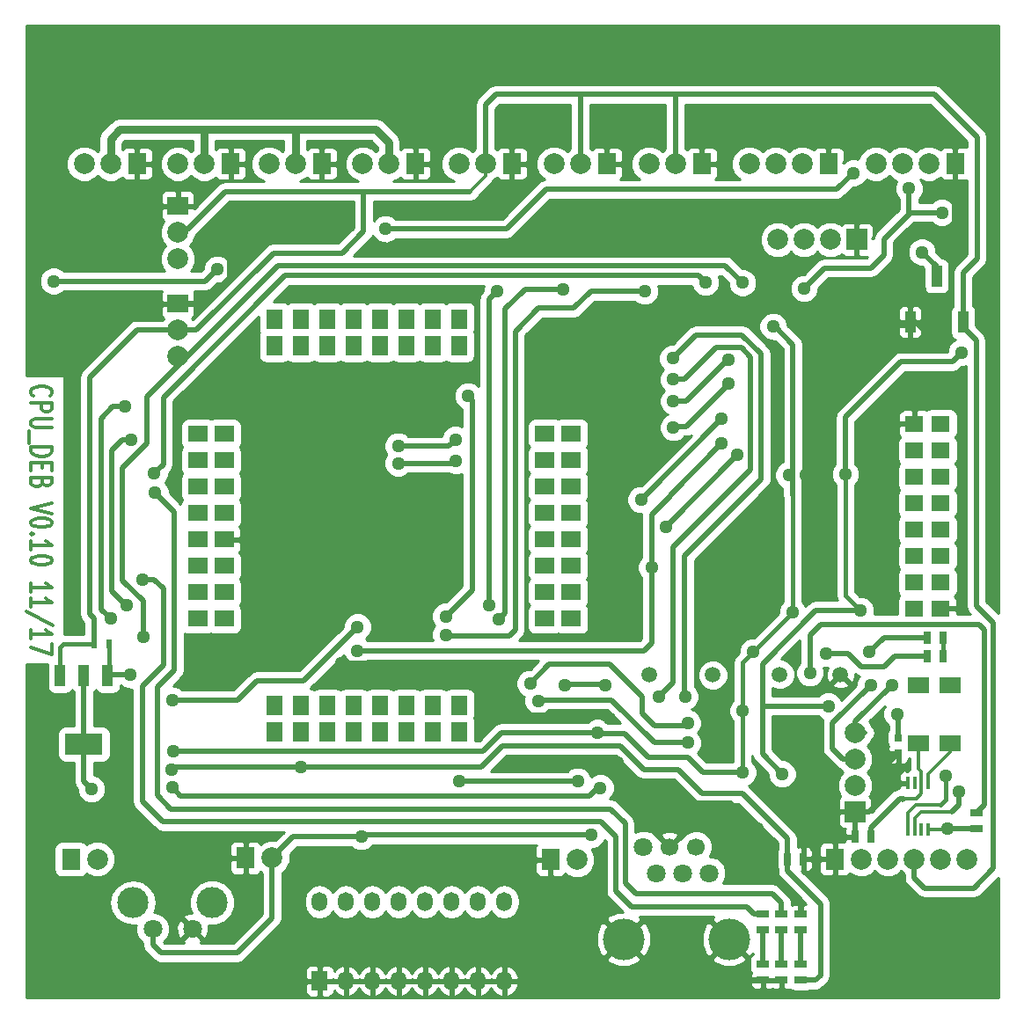
<source format=gtl>
G04 #@! TF.FileFunction,Copper,L1,Top,Signal*
%FSLAX46Y46*%
G04 Gerber Fmt 4.6, Leading zero omitted, Abs format (unit mm)*
G04 Created by KiCad (PCBNEW 4.0.6) date 11/02/17 20:58:10*
%MOMM*%
%LPD*%
G01*
G04 APERTURE LIST*
%ADD10C,0.150000*%
%ADD11C,0.304800*%
%ADD12R,1.998980X1.998980*%
%ADD13C,1.998980*%
%ADD14R,1.800860X1.998980*%
%ADD15R,0.750000X0.800000*%
%ADD16R,1.524000X1.824000*%
%ADD17O,1.524000X1.824000*%
%ADD18R,1.998980X1.800860*%
%ADD19R,1.600000X1.900000*%
%ADD20R,1.600200X1.900000*%
%ADD21R,1.899920X1.600200*%
%ADD22R,2.000000X1.500000*%
%ADD23R,2.000000X1.524000*%
%ADD24R,3.657600X2.032000*%
%ADD25R,1.016000X2.032000*%
%ADD26R,0.500000X0.900000*%
%ADD27C,1.800860*%
%ADD28C,1.700000*%
%ADD29C,4.000000*%
%ADD30R,1.800860X1.524000*%
%ADD31C,1.500000*%
%ADD32R,0.635000X1.143000*%
%ADD33R,1.143000X0.635000*%
%ADD34R,0.406400X1.270000*%
%ADD35C,2.999740*%
%ADD36O,2.999740X2.999740*%
%ADD37R,1.000760X1.998980*%
%ADD38C,1.300480*%
%ADD39C,0.800100*%
%ADD40C,0.500380*%
%ADD41C,0.398780*%
%ADD42C,0.350520*%
%ADD43C,0.254000*%
G04 APERTURE END LIST*
D10*
D11*
X29881286Y-88391999D02*
X29784524Y-88319428D01*
X29687762Y-88101714D01*
X29687762Y-87956571D01*
X29784524Y-87738856D01*
X29978048Y-87593714D01*
X30171571Y-87521142D01*
X30558619Y-87448571D01*
X30848905Y-87448571D01*
X31235952Y-87521142D01*
X31429476Y-87593714D01*
X31623000Y-87738856D01*
X31719762Y-87956571D01*
X31719762Y-88101714D01*
X31623000Y-88319428D01*
X31526238Y-88391999D01*
X29687762Y-89045142D02*
X31719762Y-89045142D01*
X31719762Y-89625714D01*
X31623000Y-89770856D01*
X31526238Y-89843428D01*
X31332714Y-89915999D01*
X31042429Y-89915999D01*
X30848905Y-89843428D01*
X30752143Y-89770856D01*
X30655381Y-89625714D01*
X30655381Y-89045142D01*
X31719762Y-90569142D02*
X30074810Y-90569142D01*
X29881286Y-90641714D01*
X29784524Y-90714285D01*
X29687762Y-90859428D01*
X29687762Y-91149714D01*
X29784524Y-91294856D01*
X29881286Y-91367428D01*
X30074810Y-91439999D01*
X31719762Y-91439999D01*
X29494238Y-91802856D02*
X29494238Y-92963999D01*
X29687762Y-93326856D02*
X31719762Y-93326856D01*
X31719762Y-93689713D01*
X31623000Y-93907428D01*
X31429476Y-94052570D01*
X31235952Y-94125142D01*
X30848905Y-94197713D01*
X30558619Y-94197713D01*
X30171571Y-94125142D01*
X29978048Y-94052570D01*
X29784524Y-93907428D01*
X29687762Y-93689713D01*
X29687762Y-93326856D01*
X30752143Y-94850856D02*
X30752143Y-95358856D01*
X29687762Y-95576570D02*
X29687762Y-94850856D01*
X31719762Y-94850856D01*
X31719762Y-95576570D01*
X30752143Y-96737713D02*
X30655381Y-96955427D01*
X30558619Y-97027999D01*
X30365095Y-97100570D01*
X30074810Y-97100570D01*
X29881286Y-97027999D01*
X29784524Y-96955427D01*
X29687762Y-96810285D01*
X29687762Y-96229713D01*
X31719762Y-96229713D01*
X31719762Y-96737713D01*
X31623000Y-96882856D01*
X31526238Y-96955427D01*
X31332714Y-97027999D01*
X31139190Y-97027999D01*
X30945667Y-96955427D01*
X30848905Y-96882856D01*
X30752143Y-96737713D01*
X30752143Y-96229713D01*
X31719762Y-98697142D02*
X29687762Y-99205142D01*
X31719762Y-99713142D01*
X31719762Y-100511428D02*
X31719762Y-100656571D01*
X31623000Y-100801714D01*
X31526238Y-100874285D01*
X31332714Y-100946856D01*
X30945667Y-101019428D01*
X30461857Y-101019428D01*
X30074810Y-100946856D01*
X29881286Y-100874285D01*
X29784524Y-100801714D01*
X29687762Y-100656571D01*
X29687762Y-100511428D01*
X29784524Y-100366285D01*
X29881286Y-100293714D01*
X30074810Y-100221142D01*
X30461857Y-100148571D01*
X30945667Y-100148571D01*
X31332714Y-100221142D01*
X31526238Y-100293714D01*
X31623000Y-100366285D01*
X31719762Y-100511428D01*
X29881286Y-101672571D02*
X29784524Y-101745143D01*
X29687762Y-101672571D01*
X29784524Y-101600000D01*
X29881286Y-101672571D01*
X29687762Y-101672571D01*
X29687762Y-103196571D02*
X29687762Y-102325714D01*
X29687762Y-102761142D02*
X31719762Y-102761142D01*
X31429476Y-102615999D01*
X31235952Y-102470857D01*
X31139190Y-102325714D01*
X31719762Y-104140000D02*
X31719762Y-104285143D01*
X31623000Y-104430286D01*
X31526238Y-104502857D01*
X31332714Y-104575428D01*
X30945667Y-104648000D01*
X30461857Y-104648000D01*
X30074810Y-104575428D01*
X29881286Y-104502857D01*
X29784524Y-104430286D01*
X29687762Y-104285143D01*
X29687762Y-104140000D01*
X29784524Y-103994857D01*
X29881286Y-103922286D01*
X30074810Y-103849714D01*
X30461857Y-103777143D01*
X30945667Y-103777143D01*
X31332714Y-103849714D01*
X31526238Y-103922286D01*
X31623000Y-103994857D01*
X31719762Y-104140000D01*
X29687762Y-107260572D02*
X29687762Y-106389715D01*
X29687762Y-106825143D02*
X31719762Y-106825143D01*
X31429476Y-106680000D01*
X31235952Y-106534858D01*
X31139190Y-106389715D01*
X29687762Y-108712001D02*
X29687762Y-107841144D01*
X29687762Y-108276572D02*
X31719762Y-108276572D01*
X31429476Y-108131429D01*
X31235952Y-107986287D01*
X31139190Y-107841144D01*
X31816524Y-110453716D02*
X29203952Y-109147430D01*
X29687762Y-111760001D02*
X29687762Y-110889144D01*
X29687762Y-111324572D02*
X31719762Y-111324572D01*
X31429476Y-111179429D01*
X31235952Y-111034287D01*
X31139190Y-110889144D01*
X31719762Y-112268001D02*
X31719762Y-113284001D01*
X29687762Y-112630858D01*
D12*
X108996480Y-128427480D03*
D13*
X108996480Y-125887480D03*
X108996480Y-123347480D03*
X108996480Y-120807480D03*
X114681000Y-132969000D03*
X112141000Y-132969000D03*
X109601000Y-132969000D03*
D14*
X107061000Y-132969000D03*
D13*
X117221000Y-132969000D03*
X119761000Y-132969000D03*
D15*
X113157000Y-121297000D03*
X113157000Y-122797000D03*
D16*
X57454800Y-144703800D03*
D17*
X57454800Y-137083800D03*
X59994800Y-144703800D03*
X59994800Y-137083800D03*
X62534800Y-144703800D03*
X62534800Y-137083800D03*
X65074800Y-144703800D03*
X65074800Y-137083800D03*
X67614800Y-144703800D03*
X67614800Y-137083800D03*
X70154800Y-144703800D03*
X70154800Y-137083800D03*
X72694800Y-144703800D03*
X72694800Y-137083800D03*
X75234800Y-144703800D03*
X75234800Y-137083800D03*
D18*
X43815000Y-70104000D03*
D13*
X43815000Y-72644000D03*
X43815000Y-75184000D03*
D19*
X53116480Y-83535520D03*
X53116480Y-80995520D03*
X55656480Y-83535520D03*
X55656480Y-80995520D03*
X58196480Y-83535520D03*
X58196480Y-80995520D03*
X60736480Y-83535520D03*
X60736480Y-80995520D03*
X63276480Y-83535520D03*
X63276480Y-80995520D03*
X65816480Y-83535520D03*
X65816480Y-80995520D03*
X68356480Y-83535520D03*
X68356480Y-80995520D03*
X70896480Y-83535520D03*
X70896480Y-80995520D03*
D20*
X53116480Y-120743980D03*
X53116480Y-118203980D03*
X55656480Y-120743980D03*
X55656480Y-118203980D03*
X58196480Y-120743980D03*
X58196480Y-118203980D03*
X60736480Y-120743980D03*
X60736480Y-118203980D03*
X63276480Y-120743980D03*
X63276480Y-118203980D03*
X65816480Y-120743980D03*
X65816480Y-118203980D03*
X68356480Y-120743980D03*
X68356480Y-118203980D03*
X70896480Y-120743980D03*
X70896480Y-118203980D03*
D21*
X48290480Y-109821980D03*
X45750480Y-109821980D03*
X48290480Y-107281980D03*
X45750480Y-107281980D03*
X48290480Y-104741980D03*
X45750480Y-104741980D03*
X48290480Y-102201980D03*
X45750480Y-102201980D03*
X48290480Y-99661980D03*
X45750480Y-99661980D03*
X48290480Y-97121980D03*
X45750480Y-97121980D03*
X48290480Y-94581980D03*
X45750480Y-94581980D03*
X48290480Y-92041980D03*
X45750480Y-92041980D03*
X81691480Y-92041980D03*
X79151480Y-92041980D03*
X81691480Y-94581980D03*
X79151480Y-94581980D03*
X81691480Y-97121980D03*
X79151480Y-97121980D03*
X81691480Y-99661980D03*
X79151480Y-99661980D03*
X81691480Y-102201980D03*
X79151480Y-102201980D03*
X81691480Y-104741980D03*
X79151480Y-104741980D03*
X81691480Y-107281980D03*
X79151480Y-107281980D03*
X81691480Y-109821980D03*
X79151480Y-109821980D03*
D22*
X118160800Y-121793000D03*
X115112800Y-121793000D03*
D23*
X118160800Y-116205000D03*
X115112800Y-116205000D03*
D14*
X118618000Y-66040000D03*
D13*
X116078000Y-66040000D03*
X113538000Y-66040000D03*
X110998000Y-66040000D03*
D14*
X94234000Y-66040000D03*
D13*
X91694000Y-66040000D03*
X89154000Y-66040000D03*
D12*
X109169200Y-73329800D03*
D13*
X106629200Y-73329800D03*
X104089200Y-73329800D03*
X101549200Y-73329800D03*
D14*
X66675000Y-66040000D03*
D13*
X64135000Y-66040000D03*
X61595000Y-66040000D03*
D14*
X57658000Y-66040000D03*
D13*
X55118000Y-66040000D03*
X52578000Y-66040000D03*
D14*
X48895000Y-66040000D03*
D13*
X46355000Y-66040000D03*
X43815000Y-66040000D03*
D14*
X39878000Y-66040000D03*
D13*
X37338000Y-66040000D03*
X34798000Y-66040000D03*
D24*
X34785300Y-121894600D03*
D25*
X34785300Y-115290600D03*
X32499300Y-115290600D03*
X37071300Y-115290600D03*
D26*
X35737100Y-112293400D03*
X37237100Y-112293400D03*
D27*
X92422980Y-134332980D03*
X89882980Y-134332980D03*
X94962980Y-134332980D03*
X88612980Y-131792980D03*
D28*
X91152980Y-131792980D03*
X93692980Y-131792980D03*
D29*
X96867980Y-140682980D03*
X86707980Y-140682980D03*
D30*
X114711480Y-91089480D03*
X117251480Y-91089480D03*
X114711480Y-93629480D03*
X117251480Y-93629480D03*
X114711480Y-96169480D03*
X117251480Y-96169480D03*
X114711480Y-98709480D03*
X117251480Y-98709480D03*
X114711480Y-101249480D03*
X117251480Y-101249480D03*
X114711480Y-103789480D03*
X117251480Y-103789480D03*
X114711480Y-106329480D03*
X117251480Y-106329480D03*
X114711480Y-108869480D03*
X117251480Y-108869480D03*
D31*
X89217500Y-115252500D03*
X95313500Y-115252500D03*
D32*
X115951000Y-113411000D03*
X117475000Y-113411000D03*
X110490000Y-130810000D03*
X108966000Y-130810000D03*
D33*
X120650000Y-128524000D03*
X120650000Y-130048000D03*
D32*
X117475000Y-111633000D03*
X115951000Y-111633000D03*
D34*
X116039900Y-125666500D03*
X115392200Y-125666500D03*
X114731800Y-125666500D03*
X114084100Y-125666500D03*
X114084100Y-130111500D03*
X114731800Y-130111500D03*
X115392200Y-130111500D03*
X116039900Y-130111500D03*
D27*
X45212000Y-139700000D03*
X41402000Y-139700000D03*
D35*
X47117000Y-137160000D03*
D36*
X39497000Y-137160000D03*
D33*
X101904800Y-138252200D03*
X101904800Y-139776200D03*
D32*
X102489000Y-132969000D03*
X104013000Y-132969000D03*
D33*
X100126800Y-138252200D03*
X100126800Y-139776200D03*
X103784400Y-139776200D03*
X103784400Y-138252200D03*
X103784400Y-144602200D03*
X103784400Y-143078200D03*
X100126800Y-143078200D03*
X100126800Y-144602200D03*
X101904800Y-143078200D03*
X101904800Y-144602200D03*
D31*
X101752400Y-115189000D03*
X107594400Y-115189000D03*
D14*
X79705200Y-133019800D03*
D13*
X82245200Y-133019800D03*
D14*
X50342800Y-132867400D03*
D13*
X52882800Y-132867400D03*
D14*
X106426000Y-66040000D03*
D13*
X103886000Y-66040000D03*
X101346000Y-66040000D03*
X98806000Y-66040000D03*
D14*
X85090000Y-66040000D03*
D13*
X82550000Y-66040000D03*
X80010000Y-66040000D03*
D14*
X75946000Y-66040000D03*
D13*
X73406000Y-66040000D03*
X70866000Y-66040000D03*
D14*
X33528000Y-132969000D03*
D13*
X36068000Y-132969000D03*
D18*
X43815000Y-79502000D03*
D13*
X43815000Y-82042000D03*
X43815000Y-84582000D03*
D37*
X116840000Y-76835000D03*
X114300000Y-81280000D03*
X119380000Y-81280000D03*
D38*
X113030000Y-118999000D03*
X119253000Y-84201000D03*
X117348000Y-70739000D03*
X104089200Y-78054200D03*
X106426000Y-118237000D03*
X101993700Y-124764800D03*
X114198400Y-68427600D03*
X109499400Y-109042200D03*
X108051600Y-95935800D03*
X90779600Y-100965000D03*
X97688400Y-94056200D03*
X69596000Y-111379000D03*
X88747600Y-78308200D03*
X80924400Y-78105000D03*
X74726800Y-109905800D03*
X88392000Y-98374200D03*
X96164400Y-90601800D03*
X89408000Y-104902000D03*
X61112400Y-112903000D03*
X96164400Y-92989400D03*
X92875100Y-121780300D03*
X78486000Y-117729000D03*
X77724000Y-116078000D03*
X92875100Y-119862600D03*
X96824800Y-84912200D03*
X70535800Y-92583000D03*
X91503500Y-88900000D03*
X38709600Y-89433400D03*
X37338000Y-109804200D03*
X65024000Y-93218000D03*
X65024000Y-94869000D03*
X91503500Y-91440000D03*
X70573900Y-94640400D03*
X96774000Y-87198200D03*
X39319200Y-92583000D03*
X38912800Y-108534200D03*
X43180000Y-124333000D03*
X55626000Y-124079000D03*
X91440000Y-84772500D03*
X92633800Y-117322600D03*
X91503500Y-86804500D03*
X90106500Y-117373400D03*
X61468000Y-130810000D03*
X69596000Y-109601000D03*
X83616800Y-130632200D03*
X71755000Y-88392000D03*
X84963000Y-116205000D03*
X81026000Y-116205000D03*
X86106000Y-123698000D03*
X116713000Y-83185000D03*
X118592600Y-68884800D03*
X107061000Y-132969000D03*
X59537600Y-114122200D03*
X85344000Y-119430800D03*
X99618800Y-130073400D03*
X109169200Y-81610200D03*
X103581200Y-81711800D03*
X91160600Y-126746000D03*
X104292400Y-96037400D03*
X48768000Y-72212200D03*
X57658000Y-72161400D03*
X101104700Y-81711800D03*
X43383200Y-122555000D03*
X84201000Y-120777000D03*
X99187000Y-113030000D03*
X106172000Y-113157000D03*
X102616000Y-96012000D03*
X102971600Y-109245400D03*
X98196400Y-124612400D03*
X98196400Y-118694200D03*
X104648000Y-115062000D03*
X117856000Y-130048000D03*
X39268400Y-115239800D03*
X43281600Y-117678200D03*
X61112400Y-110617000D03*
X31877000Y-77343000D03*
X47599600Y-76187300D03*
X110363000Y-113030000D03*
X70866000Y-125476000D03*
X82296000Y-125476000D03*
X115443000Y-74549000D03*
X84480400Y-126111000D03*
X35509200Y-126212600D03*
X43281600Y-126085600D03*
X110490000Y-116205000D03*
X118999000Y-126492000D03*
X117729000Y-124968000D03*
X112522000Y-116205000D03*
X73812400Y-108534200D03*
X74523600Y-78308200D03*
X40487600Y-111556800D03*
X98145600Y-77495400D03*
X94615000Y-77470000D03*
X41554400Y-95834200D03*
X108813600Y-66929000D03*
X63804800Y-72313800D03*
X40436800Y-106045000D03*
X41630600Y-97713800D03*
D39*
X46355000Y-66040000D02*
X46355000Y-62738000D01*
X55118000Y-66040000D02*
X55118000Y-62738000D01*
X55118000Y-62738000D02*
X54991000Y-62738000D01*
X37338000Y-66040000D02*
X37338000Y-63627000D01*
X38227000Y-62738000D02*
X46355000Y-62738000D01*
X37338000Y-63627000D02*
X38227000Y-62738000D01*
X46355000Y-62738000D02*
X54991000Y-62738000D01*
X64135000Y-64008000D02*
X64135000Y-66040000D01*
X54991000Y-62738000D02*
X62865000Y-62738000D01*
X62865000Y-62738000D02*
X64135000Y-64008000D01*
D40*
X113157000Y-121297000D02*
X113157000Y-119126000D01*
X113157000Y-119126000D02*
X113030000Y-118999000D01*
X117348000Y-70739000D02*
X114300000Y-70739000D01*
X111760000Y-74803000D02*
X110490000Y-76073000D01*
X111760000Y-73279000D02*
X111760000Y-74803000D01*
X114300000Y-70739000D02*
X111760000Y-73279000D01*
X114046000Y-85090000D02*
X118364000Y-85090000D01*
X108051600Y-92710000D02*
X108051600Y-95935800D01*
X108051600Y-90449400D02*
X113411000Y-85090000D01*
X113411000Y-85090000D02*
X114046000Y-85090000D01*
X108051600Y-92710000D02*
X108051600Y-90449400D01*
X118364000Y-85090000D02*
X119253000Y-84201000D01*
X117348000Y-70739000D02*
X114198400Y-70739000D01*
X114198400Y-70739000D02*
X114427000Y-70739000D01*
X114427000Y-70739000D02*
X114198400Y-70739000D01*
X114198400Y-68427600D02*
X114198400Y-70739000D01*
X106070400Y-76073000D02*
X104089200Y-78054200D01*
X110490000Y-76073000D02*
X106070400Y-76073000D01*
X106426000Y-118237000D02*
X100076000Y-118237000D01*
X109499400Y-109042200D02*
X105206800Y-109042200D01*
X105206800Y-109042200D02*
X100076000Y-114173000D01*
X100076000Y-114173000D02*
X100076000Y-117983000D01*
X100076000Y-122847100D02*
X101993700Y-124764800D01*
X100076000Y-117983000D02*
X100076000Y-118237000D01*
X100076000Y-118237000D02*
X100076000Y-122847100D01*
D41*
X108051600Y-107594400D02*
X109499400Y-109042200D01*
X108051600Y-95935800D02*
X108051600Y-107594400D01*
D40*
X97688400Y-94056200D02*
X90779600Y-100965000D01*
X73152000Y-111480600D02*
X69697600Y-111480600D01*
X69697600Y-111480600D02*
X69596000Y-111379000D01*
X73152000Y-111480600D02*
X75742800Y-111480600D01*
X75742800Y-111480600D02*
X76301600Y-110921800D01*
X88747600Y-78308200D02*
X83566000Y-78308200D01*
X76301600Y-82169000D02*
X76301600Y-110921800D01*
X78536800Y-79933800D02*
X76301600Y-82169000D01*
X81940400Y-79933800D02*
X78536800Y-79933800D01*
X83566000Y-78308200D02*
X81940400Y-79933800D01*
X74726800Y-109905800D02*
X75336400Y-109296200D01*
X75336400Y-109296200D02*
X75336400Y-80035400D01*
X75336400Y-80035400D02*
X77266800Y-78105000D01*
X77266800Y-78105000D02*
X80924400Y-78105000D01*
X88392000Y-98374200D02*
X96164400Y-90601800D01*
X82423000Y-112903000D02*
X88646000Y-112903000D01*
X89408000Y-112141000D02*
X89408000Y-104902000D01*
X88646000Y-112903000D02*
X89408000Y-112141000D01*
X89408000Y-100076000D02*
X89408000Y-104902000D01*
X89408000Y-100076000D02*
X89408000Y-99796600D01*
X79057500Y-112903000D02*
X82423000Y-112903000D01*
X61112400Y-112903000D02*
X79057500Y-112903000D01*
X91186000Y-98018600D02*
X89408000Y-99796600D01*
X96164400Y-92989400D02*
X91186000Y-97967800D01*
X91186000Y-97967800D02*
X91186000Y-98018600D01*
X92875100Y-121780300D02*
X91287600Y-121780300D01*
X89662000Y-121780300D02*
X91287600Y-121780300D01*
X78486000Y-117729000D02*
X78555850Y-117659150D01*
X78555850Y-117659150D02*
X85540850Y-117659150D01*
X85540850Y-117659150D02*
X89662000Y-121780300D01*
X82423000Y-114236500D02*
X85407500Y-114236500D01*
X82423000Y-114236500D02*
X79565500Y-114236500D01*
X79565500Y-114236500D02*
X77724000Y-116078000D01*
X89877900Y-120129300D02*
X89674700Y-120129300D01*
X89674700Y-120129300D02*
X88519000Y-118973600D01*
X85407500Y-114236500D02*
X88519000Y-117348000D01*
X88519000Y-117348000D02*
X88519000Y-118973600D01*
X92608400Y-120129300D02*
X89877900Y-120129300D01*
X89877900Y-120129300D02*
X89763600Y-120129300D01*
X92875100Y-119862600D02*
X92608400Y-120129300D01*
X65913324Y-93215690D02*
X69903110Y-93215690D01*
X69903110Y-93215690D02*
X70535800Y-92583000D01*
X38709600Y-89433400D02*
X37566600Y-89433400D01*
X36449000Y-108915200D02*
X37338000Y-109804200D01*
X36449000Y-90551000D02*
X36449000Y-108915200D01*
X37566600Y-89433400D02*
X36449000Y-90551000D01*
X96824800Y-84912200D02*
X96761300Y-84912200D01*
X96761300Y-84912200D02*
X92773500Y-88900000D01*
X92773500Y-88900000D02*
X91503500Y-88900000D01*
X65913324Y-93215690D02*
X65024000Y-93218000D01*
X91605100Y-91338400D02*
X92735400Y-91338400D01*
X91503500Y-91440000D02*
X91605100Y-91338400D01*
X92735400Y-91338400D02*
X96774000Y-87299800D01*
X96774000Y-87299800D02*
X96774000Y-87198200D01*
X38481000Y-92583000D02*
X39319200Y-92583000D01*
X37465000Y-93599000D02*
X38481000Y-92583000D01*
X37465000Y-107188000D02*
X37465000Y-93599000D01*
X38811200Y-108534200D02*
X37465000Y-107188000D01*
X38912800Y-108534200D02*
X38811200Y-108534200D01*
X70345300Y-94869000D02*
X70573900Y-94640400D01*
X65024000Y-94869000D02*
X70345300Y-94869000D01*
X43434000Y-124079000D02*
X55626000Y-124079000D01*
X43180000Y-124333000D02*
X43434000Y-124079000D01*
X94869000Y-126669800D02*
X94284800Y-126669800D01*
X98158300Y-126669800D02*
X94869000Y-126669800D01*
X102489000Y-131000500D02*
X98158300Y-126669800D01*
X102489000Y-132969000D02*
X102489000Y-131000500D01*
X94284800Y-126669800D02*
X91948000Y-124333000D01*
X91948000Y-124333000D02*
X88646000Y-124333000D01*
X88646000Y-124333000D02*
X86360000Y-122047000D01*
X86360000Y-122047000D02*
X75057000Y-122047000D01*
X75057000Y-122047000D02*
X73025000Y-124079000D01*
X73025000Y-124079000D02*
X55626000Y-124079000D01*
X102489000Y-132969000D02*
X102489000Y-134112000D01*
X105664000Y-137287000D02*
X105664000Y-144145000D01*
X102489000Y-134112000D02*
X105664000Y-137287000D01*
X105206800Y-144602200D02*
X103784400Y-144602200D01*
X105664000Y-144145000D02*
X105206800Y-144602200D01*
X100126800Y-143078200D02*
X100126800Y-139776200D01*
X101904800Y-143078200D02*
X101904800Y-139776200D01*
X97155000Y-82499200D02*
X98120200Y-82499200D01*
X99949000Y-96443800D02*
X92595700Y-103797100D01*
X99949000Y-84328000D02*
X99949000Y-96443800D01*
X98120200Y-82499200D02*
X99949000Y-84328000D01*
X95631000Y-82499200D02*
X93713300Y-82499200D01*
X93713300Y-82499200D02*
X91440000Y-84772500D01*
X95631000Y-82499200D02*
X97155000Y-82499200D01*
X92633800Y-117322600D02*
X92595700Y-117284500D01*
X92595700Y-117284500D02*
X92595700Y-103797100D01*
X91516200Y-105537000D02*
X91516200Y-102920800D01*
X98933000Y-84620100D02*
X98044000Y-83731100D01*
X98933000Y-95504000D02*
X98933000Y-84620100D01*
X91516200Y-102920800D02*
X98933000Y-95504000D01*
X96901000Y-83731100D02*
X95656400Y-83731100D01*
X98044000Y-83731100D02*
X96901000Y-83731100D01*
X95656400Y-83731100D02*
X92583000Y-86804500D01*
X92583000Y-86804500D02*
X91503500Y-86804500D01*
X91516200Y-115963700D02*
X91516200Y-105537000D01*
X90106500Y-117373400D02*
X91516200Y-115963700D01*
X61468000Y-130810000D02*
X54940200Y-130810000D01*
X54940200Y-130810000D02*
X52882800Y-132867400D01*
X69519800Y-130632200D02*
X61645800Y-130632200D01*
X61645800Y-130632200D02*
X61468000Y-130810000D01*
X72136000Y-105791000D02*
X72136000Y-107061000D01*
X72136000Y-107061000D02*
X69596000Y-109601000D01*
X83616800Y-130632200D02*
X69519800Y-130632200D01*
X71755000Y-88392000D02*
X72136000Y-88773000D01*
X72136000Y-88773000D02*
X72136000Y-105791000D01*
X52908200Y-132892800D02*
X52882800Y-132867400D01*
X52882800Y-132867400D02*
X52882800Y-138633200D01*
X52882800Y-138633200D02*
X49530000Y-141986000D01*
X49530000Y-141986000D02*
X42164000Y-141986000D01*
X42164000Y-141986000D02*
X41402000Y-141224000D01*
X41402000Y-141224000D02*
X41402000Y-139700000D01*
X84912229Y-116154229D02*
X84963000Y-116205000D01*
X81076771Y-116154229D02*
X84632771Y-116154229D01*
X81026000Y-116205000D02*
X81076771Y-116154229D01*
X84632771Y-116154229D02*
X84912229Y-116154229D01*
X112141000Y-125730000D02*
X112141000Y-123813000D01*
X112141000Y-123813000D02*
X113157000Y-122797000D01*
X108996480Y-128427480D02*
X110332520Y-128427480D01*
X112141000Y-126619000D02*
X112141000Y-125730000D01*
X110332520Y-128427480D02*
X112141000Y-126619000D01*
X108966000Y-130810000D02*
X108966000Y-128457960D01*
X108966000Y-128457960D02*
X108996480Y-128427480D01*
X118592600Y-68884800D02*
X118592600Y-71907400D01*
X118592600Y-71907400D02*
X118110000Y-72390000D01*
X109169200Y-79044800D02*
X109169200Y-81610200D01*
X112903000Y-75311000D02*
X109169200Y-79044800D01*
X112903000Y-73660000D02*
X112903000Y-75311000D01*
X114173000Y-72390000D02*
X112903000Y-73660000D01*
X118110000Y-72390000D02*
X114173000Y-72390000D01*
X114300000Y-81280000D02*
X114808000Y-81280000D01*
X114808000Y-81280000D02*
X116713000Y-83185000D01*
X109169200Y-81610200D02*
X113969800Y-81610200D01*
X113969800Y-81610200D02*
X114300000Y-81280000D01*
X91160600Y-126746000D02*
X91160600Y-125958600D01*
X86106000Y-123571000D02*
X86106000Y-123698000D01*
X88011000Y-125476000D02*
X86106000Y-123571000D01*
X90678000Y-125476000D02*
X88011000Y-125476000D01*
X91160600Y-125958600D02*
X90678000Y-125476000D01*
X103784400Y-138252200D02*
X103784400Y-136931400D01*
X99618800Y-132765800D02*
X99618800Y-130073400D01*
X103784400Y-136931400D02*
X99618800Y-132765800D01*
X104013000Y-132969000D02*
X107061000Y-132969000D01*
D42*
X114084100Y-125666500D02*
X112204500Y-125666500D01*
X112204500Y-125666500D02*
X112141000Y-125730000D01*
D40*
X109626400Y-87198200D02*
X109626400Y-85115400D01*
X109169200Y-84658200D02*
X109169200Y-81610200D01*
X109626400Y-85115400D02*
X109169200Y-84658200D01*
X43815000Y-79502000D02*
X46304200Y-79502000D01*
X46304200Y-79502000D02*
X48768000Y-77038200D01*
X76454000Y-119151400D02*
X71424800Y-114122200D01*
X71424800Y-114122200D02*
X59537600Y-114122200D01*
X85344000Y-119430800D02*
X85064600Y-119151400D01*
X85064600Y-119151400D02*
X76454000Y-119151400D01*
D41*
X93726000Y-127584200D02*
X93726000Y-127558800D01*
D40*
X91973400Y-127558800D02*
X93726000Y-127558800D01*
X91160600Y-126746000D02*
X91973400Y-127558800D01*
D41*
X99618800Y-130073400D02*
X97104200Y-127558800D01*
D40*
X97104200Y-127558800D02*
X93751400Y-127558800D01*
D41*
X93751400Y-127558800D02*
X93726000Y-127584200D01*
D40*
X109169200Y-81610200D02*
X109067600Y-81711800D01*
X109067600Y-81711800D02*
X103581200Y-81711800D01*
X48768000Y-77038200D02*
X48768000Y-72212200D01*
X100126800Y-144602200D02*
X81432400Y-144602200D01*
X81432400Y-144602200D02*
X79705200Y-142875000D01*
X79705200Y-142875000D02*
X79705200Y-133019800D01*
D42*
X112179100Y-125691900D02*
X112141000Y-125730000D01*
D41*
X101904800Y-144602200D02*
X100126800Y-144602200D01*
D40*
X104292400Y-92532200D02*
X104292400Y-96037400D01*
X109626400Y-87198200D02*
X104292400Y-92532200D01*
D41*
X48768000Y-72212200D02*
X48717200Y-72161400D01*
X48717200Y-72161400D02*
X48717200Y-72313800D01*
X48717200Y-72313800D02*
X48717200Y-72161400D01*
D40*
X48717200Y-72161400D02*
X57658000Y-72161400D01*
X102971600Y-97917000D02*
X102971600Y-96367600D01*
X102971600Y-96367600D02*
X102616000Y-96012000D01*
X102997000Y-93853000D02*
X102997000Y-95631000D01*
X102997000Y-83439000D02*
X102997000Y-93853000D01*
X101269800Y-81711800D02*
X102997000Y-83439000D01*
X101104700Y-81711800D02*
X101269800Y-81711800D01*
X102997000Y-95631000D02*
X102616000Y-96012000D01*
X84201000Y-120777000D02*
X74993500Y-120777000D01*
X56515000Y-122555000D02*
X43383200Y-122555000D01*
X74993500Y-120777000D02*
X73215500Y-122555000D01*
X73215500Y-122555000D02*
X56515000Y-122555000D01*
X84074000Y-120904000D02*
X84074000Y-120992900D01*
X98196400Y-124612400D02*
X94322900Y-124612400D01*
X94322900Y-124612400D02*
X92887800Y-123177300D01*
X92887800Y-123177300D02*
X89141300Y-123177300D01*
X89141300Y-123177300D02*
X86829900Y-120865900D01*
X86829900Y-120865900D02*
X84201000Y-120865900D01*
X84201000Y-120865900D02*
X84074000Y-120992900D01*
X84201000Y-120777000D02*
X84074000Y-120904000D01*
X108331000Y-113157000D02*
X106172000Y-113157000D01*
X109601000Y-114427000D02*
X108331000Y-113157000D01*
X111760000Y-114427000D02*
X109601000Y-114427000D01*
X112776000Y-113411000D02*
X111760000Y-114427000D01*
X115951000Y-113411000D02*
X112776000Y-113411000D01*
D41*
X99187000Y-113030000D02*
X102971600Y-109245400D01*
X102971600Y-97917000D02*
X102971600Y-109245400D01*
X98196400Y-114020600D02*
X99187000Y-113030000D01*
X98196400Y-118694200D02*
X98196400Y-114020600D01*
X98196400Y-124612400D02*
X98196400Y-118694200D01*
D40*
X110490000Y-130810000D02*
X110490000Y-129921000D01*
X113284000Y-127127000D02*
X113665000Y-127127000D01*
X110490000Y-129921000D02*
X113284000Y-127127000D01*
D42*
X114935000Y-127127000D02*
X113665000Y-127127000D01*
X113665000Y-127127000D02*
X113538000Y-127254000D01*
X115392200Y-125666500D02*
X115392200Y-126669800D01*
X115392200Y-126669800D02*
X114935000Y-127127000D01*
X115112800Y-121793000D02*
X115112800Y-124256800D01*
X115392200Y-124536200D02*
X115392200Y-125666500D01*
X115112800Y-124256800D02*
X115392200Y-124536200D01*
D40*
X113538000Y-127254000D02*
X113665000Y-127127000D01*
X121412000Y-125349000D02*
X121412000Y-127762000D01*
X121412000Y-127762000D02*
X120650000Y-128524000D01*
X120904000Y-110363000D02*
X115189000Y-110363000D01*
X121412000Y-110871000D02*
X120904000Y-110363000D01*
X121412000Y-125349000D02*
X121412000Y-110871000D01*
X105664000Y-110363000D02*
X104648000Y-111379000D01*
X104648000Y-111379000D02*
X104648000Y-115062000D01*
X115189000Y-110363000D02*
X105664000Y-110363000D01*
X103784400Y-139776200D02*
X103784400Y-143078200D01*
D41*
X117475000Y-111633000D02*
X117475000Y-113411000D01*
D40*
X120650000Y-130048000D02*
X117856000Y-130048000D01*
D42*
X116039900Y-130111500D02*
X117792500Y-130111500D01*
X117792500Y-130111500D02*
X117856000Y-130048000D01*
X117856000Y-130048000D02*
X117792500Y-130111500D01*
X116052600Y-130098800D02*
X116039900Y-130111500D01*
D40*
X119380000Y-81280000D02*
X119380000Y-76555600D01*
X119380000Y-76555600D02*
X120751600Y-75184000D01*
X119380000Y-81280000D02*
X119380000Y-81788000D01*
X119380000Y-81788000D02*
X120650000Y-83058000D01*
X120650000Y-108585000D02*
X122301000Y-110236000D01*
X114681000Y-134747000D02*
X115697000Y-135763000D01*
X115697000Y-135763000D02*
X120396000Y-135763000D01*
X120396000Y-135763000D02*
X122301000Y-133858000D01*
X122301000Y-133858000D02*
X122301000Y-110236000D01*
X114681000Y-132969000D02*
X114681000Y-134747000D01*
X120650000Y-83058000D02*
X120650000Y-108585000D01*
X43815000Y-82042000D02*
X39878000Y-82042000D01*
X35306000Y-109347000D02*
X35737100Y-109778100D01*
X35306000Y-86614000D02*
X35306000Y-109347000D01*
X39878000Y-82042000D02*
X35306000Y-86614000D01*
X43815000Y-82042000D02*
X45593000Y-82042000D01*
X45593000Y-82042000D02*
X52997100Y-74637900D01*
X59639200Y-74637900D02*
X61696600Y-72580500D01*
X61696600Y-72580500D02*
X61696600Y-68707000D01*
X52997100Y-74637900D02*
X59639200Y-74637900D01*
X44704000Y-72415400D02*
X48412400Y-68707000D01*
D42*
X44704000Y-72415400D02*
X48412400Y-68707000D01*
D40*
X48412400Y-68707000D02*
X61696600Y-68707000D01*
D42*
X73406000Y-67233800D02*
X73406000Y-66040000D01*
D40*
X61696600Y-68707000D02*
X71932800Y-68707000D01*
D42*
X71932800Y-68707000D02*
X73406000Y-67233800D01*
D40*
X82550000Y-66040000D02*
X82550000Y-59359800D01*
X82550000Y-59359800D02*
X82550000Y-59410600D01*
X82550000Y-59410600D02*
X82550000Y-59359800D01*
X84937600Y-59359800D02*
X82550000Y-59359800D01*
X82550000Y-59359800D02*
X74422000Y-59359800D01*
X73406000Y-60375800D02*
X73406000Y-66040000D01*
X74422000Y-59359800D02*
X73406000Y-60375800D01*
X91694000Y-66040000D02*
X91694000Y-59359800D01*
X93726000Y-59359800D02*
X91694000Y-59359800D01*
X120751600Y-75184000D02*
X120751600Y-63474600D01*
X120751600Y-63474600D02*
X116636800Y-59359800D01*
X116636800Y-59359800D02*
X93726000Y-59359800D01*
X91694000Y-59359800D02*
X84937600Y-59359800D01*
X35737100Y-112293400D02*
X35737100Y-109778100D01*
D41*
X35737100Y-112293400D02*
X32816800Y-112293400D01*
X32499300Y-112610900D02*
X32499300Y-115290600D01*
X32816800Y-112293400D02*
X32499300Y-112610900D01*
D40*
X43281600Y-117678200D02*
X49580800Y-117678200D01*
X49580800Y-117678200D02*
X51460400Y-115798600D01*
X39268400Y-115239800D02*
X37122100Y-115239800D01*
X37122100Y-115239800D02*
X37071300Y-115290600D01*
X61112400Y-110617000D02*
X55930800Y-115798600D01*
X55930800Y-115798600D02*
X51460400Y-115798600D01*
D42*
X37071300Y-115290600D02*
X39217600Y-115290600D01*
X39217600Y-115290600D02*
X39268400Y-115239800D01*
D41*
X37237100Y-112293400D02*
X37237100Y-115124800D01*
X37237100Y-115124800D02*
X37071300Y-115290600D01*
D40*
X37973000Y-77343000D02*
X46443900Y-77343000D01*
X46443900Y-77343000D02*
X47599600Y-76187300D01*
X31877000Y-77343000D02*
X37973000Y-77343000D01*
X46443900Y-77343000D02*
X47599600Y-76187300D01*
X115951000Y-111633000D02*
X111760000Y-111633000D01*
X111760000Y-111633000D02*
X110363000Y-113030000D01*
X82296000Y-125476000D02*
X70866000Y-125476000D01*
D42*
X116039900Y-125666500D02*
X116039900Y-124752100D01*
X118160800Y-122631200D02*
X118160800Y-121793000D01*
X116039900Y-124752100D02*
X118160800Y-122631200D01*
D40*
X116840000Y-76835000D02*
X116840000Y-75946000D01*
X116840000Y-75946000D02*
X115443000Y-74549000D01*
X84480400Y-126111000D02*
X84201000Y-126111000D01*
X44069000Y-126873000D02*
X43281600Y-126085600D01*
X83439000Y-126873000D02*
X44069000Y-126873000D01*
X84201000Y-126111000D02*
X83439000Y-126873000D01*
X34785300Y-121894600D02*
X34785300Y-125488700D01*
X34785300Y-125488700D02*
X35509200Y-126212600D01*
X34785300Y-115290600D02*
X34785300Y-121894600D01*
X35509200Y-126212600D02*
X34785300Y-125488700D01*
X118999000Y-127711200D02*
X118313200Y-128397000D01*
D42*
X114731800Y-130111500D02*
X114731800Y-128981200D01*
X115316000Y-128397000D02*
X116713000Y-128397000D01*
X114731800Y-128981200D02*
X115316000Y-128397000D01*
D40*
X106807000Y-121412000D02*
X106807000Y-119888000D01*
X107853480Y-123347480D02*
X106807000Y-122301000D01*
X106807000Y-122301000D02*
X106807000Y-121412000D01*
X108996480Y-123347480D02*
X107853480Y-123347480D01*
X106807000Y-119888000D02*
X110490000Y-116205000D01*
X108996480Y-123347480D02*
X109570520Y-123347480D01*
D42*
X116713000Y-128397000D02*
X118313200Y-128397000D01*
D40*
X118999000Y-126492000D02*
X118999000Y-127711200D01*
D42*
X114084100Y-130111500D02*
X114084100Y-128485900D01*
X114808000Y-127762000D02*
X115697000Y-127762000D01*
X114084100Y-128485900D02*
X114808000Y-127762000D01*
D41*
X117729000Y-124968000D02*
X117729000Y-127254000D01*
D42*
X117221000Y-127762000D02*
X115697000Y-127762000D01*
D41*
X117729000Y-127254000D02*
X117221000Y-127762000D01*
D40*
X108996480Y-120807480D02*
X108996480Y-119730520D01*
X108996480Y-119730520D02*
X112522000Y-116205000D01*
X108996480Y-120807480D02*
X108996480Y-119984520D01*
X108996480Y-120807480D02*
X109951520Y-120807480D01*
X73761600Y-79070200D02*
X74523600Y-78308200D01*
X73761600Y-108483400D02*
X73761600Y-79070200D01*
D42*
X73812400Y-108534200D02*
X73761600Y-108483400D01*
D40*
X59524900Y-75857100D02*
X96507300Y-75857100D01*
X96507300Y-75857100D02*
X98145600Y-77495400D01*
X53454300Y-75857100D02*
X51612800Y-77698600D01*
X59524900Y-75857100D02*
X53454300Y-75857100D01*
X40487600Y-109029500D02*
X40487600Y-111556800D01*
X40487600Y-110109000D02*
X40487600Y-109029500D01*
X40487600Y-109029500D02*
X40487600Y-108127800D01*
X40487600Y-108127800D02*
X38506400Y-106146600D01*
X38506400Y-106146600D02*
X38506400Y-95326200D01*
X38506400Y-95326200D02*
X40843200Y-92989400D01*
X40843200Y-88468200D02*
X51612800Y-77698600D01*
X40843200Y-92989400D02*
X40843200Y-88468200D01*
D42*
X38506400Y-99695000D02*
X38506400Y-95326200D01*
X40487600Y-110109000D02*
X40487600Y-108127800D01*
X40487600Y-108127800D02*
X38557200Y-106197400D01*
X38557200Y-106197400D02*
X38557200Y-99745800D01*
X38557200Y-99745800D02*
X38506400Y-99695000D01*
X40792400Y-88519000D02*
X51612800Y-77698600D01*
X38506400Y-95326200D02*
X40792400Y-93040200D01*
X40792400Y-93040200D02*
X40792400Y-88519000D01*
D40*
X90678000Y-76784200D02*
X93929200Y-76784200D01*
X93929200Y-76784200D02*
X94615000Y-77470000D01*
X87630000Y-76784200D02*
X90678000Y-76784200D01*
X68605400Y-76784200D02*
X54152800Y-76784200D01*
X54152800Y-76784200D02*
X42418000Y-88519000D01*
X68605400Y-76784200D02*
X87630000Y-76784200D01*
X42418000Y-94970600D02*
X42418000Y-88519000D01*
X41554400Y-95834200D02*
X42418000Y-94970600D01*
X107238800Y-68503800D02*
X108813600Y-66929000D01*
X107238800Y-68503800D02*
X79248000Y-68503800D01*
X79248000Y-68503800D02*
X75438000Y-72313800D01*
X75438000Y-72313800D02*
X63804800Y-72313800D01*
X40386000Y-124206000D02*
X40386000Y-127381000D01*
X42367200Y-129362200D02*
X84531200Y-129362200D01*
X40386000Y-127381000D02*
X42367200Y-129362200D01*
X100126800Y-138252200D02*
X99263200Y-138252200D01*
X87503000Y-137541000D02*
X85979000Y-136017000D01*
X98552000Y-137541000D02*
X87503000Y-137541000D01*
X99263200Y-138252200D02*
X98552000Y-137541000D01*
X85979000Y-130810000D02*
X85979000Y-136017000D01*
X84531200Y-129362200D02*
X85979000Y-130810000D01*
X40386000Y-120269000D02*
X40386000Y-116281200D01*
X42418000Y-114249200D02*
X42418000Y-110578900D01*
X40386000Y-116281200D02*
X42418000Y-114249200D01*
X40386000Y-123736100D02*
X40386000Y-124206000D01*
X41554400Y-106045000D02*
X40436800Y-106045000D01*
X42418000Y-106908600D02*
X41554400Y-106045000D01*
X42418000Y-110578900D02*
X42418000Y-106908600D01*
X40386000Y-120269000D02*
X40386000Y-123736100D01*
X86868000Y-131318000D02*
X86868000Y-129540000D01*
X43167358Y-128143000D02*
X41821129Y-126796771D01*
X85471000Y-128143000D02*
X43167358Y-128143000D01*
X86868000Y-129540000D02*
X85471000Y-128143000D01*
X41821129Y-126796771D02*
X41859200Y-126796771D01*
X43484800Y-99568000D02*
X43484800Y-111925100D01*
X41630600Y-97713800D02*
X43484800Y-99568000D01*
X41859200Y-124510800D02*
X41859200Y-119684800D01*
X41859200Y-124510800D02*
X41859200Y-126796771D01*
X43484800Y-114795300D02*
X41859200Y-116420900D01*
X41859200Y-116420900D02*
X41859200Y-119684800D01*
X43484800Y-111925100D02*
X43484800Y-114795300D01*
X101048818Y-136278618D02*
X101904800Y-137134600D01*
X87891618Y-136278618D02*
X101048818Y-136278618D01*
X86868000Y-135255000D02*
X87891618Y-136278618D01*
X86868000Y-131318000D02*
X86868000Y-135255000D01*
X101904800Y-137134600D02*
X101904800Y-138252200D01*
X101904800Y-138252200D02*
X101904800Y-137134600D01*
D43*
G36*
X31250058Y-114274600D02*
X31250058Y-116306600D01*
X31300751Y-116576010D01*
X31459972Y-116823446D01*
X31702915Y-116989443D01*
X31991300Y-117047842D01*
X33007300Y-117047842D01*
X33276710Y-116997149D01*
X33524146Y-116837928D01*
X33643185Y-116663710D01*
X33745972Y-116823446D01*
X33808110Y-116865903D01*
X33808110Y-120137358D01*
X32956500Y-120137358D01*
X32687090Y-120188051D01*
X32439654Y-120347272D01*
X32273657Y-120590215D01*
X32215258Y-120878600D01*
X32215258Y-122910600D01*
X32265951Y-123180010D01*
X32425172Y-123427446D01*
X32668115Y-123593443D01*
X32956500Y-123651842D01*
X33808110Y-123651842D01*
X33808110Y-125488700D01*
X33882494Y-125862655D01*
X34094322Y-126179678D01*
X34131955Y-126217311D01*
X34131721Y-126485348D01*
X34340952Y-126991725D01*
X34728037Y-127379487D01*
X35234048Y-127589601D01*
X35781948Y-127590079D01*
X36288325Y-127380848D01*
X36676087Y-126993763D01*
X36886201Y-126487752D01*
X36886679Y-125939852D01*
X36677448Y-125433475D01*
X36290363Y-125045713D01*
X35784352Y-124835599D01*
X35762490Y-124835580D01*
X35762490Y-123651842D01*
X36614100Y-123651842D01*
X36883510Y-123601149D01*
X37130946Y-123441928D01*
X37296943Y-123198985D01*
X37355342Y-122910600D01*
X37355342Y-120878600D01*
X37304649Y-120609190D01*
X37145428Y-120361754D01*
X36902485Y-120195757D01*
X36614100Y-120137358D01*
X35762490Y-120137358D01*
X35762490Y-116868594D01*
X35810146Y-116837928D01*
X35929185Y-116663710D01*
X36031972Y-116823446D01*
X36274915Y-116989443D01*
X36563300Y-117047842D01*
X37579300Y-117047842D01*
X37848710Y-116997149D01*
X38096146Y-116837928D01*
X38262143Y-116594985D01*
X38320542Y-116306600D01*
X38320542Y-116239700D01*
X38487237Y-116406687D01*
X38993248Y-116616801D01*
X39408810Y-116617164D01*
X39408810Y-127381000D01*
X39483194Y-127754955D01*
X39695022Y-128071978D01*
X41676222Y-130053178D01*
X41993245Y-130265006D01*
X42367200Y-130339391D01*
X42367205Y-130339390D01*
X54028854Y-130339390D01*
X53227035Y-131141209D01*
X52540887Y-131140611D01*
X51906100Y-131402900D01*
X51787129Y-131521663D01*
X51781557Y-131508211D01*
X51602928Y-131329583D01*
X51369539Y-131232910D01*
X50628550Y-131232910D01*
X50469800Y-131391660D01*
X50469800Y-132740400D01*
X50489800Y-132740400D01*
X50489800Y-132994400D01*
X50469800Y-132994400D01*
X50469800Y-134343140D01*
X50628550Y-134501890D01*
X51369539Y-134501890D01*
X51602928Y-134405217D01*
X51781557Y-134226589D01*
X51787001Y-134213446D01*
X51903545Y-134330194D01*
X51905610Y-134331051D01*
X51905610Y-138228434D01*
X49125234Y-141008810D01*
X46035907Y-141008810D01*
X46112866Y-140780471D01*
X45212000Y-139879605D01*
X44311134Y-140780471D01*
X44388093Y-141008810D01*
X42568765Y-141008810D01*
X42481683Y-140921727D01*
X42780863Y-140623069D01*
X43029147Y-140025136D01*
X43029640Y-139459234D01*
X43665115Y-139459234D01*
X43690727Y-140069529D01*
X43875001Y-140514406D01*
X44131529Y-140600866D01*
X45032395Y-139700000D01*
X44131529Y-138799134D01*
X43875001Y-138885594D01*
X43665115Y-139459234D01*
X43029640Y-139459234D01*
X43029712Y-139377704D01*
X42782472Y-138779339D01*
X42622941Y-138619529D01*
X44311134Y-138619529D01*
X45212000Y-139520395D01*
X45226143Y-139506253D01*
X45405748Y-139685858D01*
X45391605Y-139700000D01*
X46292471Y-140600866D01*
X46548999Y-140514406D01*
X46758885Y-139940766D01*
X46735626Y-139386538D01*
X47558009Y-139387256D01*
X48376773Y-139048949D01*
X49003748Y-138423068D01*
X49343483Y-137604895D01*
X49344256Y-136718991D01*
X49005949Y-135900227D01*
X48380068Y-135273252D01*
X47561895Y-134933517D01*
X46675991Y-134932744D01*
X45857227Y-135271051D01*
X45230252Y-135896932D01*
X44890517Y-136715105D01*
X44889744Y-137601009D01*
X45123578Y-138166930D01*
X44842471Y-138178727D01*
X44397594Y-138363001D01*
X44311134Y-138619529D01*
X42622941Y-138619529D01*
X42325069Y-138321137D01*
X41727136Y-138072853D01*
X41557549Y-138072705D01*
X41597987Y-138012186D01*
X41767497Y-137160000D01*
X41597987Y-136307814D01*
X41115262Y-135585365D01*
X40392813Y-135102640D01*
X39540627Y-134933130D01*
X39453373Y-134933130D01*
X38601187Y-135102640D01*
X37878738Y-135585365D01*
X37396013Y-136307814D01*
X37226503Y-137160000D01*
X37396013Y-138012186D01*
X37878738Y-138734635D01*
X38601187Y-139217360D01*
X39453373Y-139386870D01*
X39540627Y-139386870D01*
X39790507Y-139337166D01*
X39774853Y-139374864D01*
X39774288Y-140022296D01*
X40021528Y-140620661D01*
X40424810Y-141024647D01*
X40424810Y-141224000D01*
X40499194Y-141597955D01*
X40711022Y-141914978D01*
X41473020Y-142676975D01*
X41473022Y-142676978D01*
X41598321Y-142760700D01*
X41790045Y-142888806D01*
X42164000Y-142963191D01*
X42164005Y-142963190D01*
X49530000Y-142963190D01*
X49903955Y-142888806D01*
X50220978Y-142676978D01*
X50339954Y-142558002D01*
X85012564Y-142558002D01*
X85233333Y-142928723D01*
X86204992Y-143322099D01*
X87253227Y-143313693D01*
X88182627Y-142928723D01*
X88403396Y-142558002D01*
X95172564Y-142558002D01*
X95393333Y-142928723D01*
X96364992Y-143322099D01*
X97413227Y-143313693D01*
X98342627Y-142928723D01*
X98563396Y-142558002D01*
X96867980Y-140862585D01*
X95172564Y-142558002D01*
X88403396Y-142558002D01*
X86707980Y-140862585D01*
X85012564Y-142558002D01*
X50339954Y-142558002D01*
X52717964Y-140179992D01*
X84068861Y-140179992D01*
X84077267Y-141228227D01*
X84462237Y-142157627D01*
X84832958Y-142378396D01*
X86528375Y-140682980D01*
X86887585Y-140682980D01*
X88583002Y-142378396D01*
X88953723Y-142157627D01*
X89347099Y-141185968D01*
X89339032Y-140179992D01*
X94228861Y-140179992D01*
X94237267Y-141228227D01*
X94622237Y-142157627D01*
X94992958Y-142378396D01*
X96688375Y-140682980D01*
X94992958Y-138987564D01*
X94622237Y-139208333D01*
X94228861Y-140179992D01*
X89339032Y-140179992D01*
X89338693Y-140137733D01*
X88953723Y-139208333D01*
X88583002Y-138987564D01*
X86887585Y-140682980D01*
X86528375Y-140682980D01*
X84832958Y-138987564D01*
X84462237Y-139208333D01*
X84068861Y-140179992D01*
X52717964Y-140179992D01*
X53573778Y-139324178D01*
X53663907Y-139189290D01*
X53785606Y-139007154D01*
X53859990Y-138633200D01*
X53859990Y-136901690D01*
X55965800Y-136901690D01*
X55965800Y-137265910D01*
X56079143Y-137835726D01*
X56401918Y-138318792D01*
X56884984Y-138641567D01*
X57454800Y-138754910D01*
X58024616Y-138641567D01*
X58507682Y-138318792D01*
X58724800Y-137993853D01*
X58941918Y-138318792D01*
X59424984Y-138641567D01*
X59994800Y-138754910D01*
X60564616Y-138641567D01*
X61047682Y-138318792D01*
X61264800Y-137993853D01*
X61481918Y-138318792D01*
X61964984Y-138641567D01*
X62534800Y-138754910D01*
X63104616Y-138641567D01*
X63587682Y-138318792D01*
X63804800Y-137993853D01*
X64021918Y-138318792D01*
X64504984Y-138641567D01*
X65074800Y-138754910D01*
X65644616Y-138641567D01*
X66127682Y-138318792D01*
X66344800Y-137993853D01*
X66561918Y-138318792D01*
X67044984Y-138641567D01*
X67614800Y-138754910D01*
X68184616Y-138641567D01*
X68667682Y-138318792D01*
X68884800Y-137993853D01*
X69101918Y-138318792D01*
X69584984Y-138641567D01*
X70154800Y-138754910D01*
X70724616Y-138641567D01*
X71207682Y-138318792D01*
X71424800Y-137993853D01*
X71641918Y-138318792D01*
X72124984Y-138641567D01*
X72694800Y-138754910D01*
X73264616Y-138641567D01*
X73747682Y-138318792D01*
X73964800Y-137993853D01*
X74181918Y-138318792D01*
X74664984Y-138641567D01*
X75234800Y-138754910D01*
X75804616Y-138641567D01*
X76287682Y-138318792D01*
X76610457Y-137835726D01*
X76723800Y-137265910D01*
X76723800Y-136901690D01*
X76610457Y-136331874D01*
X76287682Y-135848808D01*
X75804616Y-135526033D01*
X75234800Y-135412690D01*
X74664984Y-135526033D01*
X74181918Y-135848808D01*
X73964800Y-136173747D01*
X73747682Y-135848808D01*
X73264616Y-135526033D01*
X72694800Y-135412690D01*
X72124984Y-135526033D01*
X71641918Y-135848808D01*
X71424800Y-136173747D01*
X71207682Y-135848808D01*
X70724616Y-135526033D01*
X70154800Y-135412690D01*
X69584984Y-135526033D01*
X69101918Y-135848808D01*
X68884800Y-136173747D01*
X68667682Y-135848808D01*
X68184616Y-135526033D01*
X67614800Y-135412690D01*
X67044984Y-135526033D01*
X66561918Y-135848808D01*
X66344800Y-136173747D01*
X66127682Y-135848808D01*
X65644616Y-135526033D01*
X65074800Y-135412690D01*
X64504984Y-135526033D01*
X64021918Y-135848808D01*
X63804800Y-136173747D01*
X63587682Y-135848808D01*
X63104616Y-135526033D01*
X62534800Y-135412690D01*
X61964984Y-135526033D01*
X61481918Y-135848808D01*
X61264800Y-136173747D01*
X61047682Y-135848808D01*
X60564616Y-135526033D01*
X59994800Y-135412690D01*
X59424984Y-135526033D01*
X58941918Y-135848808D01*
X58724800Y-136173747D01*
X58507682Y-135848808D01*
X58024616Y-135526033D01*
X57454800Y-135412690D01*
X56884984Y-135526033D01*
X56401918Y-135848808D01*
X56079143Y-136331874D01*
X55965800Y-136901690D01*
X53859990Y-136901690D01*
X53859990Y-134331411D01*
X54345594Y-133846655D01*
X54570280Y-133305550D01*
X78169770Y-133305550D01*
X78169770Y-134145600D01*
X78266443Y-134378989D01*
X78445072Y-134557617D01*
X78678461Y-134654290D01*
X79419450Y-134654290D01*
X79578200Y-134495540D01*
X79578200Y-133146800D01*
X78328520Y-133146800D01*
X78169770Y-133305550D01*
X54570280Y-133305550D01*
X54608990Y-133212327D01*
X54609589Y-132525487D01*
X54608735Y-132523421D01*
X55344966Y-131787190D01*
X60497471Y-131787190D01*
X60686837Y-131976887D01*
X61192848Y-132187001D01*
X61740748Y-132187479D01*
X62247125Y-131978248D01*
X62616628Y-131609390D01*
X78317664Y-131609390D01*
X78266443Y-131660611D01*
X78169770Y-131894000D01*
X78169770Y-132734050D01*
X78328520Y-132892800D01*
X79578200Y-132892800D01*
X79578200Y-132872800D01*
X79832200Y-132872800D01*
X79832200Y-132892800D01*
X79852200Y-132892800D01*
X79852200Y-133146800D01*
X79832200Y-133146800D01*
X79832200Y-134495540D01*
X79990950Y-134654290D01*
X80731939Y-134654290D01*
X80965328Y-134557617D01*
X81143957Y-134378989D01*
X81149401Y-134365846D01*
X81265945Y-134482594D01*
X81900273Y-134745990D01*
X82587113Y-134746589D01*
X83221900Y-134484300D01*
X83707994Y-133999055D01*
X83971390Y-133364727D01*
X83971989Y-132677887D01*
X83709700Y-132043100D01*
X83676152Y-132009493D01*
X83889548Y-132009679D01*
X84395925Y-131800448D01*
X84783687Y-131413363D01*
X84905955Y-131118910D01*
X85001810Y-131214765D01*
X85001810Y-136017000D01*
X85076194Y-136390955D01*
X85288022Y-136707978D01*
X86628576Y-138048531D01*
X86162733Y-138052267D01*
X85233333Y-138437237D01*
X85012564Y-138807958D01*
X86707980Y-140503375D01*
X88403396Y-138807958D01*
X88230836Y-138518190D01*
X95345124Y-138518190D01*
X95172564Y-138807958D01*
X96867980Y-140503375D01*
X96882122Y-140489232D01*
X97061728Y-140668838D01*
X97047585Y-140682980D01*
X98743002Y-142378396D01*
X99113723Y-142157627D01*
X99149610Y-142068984D01*
X99149610Y-142157845D01*
X99038454Y-142229372D01*
X98872457Y-142472315D01*
X98814058Y-142760700D01*
X98814058Y-143395700D01*
X98864751Y-143665110D01*
X99023972Y-143912546D01*
X99027214Y-143914761D01*
X99016973Y-143925002D01*
X98920300Y-144158391D01*
X98920300Y-144316450D01*
X99079050Y-144475200D01*
X99999800Y-144475200D01*
X99999800Y-144455200D01*
X100253800Y-144455200D01*
X100253800Y-144475200D01*
X101777800Y-144475200D01*
X101777800Y-144455200D01*
X102031800Y-144455200D01*
X102031800Y-144475200D01*
X102051800Y-144475200D01*
X102051800Y-144729200D01*
X102031800Y-144729200D01*
X102031800Y-145395950D01*
X102190550Y-145554700D01*
X102602610Y-145554700D01*
X102759429Y-145489744D01*
X102924515Y-145602543D01*
X103212900Y-145660942D01*
X104355900Y-145660942D01*
X104625310Y-145610249D01*
X104673266Y-145579390D01*
X105206800Y-145579390D01*
X105580755Y-145505006D01*
X105897778Y-145293178D01*
X106354975Y-144835980D01*
X106354978Y-144835978D01*
X106566806Y-144518954D01*
X106641190Y-144145000D01*
X106641190Y-137287000D01*
X106620190Y-137181424D01*
X106566806Y-136913045D01*
X106354978Y-136596022D01*
X103830853Y-134071897D01*
X103886000Y-134016750D01*
X103886000Y-133096000D01*
X104140000Y-133096000D01*
X104140000Y-134016750D01*
X104298750Y-134175500D01*
X104456809Y-134175500D01*
X104690198Y-134078827D01*
X104868827Y-133900199D01*
X104965500Y-133666810D01*
X104965500Y-133254750D01*
X105525570Y-133254750D01*
X105525570Y-134094800D01*
X105622243Y-134328189D01*
X105800872Y-134506817D01*
X106034261Y-134603490D01*
X106775250Y-134603490D01*
X106934000Y-134444740D01*
X106934000Y-133096000D01*
X105684320Y-133096000D01*
X105525570Y-133254750D01*
X104965500Y-133254750D01*
X104806750Y-133096000D01*
X104140000Y-133096000D01*
X103886000Y-133096000D01*
X103866000Y-133096000D01*
X103866000Y-132842000D01*
X103886000Y-132842000D01*
X103886000Y-131921250D01*
X104140000Y-131921250D01*
X104140000Y-132842000D01*
X104806750Y-132842000D01*
X104965500Y-132683250D01*
X104965500Y-132271190D01*
X104868827Y-132037801D01*
X104690198Y-131859173D01*
X104651636Y-131843200D01*
X105525570Y-131843200D01*
X105525570Y-132683250D01*
X105684320Y-132842000D01*
X106934000Y-132842000D01*
X106934000Y-131493260D01*
X106775250Y-131334510D01*
X106034261Y-131334510D01*
X105800872Y-131431183D01*
X105622243Y-131609811D01*
X105525570Y-131843200D01*
X104651636Y-131843200D01*
X104456809Y-131762500D01*
X104298750Y-131762500D01*
X104140000Y-131921250D01*
X103886000Y-131921250D01*
X103727250Y-131762500D01*
X103569191Y-131762500D01*
X103466190Y-131805164D01*
X103466190Y-131000505D01*
X103466191Y-131000500D01*
X103391806Y-130626545D01*
X103269886Y-130444080D01*
X103179978Y-130309522D01*
X103179975Y-130309520D01*
X101583686Y-128713230D01*
X107361990Y-128713230D01*
X107361990Y-129553279D01*
X107458663Y-129786668D01*
X107637291Y-129965297D01*
X107870680Y-130061970D01*
X108034302Y-130061970D01*
X108013500Y-130112190D01*
X108013500Y-130524250D01*
X108172250Y-130683000D01*
X108839000Y-130683000D01*
X108839000Y-129933700D01*
X108869480Y-129903220D01*
X108869480Y-128554480D01*
X107520740Y-128554480D01*
X107361990Y-128713230D01*
X101583686Y-128713230D01*
X98849278Y-125978822D01*
X98714255Y-125888603D01*
X98975525Y-125780648D01*
X99363287Y-125393563D01*
X99573401Y-124887552D01*
X99573879Y-124339652D01*
X99364648Y-123833275D01*
X99122790Y-123590994D01*
X99122790Y-122967656D01*
X99173194Y-123221055D01*
X99385022Y-123538078D01*
X100616455Y-124769510D01*
X100616221Y-125037548D01*
X100825452Y-125543925D01*
X101212537Y-125931687D01*
X101718548Y-126141801D01*
X102266448Y-126142279D01*
X102772825Y-125933048D01*
X103160587Y-125545963D01*
X103370701Y-125039952D01*
X103371179Y-124492052D01*
X103161948Y-123985675D01*
X102774863Y-123597913D01*
X102268852Y-123387799D01*
X101998418Y-123387563D01*
X101053190Y-122442334D01*
X101053190Y-119214190D01*
X105455471Y-119214190D01*
X105644837Y-119403887D01*
X105905483Y-119512116D01*
X105904194Y-119514045D01*
X105870229Y-119684800D01*
X105829810Y-119888000D01*
X105829810Y-122301000D01*
X105904194Y-122674955D01*
X106116022Y-122991978D01*
X107162502Y-124038458D01*
X107479525Y-124250286D01*
X107503411Y-124255037D01*
X107531980Y-124324180D01*
X107824854Y-124617566D01*
X107533686Y-124908225D01*
X107270290Y-125542553D01*
X107269691Y-126229393D01*
X107531980Y-126864180D01*
X107597320Y-126929634D01*
X107458663Y-127068292D01*
X107361990Y-127301681D01*
X107361990Y-128141730D01*
X107520740Y-128300480D01*
X108869480Y-128300480D01*
X108869480Y-128280480D01*
X109123480Y-128280480D01*
X109123480Y-128300480D01*
X109143480Y-128300480D01*
X109143480Y-128554480D01*
X109123480Y-128554480D01*
X109123480Y-129731770D01*
X109093000Y-129762250D01*
X109093000Y-130683000D01*
X109113000Y-130683000D01*
X109113000Y-130937000D01*
X109093000Y-130937000D01*
X109093000Y-130957000D01*
X108839000Y-130957000D01*
X108839000Y-130937000D01*
X108172250Y-130937000D01*
X108013500Y-131095750D01*
X108013500Y-131334510D01*
X107346750Y-131334510D01*
X107188000Y-131493260D01*
X107188000Y-132842000D01*
X107208000Y-132842000D01*
X107208000Y-133096000D01*
X107188000Y-133096000D01*
X107188000Y-134444740D01*
X107346750Y-134603490D01*
X108087739Y-134603490D01*
X108321128Y-134506817D01*
X108499757Y-134328189D01*
X108505201Y-134315046D01*
X108621745Y-134431794D01*
X109256073Y-134695190D01*
X109942913Y-134695789D01*
X110577700Y-134433500D01*
X110871086Y-134140626D01*
X111161745Y-134431794D01*
X111796073Y-134695190D01*
X112482913Y-134695789D01*
X113117700Y-134433500D01*
X113411086Y-134140626D01*
X113701745Y-134431794D01*
X113703810Y-134432651D01*
X113703810Y-134747000D01*
X113778194Y-135120955D01*
X113990022Y-135437978D01*
X115006022Y-136453978D01*
X115323045Y-136665806D01*
X115697000Y-136740190D01*
X120396000Y-136740190D01*
X120769955Y-136665806D01*
X121086978Y-136453978D01*
X122780500Y-134760456D01*
X122780500Y-146275500D01*
X29238500Y-146275500D01*
X29238500Y-144989550D01*
X56057800Y-144989550D01*
X56057800Y-145742110D01*
X56154473Y-145975499D01*
X56333102Y-146154127D01*
X56566491Y-146250800D01*
X57169050Y-146250800D01*
X57327800Y-146092050D01*
X57327800Y-144830800D01*
X57581800Y-144830800D01*
X57581800Y-146092050D01*
X57740550Y-146250800D01*
X58343109Y-146250800D01*
X58576498Y-146154127D01*
X58755127Y-145975499D01*
X58851800Y-145742110D01*
X58851800Y-145632922D01*
X59154444Y-145971322D01*
X59646069Y-146207846D01*
X59651730Y-146208020D01*
X59867800Y-146085520D01*
X59867800Y-144830800D01*
X60121800Y-144830800D01*
X60121800Y-146085520D01*
X60337870Y-146208020D01*
X60343531Y-146207846D01*
X60835156Y-145971322D01*
X61198845Y-145564665D01*
X61264800Y-145376406D01*
X61330755Y-145564665D01*
X61694444Y-145971322D01*
X62186069Y-146207846D01*
X62191730Y-146208020D01*
X62407800Y-146085520D01*
X62407800Y-144830800D01*
X62661800Y-144830800D01*
X62661800Y-146085520D01*
X62877870Y-146208020D01*
X62883531Y-146207846D01*
X63375156Y-145971322D01*
X63738845Y-145564665D01*
X63804800Y-145376406D01*
X63870755Y-145564665D01*
X64234444Y-145971322D01*
X64726069Y-146207846D01*
X64731730Y-146208020D01*
X64947800Y-146085520D01*
X64947800Y-144830800D01*
X65201800Y-144830800D01*
X65201800Y-146085520D01*
X65417870Y-146208020D01*
X65423531Y-146207846D01*
X65915156Y-145971322D01*
X66278845Y-145564665D01*
X66344800Y-145376406D01*
X66410755Y-145564665D01*
X66774444Y-145971322D01*
X67266069Y-146207846D01*
X67271730Y-146208020D01*
X67487800Y-146085520D01*
X67487800Y-144830800D01*
X67741800Y-144830800D01*
X67741800Y-146085520D01*
X67957870Y-146208020D01*
X67963531Y-146207846D01*
X68455156Y-145971322D01*
X68818845Y-145564665D01*
X68884800Y-145376406D01*
X68950755Y-145564665D01*
X69314444Y-145971322D01*
X69806069Y-146207846D01*
X69811730Y-146208020D01*
X70027800Y-146085520D01*
X70027800Y-144830800D01*
X70281800Y-144830800D01*
X70281800Y-146085520D01*
X70497870Y-146208020D01*
X70503531Y-146207846D01*
X70995156Y-145971322D01*
X71358845Y-145564665D01*
X71424800Y-145376406D01*
X71490755Y-145564665D01*
X71854444Y-145971322D01*
X72346069Y-146207846D01*
X72351730Y-146208020D01*
X72567800Y-146085520D01*
X72567800Y-144830800D01*
X72821800Y-144830800D01*
X72821800Y-146085520D01*
X73037870Y-146208020D01*
X73043531Y-146207846D01*
X73535156Y-145971322D01*
X73898845Y-145564665D01*
X73964800Y-145376406D01*
X74030755Y-145564665D01*
X74394444Y-145971322D01*
X74886069Y-146207846D01*
X74891730Y-146208020D01*
X75107800Y-146085520D01*
X75107800Y-144830800D01*
X75361800Y-144830800D01*
X75361800Y-146085520D01*
X75577870Y-146208020D01*
X75583531Y-146207846D01*
X76075156Y-145971322D01*
X76438845Y-145564665D01*
X76619229Y-145049785D01*
X76511971Y-144887950D01*
X98920300Y-144887950D01*
X98920300Y-145046009D01*
X99016973Y-145279398D01*
X99195601Y-145458027D01*
X99428990Y-145554700D01*
X99841050Y-145554700D01*
X99999800Y-145395950D01*
X99999800Y-144729200D01*
X100253800Y-144729200D01*
X100253800Y-145395950D01*
X100412550Y-145554700D01*
X100824610Y-145554700D01*
X101015800Y-145475506D01*
X101206990Y-145554700D01*
X101619050Y-145554700D01*
X101777800Y-145395950D01*
X101777800Y-144729200D01*
X100253800Y-144729200D01*
X99999800Y-144729200D01*
X99079050Y-144729200D01*
X98920300Y-144887950D01*
X76511971Y-144887950D01*
X76474093Y-144830800D01*
X75361800Y-144830800D01*
X75107800Y-144830800D01*
X73995507Y-144830800D01*
X73964800Y-144877132D01*
X73934093Y-144830800D01*
X72821800Y-144830800D01*
X72567800Y-144830800D01*
X71455507Y-144830800D01*
X71424800Y-144877132D01*
X71394093Y-144830800D01*
X70281800Y-144830800D01*
X70027800Y-144830800D01*
X68915507Y-144830800D01*
X68884800Y-144877132D01*
X68854093Y-144830800D01*
X67741800Y-144830800D01*
X67487800Y-144830800D01*
X66375507Y-144830800D01*
X66344800Y-144877132D01*
X66314093Y-144830800D01*
X65201800Y-144830800D01*
X64947800Y-144830800D01*
X63835507Y-144830800D01*
X63804800Y-144877132D01*
X63774093Y-144830800D01*
X62661800Y-144830800D01*
X62407800Y-144830800D01*
X61295507Y-144830800D01*
X61264800Y-144877132D01*
X61234093Y-144830800D01*
X60121800Y-144830800D01*
X59867800Y-144830800D01*
X58755507Y-144830800D01*
X58730612Y-144868362D01*
X58693050Y-144830800D01*
X57581800Y-144830800D01*
X57327800Y-144830800D01*
X56216550Y-144830800D01*
X56057800Y-144989550D01*
X29238500Y-144989550D01*
X29238500Y-143665490D01*
X56057800Y-143665490D01*
X56057800Y-144418050D01*
X56216550Y-144576800D01*
X57327800Y-144576800D01*
X57327800Y-143315550D01*
X57581800Y-143315550D01*
X57581800Y-144576800D01*
X58693050Y-144576800D01*
X58730612Y-144539238D01*
X58755507Y-144576800D01*
X59867800Y-144576800D01*
X59867800Y-143322080D01*
X60121800Y-143322080D01*
X60121800Y-144576800D01*
X61234093Y-144576800D01*
X61264800Y-144530468D01*
X61295507Y-144576800D01*
X62407800Y-144576800D01*
X62407800Y-143322080D01*
X62661800Y-143322080D01*
X62661800Y-144576800D01*
X63774093Y-144576800D01*
X63804800Y-144530468D01*
X63835507Y-144576800D01*
X64947800Y-144576800D01*
X64947800Y-143322080D01*
X65201800Y-143322080D01*
X65201800Y-144576800D01*
X66314093Y-144576800D01*
X66344800Y-144530468D01*
X66375507Y-144576800D01*
X67487800Y-144576800D01*
X67487800Y-143322080D01*
X67741800Y-143322080D01*
X67741800Y-144576800D01*
X68854093Y-144576800D01*
X68884800Y-144530468D01*
X68915507Y-144576800D01*
X70027800Y-144576800D01*
X70027800Y-143322080D01*
X70281800Y-143322080D01*
X70281800Y-144576800D01*
X71394093Y-144576800D01*
X71424800Y-144530468D01*
X71455507Y-144576800D01*
X72567800Y-144576800D01*
X72567800Y-143322080D01*
X72821800Y-143322080D01*
X72821800Y-144576800D01*
X73934093Y-144576800D01*
X73964800Y-144530468D01*
X73995507Y-144576800D01*
X75107800Y-144576800D01*
X75107800Y-143322080D01*
X75361800Y-143322080D01*
X75361800Y-144576800D01*
X76474093Y-144576800D01*
X76619229Y-144357815D01*
X76438845Y-143842935D01*
X76075156Y-143436278D01*
X75583531Y-143199754D01*
X75577870Y-143199580D01*
X75361800Y-143322080D01*
X75107800Y-143322080D01*
X74891730Y-143199580D01*
X74886069Y-143199754D01*
X74394444Y-143436278D01*
X74030755Y-143842935D01*
X73964800Y-144031194D01*
X73898845Y-143842935D01*
X73535156Y-143436278D01*
X73043531Y-143199754D01*
X73037870Y-143199580D01*
X72821800Y-143322080D01*
X72567800Y-143322080D01*
X72351730Y-143199580D01*
X72346069Y-143199754D01*
X71854444Y-143436278D01*
X71490755Y-143842935D01*
X71424800Y-144031194D01*
X71358845Y-143842935D01*
X70995156Y-143436278D01*
X70503531Y-143199754D01*
X70497870Y-143199580D01*
X70281800Y-143322080D01*
X70027800Y-143322080D01*
X69811730Y-143199580D01*
X69806069Y-143199754D01*
X69314444Y-143436278D01*
X68950755Y-143842935D01*
X68884800Y-144031194D01*
X68818845Y-143842935D01*
X68455156Y-143436278D01*
X67963531Y-143199754D01*
X67957870Y-143199580D01*
X67741800Y-143322080D01*
X67487800Y-143322080D01*
X67271730Y-143199580D01*
X67266069Y-143199754D01*
X66774444Y-143436278D01*
X66410755Y-143842935D01*
X66344800Y-144031194D01*
X66278845Y-143842935D01*
X65915156Y-143436278D01*
X65423531Y-143199754D01*
X65417870Y-143199580D01*
X65201800Y-143322080D01*
X64947800Y-143322080D01*
X64731730Y-143199580D01*
X64726069Y-143199754D01*
X64234444Y-143436278D01*
X63870755Y-143842935D01*
X63804800Y-144031194D01*
X63738845Y-143842935D01*
X63375156Y-143436278D01*
X62883531Y-143199754D01*
X62877870Y-143199580D01*
X62661800Y-143322080D01*
X62407800Y-143322080D01*
X62191730Y-143199580D01*
X62186069Y-143199754D01*
X61694444Y-143436278D01*
X61330755Y-143842935D01*
X61264800Y-144031194D01*
X61198845Y-143842935D01*
X60835156Y-143436278D01*
X60343531Y-143199754D01*
X60337870Y-143199580D01*
X60121800Y-143322080D01*
X59867800Y-143322080D01*
X59651730Y-143199580D01*
X59646069Y-143199754D01*
X59154444Y-143436278D01*
X58851800Y-143774678D01*
X58851800Y-143665490D01*
X58755127Y-143432101D01*
X58576498Y-143253473D01*
X58343109Y-143156800D01*
X57740550Y-143156800D01*
X57581800Y-143315550D01*
X57327800Y-143315550D01*
X57169050Y-143156800D01*
X56566491Y-143156800D01*
X56333102Y-143253473D01*
X56154473Y-143432101D01*
X56057800Y-143665490D01*
X29238500Y-143665490D01*
X29238500Y-131969510D01*
X31886328Y-131969510D01*
X31886328Y-133968490D01*
X31937021Y-134237900D01*
X32096242Y-134485336D01*
X32339185Y-134651333D01*
X32627570Y-134709732D01*
X34428430Y-134709732D01*
X34697840Y-134659039D01*
X34945276Y-134499818D01*
X35031166Y-134374114D01*
X35088745Y-134431794D01*
X35723073Y-134695190D01*
X36409913Y-134695789D01*
X37044700Y-134433500D01*
X37530794Y-133948255D01*
X37794190Y-133313927D01*
X37794330Y-133153150D01*
X48807370Y-133153150D01*
X48807370Y-133993200D01*
X48904043Y-134226589D01*
X49082672Y-134405217D01*
X49316061Y-134501890D01*
X50057050Y-134501890D01*
X50215800Y-134343140D01*
X50215800Y-132994400D01*
X48966120Y-132994400D01*
X48807370Y-133153150D01*
X37794330Y-133153150D01*
X37794789Y-132627087D01*
X37532500Y-131992300D01*
X37282238Y-131741600D01*
X48807370Y-131741600D01*
X48807370Y-132581650D01*
X48966120Y-132740400D01*
X50215800Y-132740400D01*
X50215800Y-131391660D01*
X50057050Y-131232910D01*
X49316061Y-131232910D01*
X49082672Y-131329583D01*
X48904043Y-131508211D01*
X48807370Y-131741600D01*
X37282238Y-131741600D01*
X37047255Y-131506206D01*
X36412927Y-131242810D01*
X35726087Y-131242211D01*
X35091300Y-131504500D01*
X35031516Y-131564179D01*
X34959758Y-131452664D01*
X34716815Y-131286667D01*
X34428430Y-131228268D01*
X32627570Y-131228268D01*
X32358160Y-131278961D01*
X32110724Y-131438182D01*
X31944727Y-131681125D01*
X31886328Y-131969510D01*
X29238500Y-131969510D01*
X29238500Y-114228716D01*
X31259350Y-114228716D01*
X31250058Y-114274600D01*
X31250058Y-114274600D01*
G37*
X31250058Y-114274600D02*
X31250058Y-116306600D01*
X31300751Y-116576010D01*
X31459972Y-116823446D01*
X31702915Y-116989443D01*
X31991300Y-117047842D01*
X33007300Y-117047842D01*
X33276710Y-116997149D01*
X33524146Y-116837928D01*
X33643185Y-116663710D01*
X33745972Y-116823446D01*
X33808110Y-116865903D01*
X33808110Y-120137358D01*
X32956500Y-120137358D01*
X32687090Y-120188051D01*
X32439654Y-120347272D01*
X32273657Y-120590215D01*
X32215258Y-120878600D01*
X32215258Y-122910600D01*
X32265951Y-123180010D01*
X32425172Y-123427446D01*
X32668115Y-123593443D01*
X32956500Y-123651842D01*
X33808110Y-123651842D01*
X33808110Y-125488700D01*
X33882494Y-125862655D01*
X34094322Y-126179678D01*
X34131955Y-126217311D01*
X34131721Y-126485348D01*
X34340952Y-126991725D01*
X34728037Y-127379487D01*
X35234048Y-127589601D01*
X35781948Y-127590079D01*
X36288325Y-127380848D01*
X36676087Y-126993763D01*
X36886201Y-126487752D01*
X36886679Y-125939852D01*
X36677448Y-125433475D01*
X36290363Y-125045713D01*
X35784352Y-124835599D01*
X35762490Y-124835580D01*
X35762490Y-123651842D01*
X36614100Y-123651842D01*
X36883510Y-123601149D01*
X37130946Y-123441928D01*
X37296943Y-123198985D01*
X37355342Y-122910600D01*
X37355342Y-120878600D01*
X37304649Y-120609190D01*
X37145428Y-120361754D01*
X36902485Y-120195757D01*
X36614100Y-120137358D01*
X35762490Y-120137358D01*
X35762490Y-116868594D01*
X35810146Y-116837928D01*
X35929185Y-116663710D01*
X36031972Y-116823446D01*
X36274915Y-116989443D01*
X36563300Y-117047842D01*
X37579300Y-117047842D01*
X37848710Y-116997149D01*
X38096146Y-116837928D01*
X38262143Y-116594985D01*
X38320542Y-116306600D01*
X38320542Y-116239700D01*
X38487237Y-116406687D01*
X38993248Y-116616801D01*
X39408810Y-116617164D01*
X39408810Y-127381000D01*
X39483194Y-127754955D01*
X39695022Y-128071978D01*
X41676222Y-130053178D01*
X41993245Y-130265006D01*
X42367200Y-130339391D01*
X42367205Y-130339390D01*
X54028854Y-130339390D01*
X53227035Y-131141209D01*
X52540887Y-131140611D01*
X51906100Y-131402900D01*
X51787129Y-131521663D01*
X51781557Y-131508211D01*
X51602928Y-131329583D01*
X51369539Y-131232910D01*
X50628550Y-131232910D01*
X50469800Y-131391660D01*
X50469800Y-132740400D01*
X50489800Y-132740400D01*
X50489800Y-132994400D01*
X50469800Y-132994400D01*
X50469800Y-134343140D01*
X50628550Y-134501890D01*
X51369539Y-134501890D01*
X51602928Y-134405217D01*
X51781557Y-134226589D01*
X51787001Y-134213446D01*
X51903545Y-134330194D01*
X51905610Y-134331051D01*
X51905610Y-138228434D01*
X49125234Y-141008810D01*
X46035907Y-141008810D01*
X46112866Y-140780471D01*
X45212000Y-139879605D01*
X44311134Y-140780471D01*
X44388093Y-141008810D01*
X42568765Y-141008810D01*
X42481683Y-140921727D01*
X42780863Y-140623069D01*
X43029147Y-140025136D01*
X43029640Y-139459234D01*
X43665115Y-139459234D01*
X43690727Y-140069529D01*
X43875001Y-140514406D01*
X44131529Y-140600866D01*
X45032395Y-139700000D01*
X44131529Y-138799134D01*
X43875001Y-138885594D01*
X43665115Y-139459234D01*
X43029640Y-139459234D01*
X43029712Y-139377704D01*
X42782472Y-138779339D01*
X42622941Y-138619529D01*
X44311134Y-138619529D01*
X45212000Y-139520395D01*
X45226143Y-139506253D01*
X45405748Y-139685858D01*
X45391605Y-139700000D01*
X46292471Y-140600866D01*
X46548999Y-140514406D01*
X46758885Y-139940766D01*
X46735626Y-139386538D01*
X47558009Y-139387256D01*
X48376773Y-139048949D01*
X49003748Y-138423068D01*
X49343483Y-137604895D01*
X49344256Y-136718991D01*
X49005949Y-135900227D01*
X48380068Y-135273252D01*
X47561895Y-134933517D01*
X46675991Y-134932744D01*
X45857227Y-135271051D01*
X45230252Y-135896932D01*
X44890517Y-136715105D01*
X44889744Y-137601009D01*
X45123578Y-138166930D01*
X44842471Y-138178727D01*
X44397594Y-138363001D01*
X44311134Y-138619529D01*
X42622941Y-138619529D01*
X42325069Y-138321137D01*
X41727136Y-138072853D01*
X41557549Y-138072705D01*
X41597987Y-138012186D01*
X41767497Y-137160000D01*
X41597987Y-136307814D01*
X41115262Y-135585365D01*
X40392813Y-135102640D01*
X39540627Y-134933130D01*
X39453373Y-134933130D01*
X38601187Y-135102640D01*
X37878738Y-135585365D01*
X37396013Y-136307814D01*
X37226503Y-137160000D01*
X37396013Y-138012186D01*
X37878738Y-138734635D01*
X38601187Y-139217360D01*
X39453373Y-139386870D01*
X39540627Y-139386870D01*
X39790507Y-139337166D01*
X39774853Y-139374864D01*
X39774288Y-140022296D01*
X40021528Y-140620661D01*
X40424810Y-141024647D01*
X40424810Y-141224000D01*
X40499194Y-141597955D01*
X40711022Y-141914978D01*
X41473020Y-142676975D01*
X41473022Y-142676978D01*
X41598321Y-142760700D01*
X41790045Y-142888806D01*
X42164000Y-142963191D01*
X42164005Y-142963190D01*
X49530000Y-142963190D01*
X49903955Y-142888806D01*
X50220978Y-142676978D01*
X50339954Y-142558002D01*
X85012564Y-142558002D01*
X85233333Y-142928723D01*
X86204992Y-143322099D01*
X87253227Y-143313693D01*
X88182627Y-142928723D01*
X88403396Y-142558002D01*
X95172564Y-142558002D01*
X95393333Y-142928723D01*
X96364992Y-143322099D01*
X97413227Y-143313693D01*
X98342627Y-142928723D01*
X98563396Y-142558002D01*
X96867980Y-140862585D01*
X95172564Y-142558002D01*
X88403396Y-142558002D01*
X86707980Y-140862585D01*
X85012564Y-142558002D01*
X50339954Y-142558002D01*
X52717964Y-140179992D01*
X84068861Y-140179992D01*
X84077267Y-141228227D01*
X84462237Y-142157627D01*
X84832958Y-142378396D01*
X86528375Y-140682980D01*
X86887585Y-140682980D01*
X88583002Y-142378396D01*
X88953723Y-142157627D01*
X89347099Y-141185968D01*
X89339032Y-140179992D01*
X94228861Y-140179992D01*
X94237267Y-141228227D01*
X94622237Y-142157627D01*
X94992958Y-142378396D01*
X96688375Y-140682980D01*
X94992958Y-138987564D01*
X94622237Y-139208333D01*
X94228861Y-140179992D01*
X89339032Y-140179992D01*
X89338693Y-140137733D01*
X88953723Y-139208333D01*
X88583002Y-138987564D01*
X86887585Y-140682980D01*
X86528375Y-140682980D01*
X84832958Y-138987564D01*
X84462237Y-139208333D01*
X84068861Y-140179992D01*
X52717964Y-140179992D01*
X53573778Y-139324178D01*
X53663907Y-139189290D01*
X53785606Y-139007154D01*
X53859990Y-138633200D01*
X53859990Y-136901690D01*
X55965800Y-136901690D01*
X55965800Y-137265910D01*
X56079143Y-137835726D01*
X56401918Y-138318792D01*
X56884984Y-138641567D01*
X57454800Y-138754910D01*
X58024616Y-138641567D01*
X58507682Y-138318792D01*
X58724800Y-137993853D01*
X58941918Y-138318792D01*
X59424984Y-138641567D01*
X59994800Y-138754910D01*
X60564616Y-138641567D01*
X61047682Y-138318792D01*
X61264800Y-137993853D01*
X61481918Y-138318792D01*
X61964984Y-138641567D01*
X62534800Y-138754910D01*
X63104616Y-138641567D01*
X63587682Y-138318792D01*
X63804800Y-137993853D01*
X64021918Y-138318792D01*
X64504984Y-138641567D01*
X65074800Y-138754910D01*
X65644616Y-138641567D01*
X66127682Y-138318792D01*
X66344800Y-137993853D01*
X66561918Y-138318792D01*
X67044984Y-138641567D01*
X67614800Y-138754910D01*
X68184616Y-138641567D01*
X68667682Y-138318792D01*
X68884800Y-137993853D01*
X69101918Y-138318792D01*
X69584984Y-138641567D01*
X70154800Y-138754910D01*
X70724616Y-138641567D01*
X71207682Y-138318792D01*
X71424800Y-137993853D01*
X71641918Y-138318792D01*
X72124984Y-138641567D01*
X72694800Y-138754910D01*
X73264616Y-138641567D01*
X73747682Y-138318792D01*
X73964800Y-137993853D01*
X74181918Y-138318792D01*
X74664984Y-138641567D01*
X75234800Y-138754910D01*
X75804616Y-138641567D01*
X76287682Y-138318792D01*
X76610457Y-137835726D01*
X76723800Y-137265910D01*
X76723800Y-136901690D01*
X76610457Y-136331874D01*
X76287682Y-135848808D01*
X75804616Y-135526033D01*
X75234800Y-135412690D01*
X74664984Y-135526033D01*
X74181918Y-135848808D01*
X73964800Y-136173747D01*
X73747682Y-135848808D01*
X73264616Y-135526033D01*
X72694800Y-135412690D01*
X72124984Y-135526033D01*
X71641918Y-135848808D01*
X71424800Y-136173747D01*
X71207682Y-135848808D01*
X70724616Y-135526033D01*
X70154800Y-135412690D01*
X69584984Y-135526033D01*
X69101918Y-135848808D01*
X68884800Y-136173747D01*
X68667682Y-135848808D01*
X68184616Y-135526033D01*
X67614800Y-135412690D01*
X67044984Y-135526033D01*
X66561918Y-135848808D01*
X66344800Y-136173747D01*
X66127682Y-135848808D01*
X65644616Y-135526033D01*
X65074800Y-135412690D01*
X64504984Y-135526033D01*
X64021918Y-135848808D01*
X63804800Y-136173747D01*
X63587682Y-135848808D01*
X63104616Y-135526033D01*
X62534800Y-135412690D01*
X61964984Y-135526033D01*
X61481918Y-135848808D01*
X61264800Y-136173747D01*
X61047682Y-135848808D01*
X60564616Y-135526033D01*
X59994800Y-135412690D01*
X59424984Y-135526033D01*
X58941918Y-135848808D01*
X58724800Y-136173747D01*
X58507682Y-135848808D01*
X58024616Y-135526033D01*
X57454800Y-135412690D01*
X56884984Y-135526033D01*
X56401918Y-135848808D01*
X56079143Y-136331874D01*
X55965800Y-136901690D01*
X53859990Y-136901690D01*
X53859990Y-134331411D01*
X54345594Y-133846655D01*
X54570280Y-133305550D01*
X78169770Y-133305550D01*
X78169770Y-134145600D01*
X78266443Y-134378989D01*
X78445072Y-134557617D01*
X78678461Y-134654290D01*
X79419450Y-134654290D01*
X79578200Y-134495540D01*
X79578200Y-133146800D01*
X78328520Y-133146800D01*
X78169770Y-133305550D01*
X54570280Y-133305550D01*
X54608990Y-133212327D01*
X54609589Y-132525487D01*
X54608735Y-132523421D01*
X55344966Y-131787190D01*
X60497471Y-131787190D01*
X60686837Y-131976887D01*
X61192848Y-132187001D01*
X61740748Y-132187479D01*
X62247125Y-131978248D01*
X62616628Y-131609390D01*
X78317664Y-131609390D01*
X78266443Y-131660611D01*
X78169770Y-131894000D01*
X78169770Y-132734050D01*
X78328520Y-132892800D01*
X79578200Y-132892800D01*
X79578200Y-132872800D01*
X79832200Y-132872800D01*
X79832200Y-132892800D01*
X79852200Y-132892800D01*
X79852200Y-133146800D01*
X79832200Y-133146800D01*
X79832200Y-134495540D01*
X79990950Y-134654290D01*
X80731939Y-134654290D01*
X80965328Y-134557617D01*
X81143957Y-134378989D01*
X81149401Y-134365846D01*
X81265945Y-134482594D01*
X81900273Y-134745990D01*
X82587113Y-134746589D01*
X83221900Y-134484300D01*
X83707994Y-133999055D01*
X83971390Y-133364727D01*
X83971989Y-132677887D01*
X83709700Y-132043100D01*
X83676152Y-132009493D01*
X83889548Y-132009679D01*
X84395925Y-131800448D01*
X84783687Y-131413363D01*
X84905955Y-131118910D01*
X85001810Y-131214765D01*
X85001810Y-136017000D01*
X85076194Y-136390955D01*
X85288022Y-136707978D01*
X86628576Y-138048531D01*
X86162733Y-138052267D01*
X85233333Y-138437237D01*
X85012564Y-138807958D01*
X86707980Y-140503375D01*
X88403396Y-138807958D01*
X88230836Y-138518190D01*
X95345124Y-138518190D01*
X95172564Y-138807958D01*
X96867980Y-140503375D01*
X96882122Y-140489232D01*
X97061728Y-140668838D01*
X97047585Y-140682980D01*
X98743002Y-142378396D01*
X99113723Y-142157627D01*
X99149610Y-142068984D01*
X99149610Y-142157845D01*
X99038454Y-142229372D01*
X98872457Y-142472315D01*
X98814058Y-142760700D01*
X98814058Y-143395700D01*
X98864751Y-143665110D01*
X99023972Y-143912546D01*
X99027214Y-143914761D01*
X99016973Y-143925002D01*
X98920300Y-144158391D01*
X98920300Y-144316450D01*
X99079050Y-144475200D01*
X99999800Y-144475200D01*
X99999800Y-144455200D01*
X100253800Y-144455200D01*
X100253800Y-144475200D01*
X101777800Y-144475200D01*
X101777800Y-144455200D01*
X102031800Y-144455200D01*
X102031800Y-144475200D01*
X102051800Y-144475200D01*
X102051800Y-144729200D01*
X102031800Y-144729200D01*
X102031800Y-145395950D01*
X102190550Y-145554700D01*
X102602610Y-145554700D01*
X102759429Y-145489744D01*
X102924515Y-145602543D01*
X103212900Y-145660942D01*
X104355900Y-145660942D01*
X104625310Y-145610249D01*
X104673266Y-145579390D01*
X105206800Y-145579390D01*
X105580755Y-145505006D01*
X105897778Y-145293178D01*
X106354975Y-144835980D01*
X106354978Y-144835978D01*
X106566806Y-144518954D01*
X106641190Y-144145000D01*
X106641190Y-137287000D01*
X106620190Y-137181424D01*
X106566806Y-136913045D01*
X106354978Y-136596022D01*
X103830853Y-134071897D01*
X103886000Y-134016750D01*
X103886000Y-133096000D01*
X104140000Y-133096000D01*
X104140000Y-134016750D01*
X104298750Y-134175500D01*
X104456809Y-134175500D01*
X104690198Y-134078827D01*
X104868827Y-133900199D01*
X104965500Y-133666810D01*
X104965500Y-133254750D01*
X105525570Y-133254750D01*
X105525570Y-134094800D01*
X105622243Y-134328189D01*
X105800872Y-134506817D01*
X106034261Y-134603490D01*
X106775250Y-134603490D01*
X106934000Y-134444740D01*
X106934000Y-133096000D01*
X105684320Y-133096000D01*
X105525570Y-133254750D01*
X104965500Y-133254750D01*
X104806750Y-133096000D01*
X104140000Y-133096000D01*
X103886000Y-133096000D01*
X103866000Y-133096000D01*
X103866000Y-132842000D01*
X103886000Y-132842000D01*
X103886000Y-131921250D01*
X104140000Y-131921250D01*
X104140000Y-132842000D01*
X104806750Y-132842000D01*
X104965500Y-132683250D01*
X104965500Y-132271190D01*
X104868827Y-132037801D01*
X104690198Y-131859173D01*
X104651636Y-131843200D01*
X105525570Y-131843200D01*
X105525570Y-132683250D01*
X105684320Y-132842000D01*
X106934000Y-132842000D01*
X106934000Y-131493260D01*
X106775250Y-131334510D01*
X106034261Y-131334510D01*
X105800872Y-131431183D01*
X105622243Y-131609811D01*
X105525570Y-131843200D01*
X104651636Y-131843200D01*
X104456809Y-131762500D01*
X104298750Y-131762500D01*
X104140000Y-131921250D01*
X103886000Y-131921250D01*
X103727250Y-131762500D01*
X103569191Y-131762500D01*
X103466190Y-131805164D01*
X103466190Y-131000505D01*
X103466191Y-131000500D01*
X103391806Y-130626545D01*
X103269886Y-130444080D01*
X103179978Y-130309522D01*
X103179975Y-130309520D01*
X101583686Y-128713230D01*
X107361990Y-128713230D01*
X107361990Y-129553279D01*
X107458663Y-129786668D01*
X107637291Y-129965297D01*
X107870680Y-130061970D01*
X108034302Y-130061970D01*
X108013500Y-130112190D01*
X108013500Y-130524250D01*
X108172250Y-130683000D01*
X108839000Y-130683000D01*
X108839000Y-129933700D01*
X108869480Y-129903220D01*
X108869480Y-128554480D01*
X107520740Y-128554480D01*
X107361990Y-128713230D01*
X101583686Y-128713230D01*
X98849278Y-125978822D01*
X98714255Y-125888603D01*
X98975525Y-125780648D01*
X99363287Y-125393563D01*
X99573401Y-124887552D01*
X99573879Y-124339652D01*
X99364648Y-123833275D01*
X99122790Y-123590994D01*
X99122790Y-122967656D01*
X99173194Y-123221055D01*
X99385022Y-123538078D01*
X100616455Y-124769510D01*
X100616221Y-125037548D01*
X100825452Y-125543925D01*
X101212537Y-125931687D01*
X101718548Y-126141801D01*
X102266448Y-126142279D01*
X102772825Y-125933048D01*
X103160587Y-125545963D01*
X103370701Y-125039952D01*
X103371179Y-124492052D01*
X103161948Y-123985675D01*
X102774863Y-123597913D01*
X102268852Y-123387799D01*
X101998418Y-123387563D01*
X101053190Y-122442334D01*
X101053190Y-119214190D01*
X105455471Y-119214190D01*
X105644837Y-119403887D01*
X105905483Y-119512116D01*
X105904194Y-119514045D01*
X105870229Y-119684800D01*
X105829810Y-119888000D01*
X105829810Y-122301000D01*
X105904194Y-122674955D01*
X106116022Y-122991978D01*
X107162502Y-124038458D01*
X107479525Y-124250286D01*
X107503411Y-124255037D01*
X107531980Y-124324180D01*
X107824854Y-124617566D01*
X107533686Y-124908225D01*
X107270290Y-125542553D01*
X107269691Y-126229393D01*
X107531980Y-126864180D01*
X107597320Y-126929634D01*
X107458663Y-127068292D01*
X107361990Y-127301681D01*
X107361990Y-128141730D01*
X107520740Y-128300480D01*
X108869480Y-128300480D01*
X108869480Y-128280480D01*
X109123480Y-128280480D01*
X109123480Y-128300480D01*
X109143480Y-128300480D01*
X109143480Y-128554480D01*
X109123480Y-128554480D01*
X109123480Y-129731770D01*
X109093000Y-129762250D01*
X109093000Y-130683000D01*
X109113000Y-130683000D01*
X109113000Y-130937000D01*
X109093000Y-130937000D01*
X109093000Y-130957000D01*
X108839000Y-130957000D01*
X108839000Y-130937000D01*
X108172250Y-130937000D01*
X108013500Y-131095750D01*
X108013500Y-131334510D01*
X107346750Y-131334510D01*
X107188000Y-131493260D01*
X107188000Y-132842000D01*
X107208000Y-132842000D01*
X107208000Y-133096000D01*
X107188000Y-133096000D01*
X107188000Y-134444740D01*
X107346750Y-134603490D01*
X108087739Y-134603490D01*
X108321128Y-134506817D01*
X108499757Y-134328189D01*
X108505201Y-134315046D01*
X108621745Y-134431794D01*
X109256073Y-134695190D01*
X109942913Y-134695789D01*
X110577700Y-134433500D01*
X110871086Y-134140626D01*
X111161745Y-134431794D01*
X111796073Y-134695190D01*
X112482913Y-134695789D01*
X113117700Y-134433500D01*
X113411086Y-134140626D01*
X113701745Y-134431794D01*
X113703810Y-134432651D01*
X113703810Y-134747000D01*
X113778194Y-135120955D01*
X113990022Y-135437978D01*
X115006022Y-136453978D01*
X115323045Y-136665806D01*
X115697000Y-136740190D01*
X120396000Y-136740190D01*
X120769955Y-136665806D01*
X121086978Y-136453978D01*
X122780500Y-134760456D01*
X122780500Y-146275500D01*
X29238500Y-146275500D01*
X29238500Y-144989550D01*
X56057800Y-144989550D01*
X56057800Y-145742110D01*
X56154473Y-145975499D01*
X56333102Y-146154127D01*
X56566491Y-146250800D01*
X57169050Y-146250800D01*
X57327800Y-146092050D01*
X57327800Y-144830800D01*
X57581800Y-144830800D01*
X57581800Y-146092050D01*
X57740550Y-146250800D01*
X58343109Y-146250800D01*
X58576498Y-146154127D01*
X58755127Y-145975499D01*
X58851800Y-145742110D01*
X58851800Y-145632922D01*
X59154444Y-145971322D01*
X59646069Y-146207846D01*
X59651730Y-146208020D01*
X59867800Y-146085520D01*
X59867800Y-144830800D01*
X60121800Y-144830800D01*
X60121800Y-146085520D01*
X60337870Y-146208020D01*
X60343531Y-146207846D01*
X60835156Y-145971322D01*
X61198845Y-145564665D01*
X61264800Y-145376406D01*
X61330755Y-145564665D01*
X61694444Y-145971322D01*
X62186069Y-146207846D01*
X62191730Y-146208020D01*
X62407800Y-146085520D01*
X62407800Y-144830800D01*
X62661800Y-144830800D01*
X62661800Y-146085520D01*
X62877870Y-146208020D01*
X62883531Y-146207846D01*
X63375156Y-145971322D01*
X63738845Y-145564665D01*
X63804800Y-145376406D01*
X63870755Y-145564665D01*
X64234444Y-145971322D01*
X64726069Y-146207846D01*
X64731730Y-146208020D01*
X64947800Y-146085520D01*
X64947800Y-144830800D01*
X65201800Y-144830800D01*
X65201800Y-146085520D01*
X65417870Y-146208020D01*
X65423531Y-146207846D01*
X65915156Y-145971322D01*
X66278845Y-145564665D01*
X66344800Y-145376406D01*
X66410755Y-145564665D01*
X66774444Y-145971322D01*
X67266069Y-146207846D01*
X67271730Y-146208020D01*
X67487800Y-146085520D01*
X67487800Y-144830800D01*
X67741800Y-144830800D01*
X67741800Y-146085520D01*
X67957870Y-146208020D01*
X67963531Y-146207846D01*
X68455156Y-145971322D01*
X68818845Y-145564665D01*
X68884800Y-145376406D01*
X68950755Y-145564665D01*
X69314444Y-145971322D01*
X69806069Y-146207846D01*
X69811730Y-146208020D01*
X70027800Y-146085520D01*
X70027800Y-144830800D01*
X70281800Y-144830800D01*
X70281800Y-146085520D01*
X70497870Y-146208020D01*
X70503531Y-146207846D01*
X70995156Y-145971322D01*
X71358845Y-145564665D01*
X71424800Y-145376406D01*
X71490755Y-145564665D01*
X71854444Y-145971322D01*
X72346069Y-146207846D01*
X72351730Y-146208020D01*
X72567800Y-146085520D01*
X72567800Y-144830800D01*
X72821800Y-144830800D01*
X72821800Y-146085520D01*
X73037870Y-146208020D01*
X73043531Y-146207846D01*
X73535156Y-145971322D01*
X73898845Y-145564665D01*
X73964800Y-145376406D01*
X74030755Y-145564665D01*
X74394444Y-145971322D01*
X74886069Y-146207846D01*
X74891730Y-146208020D01*
X75107800Y-146085520D01*
X75107800Y-144830800D01*
X75361800Y-144830800D01*
X75361800Y-146085520D01*
X75577870Y-146208020D01*
X75583531Y-146207846D01*
X76075156Y-145971322D01*
X76438845Y-145564665D01*
X76619229Y-145049785D01*
X76511971Y-144887950D01*
X98920300Y-144887950D01*
X98920300Y-145046009D01*
X99016973Y-145279398D01*
X99195601Y-145458027D01*
X99428990Y-145554700D01*
X99841050Y-145554700D01*
X99999800Y-145395950D01*
X99999800Y-144729200D01*
X100253800Y-144729200D01*
X100253800Y-145395950D01*
X100412550Y-145554700D01*
X100824610Y-145554700D01*
X101015800Y-145475506D01*
X101206990Y-145554700D01*
X101619050Y-145554700D01*
X101777800Y-145395950D01*
X101777800Y-144729200D01*
X100253800Y-144729200D01*
X99999800Y-144729200D01*
X99079050Y-144729200D01*
X98920300Y-144887950D01*
X76511971Y-144887950D01*
X76474093Y-144830800D01*
X75361800Y-144830800D01*
X75107800Y-144830800D01*
X73995507Y-144830800D01*
X73964800Y-144877132D01*
X73934093Y-144830800D01*
X72821800Y-144830800D01*
X72567800Y-144830800D01*
X71455507Y-144830800D01*
X71424800Y-144877132D01*
X71394093Y-144830800D01*
X70281800Y-144830800D01*
X70027800Y-144830800D01*
X68915507Y-144830800D01*
X68884800Y-144877132D01*
X68854093Y-144830800D01*
X67741800Y-144830800D01*
X67487800Y-144830800D01*
X66375507Y-144830800D01*
X66344800Y-144877132D01*
X66314093Y-144830800D01*
X65201800Y-144830800D01*
X64947800Y-144830800D01*
X63835507Y-144830800D01*
X63804800Y-144877132D01*
X63774093Y-144830800D01*
X62661800Y-144830800D01*
X62407800Y-144830800D01*
X61295507Y-144830800D01*
X61264800Y-144877132D01*
X61234093Y-144830800D01*
X60121800Y-144830800D01*
X59867800Y-144830800D01*
X58755507Y-144830800D01*
X58730612Y-144868362D01*
X58693050Y-144830800D01*
X57581800Y-144830800D01*
X57327800Y-144830800D01*
X56216550Y-144830800D01*
X56057800Y-144989550D01*
X29238500Y-144989550D01*
X29238500Y-143665490D01*
X56057800Y-143665490D01*
X56057800Y-144418050D01*
X56216550Y-144576800D01*
X57327800Y-144576800D01*
X57327800Y-143315550D01*
X57581800Y-143315550D01*
X57581800Y-144576800D01*
X58693050Y-144576800D01*
X58730612Y-144539238D01*
X58755507Y-144576800D01*
X59867800Y-144576800D01*
X59867800Y-143322080D01*
X60121800Y-143322080D01*
X60121800Y-144576800D01*
X61234093Y-144576800D01*
X61264800Y-144530468D01*
X61295507Y-144576800D01*
X62407800Y-144576800D01*
X62407800Y-143322080D01*
X62661800Y-143322080D01*
X62661800Y-144576800D01*
X63774093Y-144576800D01*
X63804800Y-144530468D01*
X63835507Y-144576800D01*
X64947800Y-144576800D01*
X64947800Y-143322080D01*
X65201800Y-143322080D01*
X65201800Y-144576800D01*
X66314093Y-144576800D01*
X66344800Y-144530468D01*
X66375507Y-144576800D01*
X67487800Y-144576800D01*
X67487800Y-143322080D01*
X67741800Y-143322080D01*
X67741800Y-144576800D01*
X68854093Y-144576800D01*
X68884800Y-144530468D01*
X68915507Y-144576800D01*
X70027800Y-144576800D01*
X70027800Y-143322080D01*
X70281800Y-143322080D01*
X70281800Y-144576800D01*
X71394093Y-144576800D01*
X71424800Y-144530468D01*
X71455507Y-144576800D01*
X72567800Y-144576800D01*
X72567800Y-143322080D01*
X72821800Y-143322080D01*
X72821800Y-144576800D01*
X73934093Y-144576800D01*
X73964800Y-144530468D01*
X73995507Y-144576800D01*
X75107800Y-144576800D01*
X75107800Y-143322080D01*
X75361800Y-143322080D01*
X75361800Y-144576800D01*
X76474093Y-144576800D01*
X76619229Y-144357815D01*
X76438845Y-143842935D01*
X76075156Y-143436278D01*
X75583531Y-143199754D01*
X75577870Y-143199580D01*
X75361800Y-143322080D01*
X75107800Y-143322080D01*
X74891730Y-143199580D01*
X74886069Y-143199754D01*
X74394444Y-143436278D01*
X74030755Y-143842935D01*
X73964800Y-144031194D01*
X73898845Y-143842935D01*
X73535156Y-143436278D01*
X73043531Y-143199754D01*
X73037870Y-143199580D01*
X72821800Y-143322080D01*
X72567800Y-143322080D01*
X72351730Y-143199580D01*
X72346069Y-143199754D01*
X71854444Y-143436278D01*
X71490755Y-143842935D01*
X71424800Y-144031194D01*
X71358845Y-143842935D01*
X70995156Y-143436278D01*
X70503531Y-143199754D01*
X70497870Y-143199580D01*
X70281800Y-143322080D01*
X70027800Y-143322080D01*
X69811730Y-143199580D01*
X69806069Y-143199754D01*
X69314444Y-143436278D01*
X68950755Y-143842935D01*
X68884800Y-144031194D01*
X68818845Y-143842935D01*
X68455156Y-143436278D01*
X67963531Y-143199754D01*
X67957870Y-143199580D01*
X67741800Y-143322080D01*
X67487800Y-143322080D01*
X67271730Y-143199580D01*
X67266069Y-143199754D01*
X66774444Y-143436278D01*
X66410755Y-143842935D01*
X66344800Y-144031194D01*
X66278845Y-143842935D01*
X65915156Y-143436278D01*
X65423531Y-143199754D01*
X65417870Y-143199580D01*
X65201800Y-143322080D01*
X64947800Y-143322080D01*
X64731730Y-143199580D01*
X64726069Y-143199754D01*
X64234444Y-143436278D01*
X63870755Y-143842935D01*
X63804800Y-144031194D01*
X63738845Y-143842935D01*
X63375156Y-143436278D01*
X62883531Y-143199754D01*
X62877870Y-143199580D01*
X62661800Y-143322080D01*
X62407800Y-143322080D01*
X62191730Y-143199580D01*
X62186069Y-143199754D01*
X61694444Y-143436278D01*
X61330755Y-143842935D01*
X61264800Y-144031194D01*
X61198845Y-143842935D01*
X60835156Y-143436278D01*
X60343531Y-143199754D01*
X60337870Y-143199580D01*
X60121800Y-143322080D01*
X59867800Y-143322080D01*
X59651730Y-143199580D01*
X59646069Y-143199754D01*
X59154444Y-143436278D01*
X58851800Y-143774678D01*
X58851800Y-143665490D01*
X58755127Y-143432101D01*
X58576498Y-143253473D01*
X58343109Y-143156800D01*
X57740550Y-143156800D01*
X57581800Y-143315550D01*
X57327800Y-143315550D01*
X57169050Y-143156800D01*
X56566491Y-143156800D01*
X56333102Y-143253473D01*
X56154473Y-143432101D01*
X56057800Y-143665490D01*
X29238500Y-143665490D01*
X29238500Y-131969510D01*
X31886328Y-131969510D01*
X31886328Y-133968490D01*
X31937021Y-134237900D01*
X32096242Y-134485336D01*
X32339185Y-134651333D01*
X32627570Y-134709732D01*
X34428430Y-134709732D01*
X34697840Y-134659039D01*
X34945276Y-134499818D01*
X35031166Y-134374114D01*
X35088745Y-134431794D01*
X35723073Y-134695190D01*
X36409913Y-134695789D01*
X37044700Y-134433500D01*
X37530794Y-133948255D01*
X37794190Y-133313927D01*
X37794330Y-133153150D01*
X48807370Y-133153150D01*
X48807370Y-133993200D01*
X48904043Y-134226589D01*
X49082672Y-134405217D01*
X49316061Y-134501890D01*
X50057050Y-134501890D01*
X50215800Y-134343140D01*
X50215800Y-132994400D01*
X48966120Y-132994400D01*
X48807370Y-133153150D01*
X37794330Y-133153150D01*
X37794789Y-132627087D01*
X37532500Y-131992300D01*
X37282238Y-131741600D01*
X48807370Y-131741600D01*
X48807370Y-132581650D01*
X48966120Y-132740400D01*
X50215800Y-132740400D01*
X50215800Y-131391660D01*
X50057050Y-131232910D01*
X49316061Y-131232910D01*
X49082672Y-131329583D01*
X48904043Y-131508211D01*
X48807370Y-131741600D01*
X37282238Y-131741600D01*
X37047255Y-131506206D01*
X36412927Y-131242810D01*
X35726087Y-131242211D01*
X35091300Y-131504500D01*
X35031516Y-131564179D01*
X34959758Y-131452664D01*
X34716815Y-131286667D01*
X34428430Y-131228268D01*
X32627570Y-131228268D01*
X32358160Y-131278961D01*
X32110724Y-131438182D01*
X31944727Y-131681125D01*
X31886328Y-131969510D01*
X29238500Y-131969510D01*
X29238500Y-114228716D01*
X31259350Y-114228716D01*
X31250058Y-114274600D01*
G36*
X87955022Y-125023978D02*
X88272045Y-125235806D01*
X88646000Y-125310190D01*
X91543234Y-125310190D01*
X93593820Y-127360775D01*
X93593822Y-127360778D01*
X93910846Y-127572606D01*
X94284800Y-127646990D01*
X97753534Y-127646990D01*
X101511810Y-131405265D01*
X101511810Y-132075230D01*
X101488657Y-132109115D01*
X101430258Y-132397500D01*
X101430258Y-133540500D01*
X101480951Y-133809910D01*
X101511810Y-133857866D01*
X101511810Y-134112000D01*
X101586194Y-134485955D01*
X101798022Y-134802978D01*
X104294744Y-137299700D01*
X104070150Y-137299700D01*
X103911400Y-137458450D01*
X103911400Y-138125200D01*
X103931400Y-138125200D01*
X103931400Y-138379200D01*
X103911400Y-138379200D01*
X103911400Y-138399200D01*
X103657400Y-138399200D01*
X103657400Y-138379200D01*
X103637400Y-138379200D01*
X103637400Y-138125200D01*
X103657400Y-138125200D01*
X103657400Y-137458450D01*
X103498650Y-137299700D01*
X103086590Y-137299700D01*
X102929771Y-137364656D01*
X102881990Y-137332009D01*
X102881990Y-137134600D01*
X102807606Y-136760646D01*
X102595778Y-136443622D01*
X102595775Y-136443620D01*
X101739796Y-135587640D01*
X101422773Y-135375812D01*
X101048818Y-135301428D01*
X96296385Y-135301428D01*
X96341843Y-135256049D01*
X96590127Y-134658116D01*
X96590692Y-134010684D01*
X96343452Y-133412319D01*
X95886049Y-132954117D01*
X95288116Y-132705833D01*
X95010938Y-132705591D01*
X95029116Y-132687445D01*
X95269705Y-132108041D01*
X95270253Y-131480672D01*
X95030675Y-130900848D01*
X94587445Y-130456844D01*
X94008041Y-130216255D01*
X93380672Y-130215707D01*
X92800848Y-130455285D01*
X92356844Y-130898515D01*
X92327079Y-130970198D01*
X92196938Y-130928627D01*
X91332585Y-131792980D01*
X91346728Y-131807123D01*
X91167123Y-131986728D01*
X91152980Y-131972585D01*
X91138838Y-131986728D01*
X90959233Y-131807123D01*
X90973375Y-131792980D01*
X90109022Y-130928627D01*
X90027480Y-130954674D01*
X89993452Y-130872319D01*
X89870371Y-130749022D01*
X90288627Y-130749022D01*
X91152980Y-131613375D01*
X92017333Y-130749022D01*
X91937060Y-130497721D01*
X91381701Y-130296262D01*
X90791522Y-130322665D01*
X90368900Y-130497721D01*
X90288627Y-130749022D01*
X89870371Y-130749022D01*
X89536049Y-130414117D01*
X88938116Y-130165833D01*
X88290684Y-130165268D01*
X87845190Y-130349343D01*
X87845190Y-129540000D01*
X87770806Y-129166046D01*
X87558978Y-128849022D01*
X87558975Y-128849020D01*
X86161978Y-127452022D01*
X85844955Y-127240194D01*
X85471000Y-127165810D01*
X85373161Y-127165810D01*
X85647287Y-126892163D01*
X85857401Y-126386152D01*
X85857879Y-125838252D01*
X85648648Y-125331875D01*
X85261563Y-124944113D01*
X84755552Y-124733999D01*
X84207652Y-124733521D01*
X83701275Y-124942752D01*
X83605392Y-125038468D01*
X83464248Y-124696875D01*
X83077163Y-124309113D01*
X82571152Y-124098999D01*
X82023252Y-124098521D01*
X81516875Y-124307752D01*
X81325483Y-124498810D01*
X73987146Y-124498810D01*
X75461766Y-123024190D01*
X85955234Y-123024190D01*
X87955022Y-125023978D01*
X87955022Y-125023978D01*
G37*
X87955022Y-125023978D02*
X88272045Y-125235806D01*
X88646000Y-125310190D01*
X91543234Y-125310190D01*
X93593820Y-127360775D01*
X93593822Y-127360778D01*
X93910846Y-127572606D01*
X94284800Y-127646990D01*
X97753534Y-127646990D01*
X101511810Y-131405265D01*
X101511810Y-132075230D01*
X101488657Y-132109115D01*
X101430258Y-132397500D01*
X101430258Y-133540500D01*
X101480951Y-133809910D01*
X101511810Y-133857866D01*
X101511810Y-134112000D01*
X101586194Y-134485955D01*
X101798022Y-134802978D01*
X104294744Y-137299700D01*
X104070150Y-137299700D01*
X103911400Y-137458450D01*
X103911400Y-138125200D01*
X103931400Y-138125200D01*
X103931400Y-138379200D01*
X103911400Y-138379200D01*
X103911400Y-138399200D01*
X103657400Y-138399200D01*
X103657400Y-138379200D01*
X103637400Y-138379200D01*
X103637400Y-138125200D01*
X103657400Y-138125200D01*
X103657400Y-137458450D01*
X103498650Y-137299700D01*
X103086590Y-137299700D01*
X102929771Y-137364656D01*
X102881990Y-137332009D01*
X102881990Y-137134600D01*
X102807606Y-136760646D01*
X102595778Y-136443622D01*
X102595775Y-136443620D01*
X101739796Y-135587640D01*
X101422773Y-135375812D01*
X101048818Y-135301428D01*
X96296385Y-135301428D01*
X96341843Y-135256049D01*
X96590127Y-134658116D01*
X96590692Y-134010684D01*
X96343452Y-133412319D01*
X95886049Y-132954117D01*
X95288116Y-132705833D01*
X95010938Y-132705591D01*
X95029116Y-132687445D01*
X95269705Y-132108041D01*
X95270253Y-131480672D01*
X95030675Y-130900848D01*
X94587445Y-130456844D01*
X94008041Y-130216255D01*
X93380672Y-130215707D01*
X92800848Y-130455285D01*
X92356844Y-130898515D01*
X92327079Y-130970198D01*
X92196938Y-130928627D01*
X91332585Y-131792980D01*
X91346728Y-131807123D01*
X91167123Y-131986728D01*
X91152980Y-131972585D01*
X91138838Y-131986728D01*
X90959233Y-131807123D01*
X90973375Y-131792980D01*
X90109022Y-130928627D01*
X90027480Y-130954674D01*
X89993452Y-130872319D01*
X89870371Y-130749022D01*
X90288627Y-130749022D01*
X91152980Y-131613375D01*
X92017333Y-130749022D01*
X91937060Y-130497721D01*
X91381701Y-130296262D01*
X90791522Y-130322665D01*
X90368900Y-130497721D01*
X90288627Y-130749022D01*
X89870371Y-130749022D01*
X89536049Y-130414117D01*
X88938116Y-130165833D01*
X88290684Y-130165268D01*
X87845190Y-130349343D01*
X87845190Y-129540000D01*
X87770806Y-129166046D01*
X87558978Y-128849022D01*
X87558975Y-128849020D01*
X86161978Y-127452022D01*
X85844955Y-127240194D01*
X85471000Y-127165810D01*
X85373161Y-127165810D01*
X85647287Y-126892163D01*
X85857401Y-126386152D01*
X85857879Y-125838252D01*
X85648648Y-125331875D01*
X85261563Y-124944113D01*
X84755552Y-124733999D01*
X84207652Y-124733521D01*
X83701275Y-124942752D01*
X83605392Y-125038468D01*
X83464248Y-124696875D01*
X83077163Y-124309113D01*
X82571152Y-124098999D01*
X82023252Y-124098521D01*
X81516875Y-124307752D01*
X81325483Y-124498810D01*
X73987146Y-124498810D01*
X75461766Y-123024190D01*
X85955234Y-123024190D01*
X87955022Y-125023978D01*
G36*
X111652999Y-118723848D02*
X111652521Y-119271748D01*
X111861752Y-119778125D01*
X112179810Y-120096739D01*
X112179810Y-120490576D01*
X112099157Y-120608615D01*
X112040758Y-120897000D01*
X112040758Y-121697000D01*
X112091451Y-121966410D01*
X112201925Y-122138091D01*
X112147000Y-122270691D01*
X112147000Y-122511250D01*
X112305750Y-122670000D01*
X113030000Y-122670000D01*
X113030000Y-122650000D01*
X113284000Y-122650000D01*
X113284000Y-122670000D01*
X113304000Y-122670000D01*
X113304000Y-122924000D01*
X113284000Y-122924000D01*
X113284000Y-123673250D01*
X113442750Y-123832000D01*
X113658310Y-123832000D01*
X113891699Y-123735327D01*
X114070327Y-123556698D01*
X114167000Y-123323309D01*
X114167000Y-123284242D01*
X114210540Y-123284242D01*
X114210540Y-124256800D01*
X114230900Y-124359155D01*
X114011754Y-124500172D01*
X113977522Y-124550272D01*
X113823750Y-124396500D01*
X113754591Y-124396500D01*
X113521202Y-124493173D01*
X113342573Y-124671801D01*
X113245900Y-124905190D01*
X113245900Y-125380750D01*
X113404650Y-125539500D01*
X113787358Y-125539500D01*
X113787358Y-125793500D01*
X113404650Y-125793500D01*
X113245900Y-125952250D01*
X113245900Y-126157388D01*
X112910045Y-126224194D01*
X112802812Y-126295845D01*
X112593022Y-126436022D01*
X112593020Y-126436025D01*
X110630970Y-128398074D01*
X110630970Y-128300478D01*
X110472222Y-128300478D01*
X110630970Y-128141730D01*
X110630970Y-127301681D01*
X110534297Y-127068292D01*
X110395952Y-126929946D01*
X110459274Y-126866735D01*
X110722670Y-126232407D01*
X110723269Y-125545567D01*
X110460980Y-124910780D01*
X110168106Y-124617394D01*
X110459274Y-124326735D01*
X110722670Y-123692407D01*
X110723201Y-123082750D01*
X112147000Y-123082750D01*
X112147000Y-123323309D01*
X112243673Y-123556698D01*
X112422301Y-123735327D01*
X112655690Y-123832000D01*
X112871250Y-123832000D01*
X113030000Y-123673250D01*
X113030000Y-122924000D01*
X112305750Y-122924000D01*
X112147000Y-123082750D01*
X110723201Y-123082750D01*
X110723269Y-123005567D01*
X110460980Y-122370780D01*
X110168106Y-122077394D01*
X110459274Y-121786735D01*
X110554586Y-121557199D01*
X110642498Y-121498458D01*
X110854326Y-121181434D01*
X110928710Y-120807480D01*
X110854326Y-120433526D01*
X110642498Y-120116502D01*
X110554836Y-120057928D01*
X110460980Y-119830780D01*
X110369658Y-119739298D01*
X111843226Y-118265730D01*
X111652999Y-118723848D01*
X111652999Y-118723848D01*
G37*
X111652999Y-118723848D02*
X111652521Y-119271748D01*
X111861752Y-119778125D01*
X112179810Y-120096739D01*
X112179810Y-120490576D01*
X112099157Y-120608615D01*
X112040758Y-120897000D01*
X112040758Y-121697000D01*
X112091451Y-121966410D01*
X112201925Y-122138091D01*
X112147000Y-122270691D01*
X112147000Y-122511250D01*
X112305750Y-122670000D01*
X113030000Y-122670000D01*
X113030000Y-122650000D01*
X113284000Y-122650000D01*
X113284000Y-122670000D01*
X113304000Y-122670000D01*
X113304000Y-122924000D01*
X113284000Y-122924000D01*
X113284000Y-123673250D01*
X113442750Y-123832000D01*
X113658310Y-123832000D01*
X113891699Y-123735327D01*
X114070327Y-123556698D01*
X114167000Y-123323309D01*
X114167000Y-123284242D01*
X114210540Y-123284242D01*
X114210540Y-124256800D01*
X114230900Y-124359155D01*
X114011754Y-124500172D01*
X113977522Y-124550272D01*
X113823750Y-124396500D01*
X113754591Y-124396500D01*
X113521202Y-124493173D01*
X113342573Y-124671801D01*
X113245900Y-124905190D01*
X113245900Y-125380750D01*
X113404650Y-125539500D01*
X113787358Y-125539500D01*
X113787358Y-125793500D01*
X113404650Y-125793500D01*
X113245900Y-125952250D01*
X113245900Y-126157388D01*
X112910045Y-126224194D01*
X112802812Y-126295845D01*
X112593022Y-126436022D01*
X112593020Y-126436025D01*
X110630970Y-128398074D01*
X110630970Y-128300478D01*
X110472222Y-128300478D01*
X110630970Y-128141730D01*
X110630970Y-127301681D01*
X110534297Y-127068292D01*
X110395952Y-126929946D01*
X110459274Y-126866735D01*
X110722670Y-126232407D01*
X110723269Y-125545567D01*
X110460980Y-124910780D01*
X110168106Y-124617394D01*
X110459274Y-124326735D01*
X110722670Y-123692407D01*
X110723201Y-123082750D01*
X112147000Y-123082750D01*
X112147000Y-123323309D01*
X112243673Y-123556698D01*
X112422301Y-123735327D01*
X112655690Y-123832000D01*
X112871250Y-123832000D01*
X113030000Y-123673250D01*
X113030000Y-122924000D01*
X112305750Y-122924000D01*
X112147000Y-123082750D01*
X110723201Y-123082750D01*
X110723269Y-123005567D01*
X110460980Y-122370780D01*
X110168106Y-122077394D01*
X110459274Y-121786735D01*
X110554586Y-121557199D01*
X110642498Y-121498458D01*
X110854326Y-121181434D01*
X110928710Y-120807480D01*
X110854326Y-120433526D01*
X110642498Y-120116502D01*
X110554836Y-120057928D01*
X110460980Y-119830780D01*
X110369658Y-119739298D01*
X111843226Y-118265730D01*
X111652999Y-118723848D01*
G36*
X119774410Y-63879366D02*
X119774410Y-64459222D01*
X119644739Y-64405510D01*
X118903750Y-64405510D01*
X118745000Y-64564260D01*
X118745000Y-65913000D01*
X118765000Y-65913000D01*
X118765000Y-66167000D01*
X118745000Y-66167000D01*
X118745000Y-67515740D01*
X118903750Y-67674490D01*
X119644739Y-67674490D01*
X119774410Y-67620778D01*
X119774410Y-74779235D01*
X118689022Y-75864622D01*
X118477194Y-76181645D01*
X118431723Y-76410245D01*
X118402810Y-76555600D01*
X118402810Y-79723419D01*
X118362774Y-79749182D01*
X118196777Y-79992125D01*
X118138378Y-80280510D01*
X118138378Y-82279490D01*
X118189071Y-82548900D01*
X118348292Y-82796336D01*
X118591235Y-82962333D01*
X118626848Y-82969545D01*
X118473875Y-83032752D01*
X118086113Y-83419837D01*
X117875999Y-83925848D01*
X117875836Y-84112810D01*
X113411000Y-84112810D01*
X113037045Y-84187194D01*
X112720022Y-84399022D01*
X107360622Y-89758422D01*
X107148794Y-90075445D01*
X107123786Y-90201171D01*
X107074410Y-90449400D01*
X107074410Y-94965271D01*
X106884713Y-95154637D01*
X106674599Y-95660648D01*
X106674121Y-96208548D01*
X106883352Y-96714925D01*
X107125210Y-96957206D01*
X107125210Y-107594400D01*
X107195727Y-107948914D01*
X107273300Y-108065010D01*
X105206800Y-108065010D01*
X104832845Y-108139394D01*
X104515822Y-108351222D01*
X104216137Y-108650907D01*
X104139848Y-108466275D01*
X103897990Y-108223994D01*
X103897990Y-98172389D01*
X103948790Y-97917000D01*
X103948790Y-96393624D01*
X103993001Y-96287152D01*
X103993479Y-95739252D01*
X103965923Y-95672561D01*
X103974190Y-95631000D01*
X103974190Y-83439005D01*
X103974191Y-83439000D01*
X103899806Y-83065045D01*
X103738744Y-82823999D01*
X103687978Y-82748022D01*
X103687975Y-82748020D01*
X102505706Y-81565750D01*
X113164620Y-81565750D01*
X113164620Y-82405800D01*
X113261293Y-82639189D01*
X113439922Y-82817817D01*
X113673311Y-82914490D01*
X114014250Y-82914490D01*
X114173000Y-82755740D01*
X114173000Y-81407000D01*
X114427000Y-81407000D01*
X114427000Y-82755740D01*
X114585750Y-82914490D01*
X114926689Y-82914490D01*
X115160078Y-82817817D01*
X115338707Y-82639189D01*
X115435380Y-82405800D01*
X115435380Y-81565750D01*
X115276630Y-81407000D01*
X114427000Y-81407000D01*
X114173000Y-81407000D01*
X113323370Y-81407000D01*
X113164620Y-81565750D01*
X102505706Y-81565750D01*
X102482089Y-81542133D01*
X102482179Y-81439052D01*
X102272948Y-80932675D01*
X101885863Y-80544913D01*
X101379852Y-80334799D01*
X100831952Y-80334321D01*
X100325575Y-80543552D01*
X99937813Y-80930637D01*
X99727699Y-81436648D01*
X99727221Y-81984548D01*
X99936452Y-82490925D01*
X100323537Y-82878687D01*
X100829548Y-83088801D01*
X101265225Y-83089181D01*
X102019810Y-83843765D01*
X102019810Y-94768165D01*
X101836875Y-94843752D01*
X101449113Y-95230837D01*
X101238999Y-95736848D01*
X101238521Y-96284748D01*
X101447752Y-96791125D01*
X101834837Y-97178887D01*
X101994410Y-97245147D01*
X101994410Y-97917000D01*
X102045210Y-98172389D01*
X102045210Y-108224160D01*
X101804713Y-108464237D01*
X101594599Y-108970248D01*
X101594300Y-109312586D01*
X99254069Y-111652817D01*
X98914252Y-111652521D01*
X98407875Y-111861752D01*
X98020113Y-112248837D01*
X97809999Y-112754848D01*
X97809700Y-113097186D01*
X97541343Y-113365543D01*
X97340527Y-113666086D01*
X97270010Y-114020600D01*
X97270010Y-117672960D01*
X97029513Y-117913037D01*
X96819399Y-118419048D01*
X96818921Y-118966948D01*
X97028152Y-119473325D01*
X97270010Y-119715606D01*
X97270010Y-123591160D01*
X97225883Y-123635210D01*
X94727666Y-123635210D01*
X93847783Y-122755327D01*
X94041987Y-122561463D01*
X94252101Y-122055452D01*
X94252579Y-121507552D01*
X94043348Y-121001175D01*
X93863963Y-120821476D01*
X94041987Y-120643763D01*
X94252101Y-120137752D01*
X94252579Y-119589852D01*
X94043348Y-119083475D01*
X93656263Y-118695713D01*
X93287601Y-118542631D01*
X93412925Y-118490848D01*
X93800687Y-118103763D01*
X94010801Y-117597752D01*
X94011279Y-117049852D01*
X93802048Y-116543475D01*
X93572890Y-116313916D01*
X93572890Y-115545005D01*
X93836244Y-115545005D01*
X94060630Y-116088060D01*
X94475754Y-116503909D01*
X95018418Y-116729243D01*
X95606005Y-116729756D01*
X96149060Y-116505370D01*
X96564909Y-116090246D01*
X96790243Y-115547582D01*
X96790756Y-114959995D01*
X96566370Y-114416940D01*
X96151246Y-114001091D01*
X95608582Y-113775757D01*
X95020995Y-113775244D01*
X94477940Y-113999630D01*
X94062091Y-114414754D01*
X93836757Y-114957418D01*
X93836244Y-115545005D01*
X93572890Y-115545005D01*
X93572890Y-104201866D01*
X100639975Y-97134780D01*
X100639978Y-97134778D01*
X100788172Y-96912990D01*
X100851806Y-96817755D01*
X100926191Y-96443800D01*
X100926190Y-96443795D01*
X100926190Y-84328005D01*
X100926191Y-84328000D01*
X100851806Y-83954045D01*
X100639978Y-83637022D01*
X98811178Y-81808222D01*
X98494155Y-81596394D01*
X98120200Y-81522010D01*
X93713305Y-81522010D01*
X93713300Y-81522009D01*
X93339345Y-81596394D01*
X93253201Y-81653954D01*
X93022322Y-81808222D01*
X93022320Y-81808225D01*
X91435289Y-83395255D01*
X91167252Y-83395021D01*
X90660875Y-83604252D01*
X90273113Y-83991337D01*
X90062999Y-84497348D01*
X90062521Y-85045248D01*
X90271752Y-85551625D01*
X90539981Y-85820324D01*
X90336613Y-86023337D01*
X90126499Y-86529348D01*
X90126021Y-87077248D01*
X90335252Y-87583625D01*
X90603537Y-87852379D01*
X90336613Y-88118837D01*
X90126499Y-88624848D01*
X90126021Y-89172748D01*
X90335252Y-89679125D01*
X90722337Y-90066887D01*
X90970647Y-90169994D01*
X90724375Y-90271752D01*
X90336613Y-90658837D01*
X90126499Y-91164848D01*
X90126021Y-91712748D01*
X90335252Y-92219125D01*
X90722337Y-92606887D01*
X91228348Y-92817001D01*
X91776248Y-92817479D01*
X92282625Y-92608248D01*
X92575795Y-92315590D01*
X92735400Y-92315590D01*
X93109355Y-92241206D01*
X93210867Y-92173378D01*
X88387289Y-96996955D01*
X88119252Y-96996721D01*
X87612875Y-97205952D01*
X87225113Y-97593037D01*
X87014999Y-98099048D01*
X87014521Y-98646948D01*
X87223752Y-99153325D01*
X87610837Y-99541087D01*
X88116848Y-99751201D01*
X88439784Y-99751483D01*
X88430810Y-99796600D01*
X88430810Y-103931471D01*
X88241113Y-104120837D01*
X88030999Y-104626848D01*
X88030521Y-105174748D01*
X88239752Y-105681125D01*
X88430810Y-105872517D01*
X88430810Y-111736235D01*
X88241234Y-111925810D01*
X76679546Y-111925810D01*
X76992575Y-111612780D01*
X76992578Y-111612778D01*
X77135979Y-111398163D01*
X77204406Y-111295755D01*
X77278791Y-110921800D01*
X77278790Y-110921795D01*
X77278790Y-91241880D01*
X77460278Y-91241880D01*
X77460278Y-92842080D01*
X77510971Y-93111490D01*
X77641302Y-93314029D01*
X77518677Y-93493495D01*
X77460278Y-93781880D01*
X77460278Y-95382080D01*
X77510971Y-95651490D01*
X77641302Y-95854029D01*
X77518677Y-96033495D01*
X77460278Y-96321880D01*
X77460278Y-97922080D01*
X77510971Y-98191490D01*
X77641302Y-98394029D01*
X77518677Y-98573495D01*
X77460278Y-98861880D01*
X77460278Y-100462080D01*
X77510971Y-100731490D01*
X77641302Y-100934029D01*
X77518677Y-101113495D01*
X77460278Y-101401880D01*
X77460278Y-103002080D01*
X77510971Y-103271490D01*
X77641302Y-103474029D01*
X77518677Y-103653495D01*
X77460278Y-103941880D01*
X77460278Y-105542080D01*
X77510971Y-105811490D01*
X77641302Y-106014029D01*
X77518677Y-106193495D01*
X77460278Y-106481880D01*
X77460278Y-108082080D01*
X77510971Y-108351490D01*
X77641302Y-108554029D01*
X77518677Y-108733495D01*
X77460278Y-109021880D01*
X77460278Y-110622080D01*
X77510971Y-110891490D01*
X77670192Y-111138926D01*
X77913135Y-111304923D01*
X78201520Y-111363322D01*
X80101440Y-111363322D01*
X80370850Y-111312629D01*
X80419035Y-111281623D01*
X80453135Y-111304923D01*
X80741520Y-111363322D01*
X82641440Y-111363322D01*
X82910850Y-111312629D01*
X83158286Y-111153408D01*
X83324283Y-110910465D01*
X83382682Y-110622080D01*
X83382682Y-109021880D01*
X83331989Y-108752470D01*
X83201658Y-108549931D01*
X83324283Y-108370465D01*
X83382682Y-108082080D01*
X83382682Y-106481880D01*
X83331989Y-106212470D01*
X83201658Y-106009931D01*
X83324283Y-105830465D01*
X83382682Y-105542080D01*
X83382682Y-103941880D01*
X83331989Y-103672470D01*
X83201658Y-103469931D01*
X83324283Y-103290465D01*
X83382682Y-103002080D01*
X83382682Y-101401880D01*
X83331989Y-101132470D01*
X83201658Y-100929931D01*
X83324283Y-100750465D01*
X83382682Y-100462080D01*
X83382682Y-98861880D01*
X83331989Y-98592470D01*
X83201658Y-98389931D01*
X83324283Y-98210465D01*
X83382682Y-97922080D01*
X83382682Y-96321880D01*
X83331989Y-96052470D01*
X83201658Y-95849931D01*
X83324283Y-95670465D01*
X83382682Y-95382080D01*
X83382682Y-93781880D01*
X83331989Y-93512470D01*
X83201658Y-93309931D01*
X83324283Y-93130465D01*
X83382682Y-92842080D01*
X83382682Y-91241880D01*
X83331989Y-90972470D01*
X83172768Y-90725034D01*
X82929825Y-90559037D01*
X82641440Y-90500638D01*
X80741520Y-90500638D01*
X80472110Y-90551331D01*
X80423925Y-90582337D01*
X80389825Y-90559037D01*
X80101440Y-90500638D01*
X78201520Y-90500638D01*
X77932110Y-90551331D01*
X77684674Y-90710552D01*
X77518677Y-90953495D01*
X77460278Y-91241880D01*
X77278790Y-91241880D01*
X77278790Y-82573766D01*
X78941566Y-80910990D01*
X81940400Y-80910990D01*
X82314355Y-80836606D01*
X82631378Y-80624778D01*
X83101955Y-80154200D01*
X113164620Y-80154200D01*
X113164620Y-80994250D01*
X113323370Y-81153000D01*
X114173000Y-81153000D01*
X114173000Y-79804260D01*
X114427000Y-79804260D01*
X114427000Y-81153000D01*
X115276630Y-81153000D01*
X115435380Y-80994250D01*
X115435380Y-80154200D01*
X115338707Y-79920811D01*
X115160078Y-79742183D01*
X114926689Y-79645510D01*
X114585750Y-79645510D01*
X114427000Y-79804260D01*
X114173000Y-79804260D01*
X114014250Y-79645510D01*
X113673311Y-79645510D01*
X113439922Y-79742183D01*
X113261293Y-79920811D01*
X113164620Y-80154200D01*
X83101955Y-80154200D01*
X83970765Y-79285390D01*
X87777071Y-79285390D01*
X87966437Y-79475087D01*
X88472448Y-79685201D01*
X89020348Y-79685679D01*
X89526725Y-79476448D01*
X89914487Y-79089363D01*
X90124601Y-78583352D01*
X90125079Y-78035452D01*
X90011839Y-77761390D01*
X93245224Y-77761390D01*
X93446752Y-78249125D01*
X93833837Y-78636887D01*
X94339848Y-78847001D01*
X94887748Y-78847479D01*
X95394125Y-78638248D01*
X95781887Y-78251163D01*
X95992001Y-77745152D01*
X95992479Y-77197252D01*
X95842506Y-76834290D01*
X96102534Y-76834290D01*
X96768355Y-77500111D01*
X96768121Y-77768148D01*
X96977352Y-78274525D01*
X97364437Y-78662287D01*
X97870448Y-78872401D01*
X98418348Y-78872879D01*
X98924725Y-78663648D01*
X99312487Y-78276563D01*
X99522601Y-77770552D01*
X99523079Y-77222652D01*
X99313848Y-76716275D01*
X98926763Y-76328513D01*
X98420752Y-76118399D01*
X98150319Y-76118163D01*
X97198278Y-75166122D01*
X96881255Y-74954294D01*
X96507300Y-74879910D01*
X60779146Y-74879910D01*
X62387578Y-73271478D01*
X62587006Y-72973014D01*
X62636552Y-73092925D01*
X63023637Y-73480687D01*
X63529648Y-73690801D01*
X64077548Y-73691279D01*
X64124901Y-73671713D01*
X99822411Y-73671713D01*
X100084700Y-74306500D01*
X100569945Y-74792594D01*
X101204273Y-75055990D01*
X101891113Y-75056589D01*
X102525900Y-74794300D01*
X102819286Y-74501426D01*
X103109945Y-74792594D01*
X103744273Y-75055990D01*
X104431113Y-75056589D01*
X105065900Y-74794300D01*
X105359286Y-74501426D01*
X105649945Y-74792594D01*
X106284273Y-75055990D01*
X106971113Y-75056589D01*
X107605900Y-74794300D01*
X107671354Y-74728960D01*
X107810012Y-74867617D01*
X108043401Y-74964290D01*
X108883450Y-74964290D01*
X109042200Y-74805540D01*
X109042200Y-73456800D01*
X109022200Y-73456800D01*
X109022200Y-73202800D01*
X109042200Y-73202800D01*
X109042200Y-71854060D01*
X108883450Y-71695310D01*
X108043401Y-71695310D01*
X107810012Y-71791983D01*
X107671666Y-71930328D01*
X107608455Y-71867006D01*
X106974127Y-71603610D01*
X106287287Y-71603011D01*
X105652500Y-71865300D01*
X105359114Y-72158174D01*
X105068455Y-71867006D01*
X104434127Y-71603610D01*
X103747287Y-71603011D01*
X103112500Y-71865300D01*
X102819114Y-72158174D01*
X102528455Y-71867006D01*
X101894127Y-71603610D01*
X101207287Y-71603011D01*
X100572500Y-71865300D01*
X100086406Y-72350545D01*
X99823010Y-72984873D01*
X99822411Y-73671713D01*
X64124901Y-73671713D01*
X64583925Y-73482048D01*
X64775317Y-73290990D01*
X75438000Y-73290990D01*
X75811955Y-73216606D01*
X76128978Y-73004778D01*
X79652765Y-69480990D01*
X107238800Y-69480990D01*
X107612755Y-69406606D01*
X107929778Y-69194778D01*
X108818310Y-68306245D01*
X109086348Y-68306479D01*
X109592725Y-68097248D01*
X109980487Y-67710163D01*
X110059557Y-67519741D01*
X110653073Y-67766190D01*
X111339913Y-67766789D01*
X111974700Y-67504500D01*
X112268086Y-67211626D01*
X112558745Y-67502794D01*
X113012860Y-67691359D01*
X112821399Y-68152448D01*
X112820921Y-68700348D01*
X113030152Y-69206725D01*
X113221210Y-69398117D01*
X113221210Y-70435835D01*
X111069022Y-72588022D01*
X110857194Y-72905045D01*
X110819417Y-73094963D01*
X110797967Y-73202798D01*
X110644942Y-73202798D01*
X110803690Y-73044050D01*
X110803690Y-72204000D01*
X110707017Y-71970611D01*
X110528388Y-71791983D01*
X110294999Y-71695310D01*
X109454950Y-71695310D01*
X109296200Y-71854060D01*
X109296200Y-73202800D01*
X109316200Y-73202800D01*
X109316200Y-73456800D01*
X109296200Y-73456800D01*
X109296200Y-74805540D01*
X109454950Y-74964290D01*
X110216754Y-74964290D01*
X110085234Y-75095810D01*
X106070405Y-75095810D01*
X106070400Y-75095809D01*
X105696445Y-75170194D01*
X105379422Y-75382022D01*
X104084489Y-76676955D01*
X103816452Y-76676721D01*
X103310075Y-76885952D01*
X102922313Y-77273037D01*
X102712199Y-77779048D01*
X102711721Y-78326948D01*
X102920952Y-78833325D01*
X103308037Y-79221087D01*
X103814048Y-79431201D01*
X104361948Y-79431679D01*
X104868325Y-79222448D01*
X105256087Y-78835363D01*
X105466201Y-78329352D01*
X105466437Y-78058919D01*
X106475166Y-77050190D01*
X110490000Y-77050190D01*
X110863955Y-76975806D01*
X111180978Y-76763978D01*
X112450978Y-75493978D01*
X112458216Y-75483145D01*
X112662806Y-75176954D01*
X112733460Y-74821748D01*
X114065521Y-74821748D01*
X114274752Y-75328125D01*
X114661837Y-75715887D01*
X115167848Y-75926001D01*
X115438281Y-75926237D01*
X115598378Y-76086333D01*
X115598378Y-77834490D01*
X115649071Y-78103900D01*
X115808292Y-78351336D01*
X116051235Y-78517333D01*
X116339620Y-78575732D01*
X117340380Y-78575732D01*
X117609790Y-78525039D01*
X117857226Y-78365818D01*
X118023223Y-78122875D01*
X118081622Y-77834490D01*
X118081622Y-75835510D01*
X118030929Y-75566100D01*
X117871708Y-75318664D01*
X117628765Y-75152667D01*
X117377801Y-75101846D01*
X116820245Y-74544290D01*
X116820479Y-74276252D01*
X116611248Y-73769875D01*
X116224163Y-73382113D01*
X115718152Y-73171999D01*
X115170252Y-73171521D01*
X114663875Y-73380752D01*
X114276113Y-73767837D01*
X114065999Y-74273848D01*
X114065521Y-74821748D01*
X112733460Y-74821748D01*
X112737190Y-74803000D01*
X112737190Y-73683766D01*
X114704765Y-71716190D01*
X116377471Y-71716190D01*
X116566837Y-71905887D01*
X117072848Y-72116001D01*
X117620748Y-72116479D01*
X118127125Y-71907248D01*
X118514887Y-71520163D01*
X118725001Y-71014152D01*
X118725479Y-70466252D01*
X118516248Y-69959875D01*
X118129163Y-69572113D01*
X117623152Y-69361999D01*
X117075252Y-69361521D01*
X116568875Y-69570752D01*
X116377483Y-69761810D01*
X115175590Y-69761810D01*
X115175590Y-69398129D01*
X115365287Y-69208763D01*
X115575401Y-68702752D01*
X115575879Y-68154852D01*
X115366648Y-67648475D01*
X115307932Y-67589656D01*
X115733073Y-67766190D01*
X116419913Y-67766789D01*
X117054700Y-67504500D01*
X117173671Y-67385737D01*
X117179243Y-67399189D01*
X117357872Y-67577817D01*
X117591261Y-67674490D01*
X118332250Y-67674490D01*
X118491000Y-67515740D01*
X118491000Y-66167000D01*
X118471000Y-66167000D01*
X118471000Y-65913000D01*
X118491000Y-65913000D01*
X118491000Y-64564260D01*
X118332250Y-64405510D01*
X117591261Y-64405510D01*
X117357872Y-64502183D01*
X117179243Y-64680811D01*
X117173799Y-64693954D01*
X117057255Y-64577206D01*
X116422927Y-64313810D01*
X115736087Y-64313211D01*
X115101300Y-64575500D01*
X114807914Y-64868374D01*
X114517255Y-64577206D01*
X113882927Y-64313810D01*
X113196087Y-64313211D01*
X112561300Y-64575500D01*
X112267914Y-64868374D01*
X111977255Y-64577206D01*
X111342927Y-64313810D01*
X110656087Y-64313211D01*
X110021300Y-64575500D01*
X109535206Y-65060745D01*
X109295561Y-65637874D01*
X109088752Y-65551999D01*
X108540852Y-65551521D01*
X108034475Y-65760752D01*
X107881963Y-65912998D01*
X107802682Y-65912998D01*
X107961430Y-65754250D01*
X107961430Y-64914200D01*
X107864757Y-64680811D01*
X107686128Y-64502183D01*
X107452739Y-64405510D01*
X106711750Y-64405510D01*
X106553000Y-64564260D01*
X106553000Y-65913000D01*
X106573000Y-65913000D01*
X106573000Y-66167000D01*
X106553000Y-66167000D01*
X106553000Y-66187000D01*
X106299000Y-66187000D01*
X106299000Y-66167000D01*
X106279000Y-66167000D01*
X106279000Y-65913000D01*
X106299000Y-65913000D01*
X106299000Y-64564260D01*
X106140250Y-64405510D01*
X105399261Y-64405510D01*
X105165872Y-64502183D01*
X104987243Y-64680811D01*
X104981799Y-64693954D01*
X104865255Y-64577206D01*
X104230927Y-64313810D01*
X103544087Y-64313211D01*
X102909300Y-64575500D01*
X102615914Y-64868374D01*
X102325255Y-64577206D01*
X101690927Y-64313810D01*
X101004087Y-64313211D01*
X100369300Y-64575500D01*
X100075914Y-64868374D01*
X99785255Y-64577206D01*
X99150927Y-64313810D01*
X98464087Y-64313211D01*
X97829300Y-64575500D01*
X97343206Y-65060745D01*
X97079810Y-65695073D01*
X97079211Y-66381913D01*
X97341500Y-67016700D01*
X97826745Y-67502794D01*
X97884100Y-67526610D01*
X95545335Y-67526610D01*
X95672757Y-67399189D01*
X95769430Y-67165800D01*
X95769430Y-66325750D01*
X95610680Y-66167000D01*
X94361000Y-66167000D01*
X94361000Y-66187000D01*
X94107000Y-66187000D01*
X94107000Y-66167000D01*
X94087000Y-66167000D01*
X94087000Y-65913000D01*
X94107000Y-65913000D01*
X94107000Y-64564260D01*
X94361000Y-64564260D01*
X94361000Y-65913000D01*
X95610680Y-65913000D01*
X95769430Y-65754250D01*
X95769430Y-64914200D01*
X95672757Y-64680811D01*
X95494128Y-64502183D01*
X95260739Y-64405510D01*
X94519750Y-64405510D01*
X94361000Y-64564260D01*
X94107000Y-64564260D01*
X93948250Y-64405510D01*
X93207261Y-64405510D01*
X92973872Y-64502183D01*
X92795243Y-64680811D01*
X92789799Y-64693954D01*
X92673255Y-64577206D01*
X92671190Y-64576349D01*
X92671190Y-60336990D01*
X116232034Y-60336990D01*
X119774410Y-63879366D01*
X119774410Y-63879366D01*
G37*
X119774410Y-63879366D02*
X119774410Y-64459222D01*
X119644739Y-64405510D01*
X118903750Y-64405510D01*
X118745000Y-64564260D01*
X118745000Y-65913000D01*
X118765000Y-65913000D01*
X118765000Y-66167000D01*
X118745000Y-66167000D01*
X118745000Y-67515740D01*
X118903750Y-67674490D01*
X119644739Y-67674490D01*
X119774410Y-67620778D01*
X119774410Y-74779235D01*
X118689022Y-75864622D01*
X118477194Y-76181645D01*
X118431723Y-76410245D01*
X118402810Y-76555600D01*
X118402810Y-79723419D01*
X118362774Y-79749182D01*
X118196777Y-79992125D01*
X118138378Y-80280510D01*
X118138378Y-82279490D01*
X118189071Y-82548900D01*
X118348292Y-82796336D01*
X118591235Y-82962333D01*
X118626848Y-82969545D01*
X118473875Y-83032752D01*
X118086113Y-83419837D01*
X117875999Y-83925848D01*
X117875836Y-84112810D01*
X113411000Y-84112810D01*
X113037045Y-84187194D01*
X112720022Y-84399022D01*
X107360622Y-89758422D01*
X107148794Y-90075445D01*
X107123786Y-90201171D01*
X107074410Y-90449400D01*
X107074410Y-94965271D01*
X106884713Y-95154637D01*
X106674599Y-95660648D01*
X106674121Y-96208548D01*
X106883352Y-96714925D01*
X107125210Y-96957206D01*
X107125210Y-107594400D01*
X107195727Y-107948914D01*
X107273300Y-108065010D01*
X105206800Y-108065010D01*
X104832845Y-108139394D01*
X104515822Y-108351222D01*
X104216137Y-108650907D01*
X104139848Y-108466275D01*
X103897990Y-108223994D01*
X103897990Y-98172389D01*
X103948790Y-97917000D01*
X103948790Y-96393624D01*
X103993001Y-96287152D01*
X103993479Y-95739252D01*
X103965923Y-95672561D01*
X103974190Y-95631000D01*
X103974190Y-83439005D01*
X103974191Y-83439000D01*
X103899806Y-83065045D01*
X103738744Y-82823999D01*
X103687978Y-82748022D01*
X103687975Y-82748020D01*
X102505706Y-81565750D01*
X113164620Y-81565750D01*
X113164620Y-82405800D01*
X113261293Y-82639189D01*
X113439922Y-82817817D01*
X113673311Y-82914490D01*
X114014250Y-82914490D01*
X114173000Y-82755740D01*
X114173000Y-81407000D01*
X114427000Y-81407000D01*
X114427000Y-82755740D01*
X114585750Y-82914490D01*
X114926689Y-82914490D01*
X115160078Y-82817817D01*
X115338707Y-82639189D01*
X115435380Y-82405800D01*
X115435380Y-81565750D01*
X115276630Y-81407000D01*
X114427000Y-81407000D01*
X114173000Y-81407000D01*
X113323370Y-81407000D01*
X113164620Y-81565750D01*
X102505706Y-81565750D01*
X102482089Y-81542133D01*
X102482179Y-81439052D01*
X102272948Y-80932675D01*
X101885863Y-80544913D01*
X101379852Y-80334799D01*
X100831952Y-80334321D01*
X100325575Y-80543552D01*
X99937813Y-80930637D01*
X99727699Y-81436648D01*
X99727221Y-81984548D01*
X99936452Y-82490925D01*
X100323537Y-82878687D01*
X100829548Y-83088801D01*
X101265225Y-83089181D01*
X102019810Y-83843765D01*
X102019810Y-94768165D01*
X101836875Y-94843752D01*
X101449113Y-95230837D01*
X101238999Y-95736848D01*
X101238521Y-96284748D01*
X101447752Y-96791125D01*
X101834837Y-97178887D01*
X101994410Y-97245147D01*
X101994410Y-97917000D01*
X102045210Y-98172389D01*
X102045210Y-108224160D01*
X101804713Y-108464237D01*
X101594599Y-108970248D01*
X101594300Y-109312586D01*
X99254069Y-111652817D01*
X98914252Y-111652521D01*
X98407875Y-111861752D01*
X98020113Y-112248837D01*
X97809999Y-112754848D01*
X97809700Y-113097186D01*
X97541343Y-113365543D01*
X97340527Y-113666086D01*
X97270010Y-114020600D01*
X97270010Y-117672960D01*
X97029513Y-117913037D01*
X96819399Y-118419048D01*
X96818921Y-118966948D01*
X97028152Y-119473325D01*
X97270010Y-119715606D01*
X97270010Y-123591160D01*
X97225883Y-123635210D01*
X94727666Y-123635210D01*
X93847783Y-122755327D01*
X94041987Y-122561463D01*
X94252101Y-122055452D01*
X94252579Y-121507552D01*
X94043348Y-121001175D01*
X93863963Y-120821476D01*
X94041987Y-120643763D01*
X94252101Y-120137752D01*
X94252579Y-119589852D01*
X94043348Y-119083475D01*
X93656263Y-118695713D01*
X93287601Y-118542631D01*
X93412925Y-118490848D01*
X93800687Y-118103763D01*
X94010801Y-117597752D01*
X94011279Y-117049852D01*
X93802048Y-116543475D01*
X93572890Y-116313916D01*
X93572890Y-115545005D01*
X93836244Y-115545005D01*
X94060630Y-116088060D01*
X94475754Y-116503909D01*
X95018418Y-116729243D01*
X95606005Y-116729756D01*
X96149060Y-116505370D01*
X96564909Y-116090246D01*
X96790243Y-115547582D01*
X96790756Y-114959995D01*
X96566370Y-114416940D01*
X96151246Y-114001091D01*
X95608582Y-113775757D01*
X95020995Y-113775244D01*
X94477940Y-113999630D01*
X94062091Y-114414754D01*
X93836757Y-114957418D01*
X93836244Y-115545005D01*
X93572890Y-115545005D01*
X93572890Y-104201866D01*
X100639975Y-97134780D01*
X100639978Y-97134778D01*
X100788172Y-96912990D01*
X100851806Y-96817755D01*
X100926191Y-96443800D01*
X100926190Y-96443795D01*
X100926190Y-84328005D01*
X100926191Y-84328000D01*
X100851806Y-83954045D01*
X100639978Y-83637022D01*
X98811178Y-81808222D01*
X98494155Y-81596394D01*
X98120200Y-81522010D01*
X93713305Y-81522010D01*
X93713300Y-81522009D01*
X93339345Y-81596394D01*
X93253201Y-81653954D01*
X93022322Y-81808222D01*
X93022320Y-81808225D01*
X91435289Y-83395255D01*
X91167252Y-83395021D01*
X90660875Y-83604252D01*
X90273113Y-83991337D01*
X90062999Y-84497348D01*
X90062521Y-85045248D01*
X90271752Y-85551625D01*
X90539981Y-85820324D01*
X90336613Y-86023337D01*
X90126499Y-86529348D01*
X90126021Y-87077248D01*
X90335252Y-87583625D01*
X90603537Y-87852379D01*
X90336613Y-88118837D01*
X90126499Y-88624848D01*
X90126021Y-89172748D01*
X90335252Y-89679125D01*
X90722337Y-90066887D01*
X90970647Y-90169994D01*
X90724375Y-90271752D01*
X90336613Y-90658837D01*
X90126499Y-91164848D01*
X90126021Y-91712748D01*
X90335252Y-92219125D01*
X90722337Y-92606887D01*
X91228348Y-92817001D01*
X91776248Y-92817479D01*
X92282625Y-92608248D01*
X92575795Y-92315590D01*
X92735400Y-92315590D01*
X93109355Y-92241206D01*
X93210867Y-92173378D01*
X88387289Y-96996955D01*
X88119252Y-96996721D01*
X87612875Y-97205952D01*
X87225113Y-97593037D01*
X87014999Y-98099048D01*
X87014521Y-98646948D01*
X87223752Y-99153325D01*
X87610837Y-99541087D01*
X88116848Y-99751201D01*
X88439784Y-99751483D01*
X88430810Y-99796600D01*
X88430810Y-103931471D01*
X88241113Y-104120837D01*
X88030999Y-104626848D01*
X88030521Y-105174748D01*
X88239752Y-105681125D01*
X88430810Y-105872517D01*
X88430810Y-111736235D01*
X88241234Y-111925810D01*
X76679546Y-111925810D01*
X76992575Y-111612780D01*
X76992578Y-111612778D01*
X77135979Y-111398163D01*
X77204406Y-111295755D01*
X77278791Y-110921800D01*
X77278790Y-110921795D01*
X77278790Y-91241880D01*
X77460278Y-91241880D01*
X77460278Y-92842080D01*
X77510971Y-93111490D01*
X77641302Y-93314029D01*
X77518677Y-93493495D01*
X77460278Y-93781880D01*
X77460278Y-95382080D01*
X77510971Y-95651490D01*
X77641302Y-95854029D01*
X77518677Y-96033495D01*
X77460278Y-96321880D01*
X77460278Y-97922080D01*
X77510971Y-98191490D01*
X77641302Y-98394029D01*
X77518677Y-98573495D01*
X77460278Y-98861880D01*
X77460278Y-100462080D01*
X77510971Y-100731490D01*
X77641302Y-100934029D01*
X77518677Y-101113495D01*
X77460278Y-101401880D01*
X77460278Y-103002080D01*
X77510971Y-103271490D01*
X77641302Y-103474029D01*
X77518677Y-103653495D01*
X77460278Y-103941880D01*
X77460278Y-105542080D01*
X77510971Y-105811490D01*
X77641302Y-106014029D01*
X77518677Y-106193495D01*
X77460278Y-106481880D01*
X77460278Y-108082080D01*
X77510971Y-108351490D01*
X77641302Y-108554029D01*
X77518677Y-108733495D01*
X77460278Y-109021880D01*
X77460278Y-110622080D01*
X77510971Y-110891490D01*
X77670192Y-111138926D01*
X77913135Y-111304923D01*
X78201520Y-111363322D01*
X80101440Y-111363322D01*
X80370850Y-111312629D01*
X80419035Y-111281623D01*
X80453135Y-111304923D01*
X80741520Y-111363322D01*
X82641440Y-111363322D01*
X82910850Y-111312629D01*
X83158286Y-111153408D01*
X83324283Y-110910465D01*
X83382682Y-110622080D01*
X83382682Y-109021880D01*
X83331989Y-108752470D01*
X83201658Y-108549931D01*
X83324283Y-108370465D01*
X83382682Y-108082080D01*
X83382682Y-106481880D01*
X83331989Y-106212470D01*
X83201658Y-106009931D01*
X83324283Y-105830465D01*
X83382682Y-105542080D01*
X83382682Y-103941880D01*
X83331989Y-103672470D01*
X83201658Y-103469931D01*
X83324283Y-103290465D01*
X83382682Y-103002080D01*
X83382682Y-101401880D01*
X83331989Y-101132470D01*
X83201658Y-100929931D01*
X83324283Y-100750465D01*
X83382682Y-100462080D01*
X83382682Y-98861880D01*
X83331989Y-98592470D01*
X83201658Y-98389931D01*
X83324283Y-98210465D01*
X83382682Y-97922080D01*
X83382682Y-96321880D01*
X83331989Y-96052470D01*
X83201658Y-95849931D01*
X83324283Y-95670465D01*
X83382682Y-95382080D01*
X83382682Y-93781880D01*
X83331989Y-93512470D01*
X83201658Y-93309931D01*
X83324283Y-93130465D01*
X83382682Y-92842080D01*
X83382682Y-91241880D01*
X83331989Y-90972470D01*
X83172768Y-90725034D01*
X82929825Y-90559037D01*
X82641440Y-90500638D01*
X80741520Y-90500638D01*
X80472110Y-90551331D01*
X80423925Y-90582337D01*
X80389825Y-90559037D01*
X80101440Y-90500638D01*
X78201520Y-90500638D01*
X77932110Y-90551331D01*
X77684674Y-90710552D01*
X77518677Y-90953495D01*
X77460278Y-91241880D01*
X77278790Y-91241880D01*
X77278790Y-82573766D01*
X78941566Y-80910990D01*
X81940400Y-80910990D01*
X82314355Y-80836606D01*
X82631378Y-80624778D01*
X83101955Y-80154200D01*
X113164620Y-80154200D01*
X113164620Y-80994250D01*
X113323370Y-81153000D01*
X114173000Y-81153000D01*
X114173000Y-79804260D01*
X114427000Y-79804260D01*
X114427000Y-81153000D01*
X115276630Y-81153000D01*
X115435380Y-80994250D01*
X115435380Y-80154200D01*
X115338707Y-79920811D01*
X115160078Y-79742183D01*
X114926689Y-79645510D01*
X114585750Y-79645510D01*
X114427000Y-79804260D01*
X114173000Y-79804260D01*
X114014250Y-79645510D01*
X113673311Y-79645510D01*
X113439922Y-79742183D01*
X113261293Y-79920811D01*
X113164620Y-80154200D01*
X83101955Y-80154200D01*
X83970765Y-79285390D01*
X87777071Y-79285390D01*
X87966437Y-79475087D01*
X88472448Y-79685201D01*
X89020348Y-79685679D01*
X89526725Y-79476448D01*
X89914487Y-79089363D01*
X90124601Y-78583352D01*
X90125079Y-78035452D01*
X90011839Y-77761390D01*
X93245224Y-77761390D01*
X93446752Y-78249125D01*
X93833837Y-78636887D01*
X94339848Y-78847001D01*
X94887748Y-78847479D01*
X95394125Y-78638248D01*
X95781887Y-78251163D01*
X95992001Y-77745152D01*
X95992479Y-77197252D01*
X95842506Y-76834290D01*
X96102534Y-76834290D01*
X96768355Y-77500111D01*
X96768121Y-77768148D01*
X96977352Y-78274525D01*
X97364437Y-78662287D01*
X97870448Y-78872401D01*
X98418348Y-78872879D01*
X98924725Y-78663648D01*
X99312487Y-78276563D01*
X99522601Y-77770552D01*
X99523079Y-77222652D01*
X99313848Y-76716275D01*
X98926763Y-76328513D01*
X98420752Y-76118399D01*
X98150319Y-76118163D01*
X97198278Y-75166122D01*
X96881255Y-74954294D01*
X96507300Y-74879910D01*
X60779146Y-74879910D01*
X62387578Y-73271478D01*
X62587006Y-72973014D01*
X62636552Y-73092925D01*
X63023637Y-73480687D01*
X63529648Y-73690801D01*
X64077548Y-73691279D01*
X64124901Y-73671713D01*
X99822411Y-73671713D01*
X100084700Y-74306500D01*
X100569945Y-74792594D01*
X101204273Y-75055990D01*
X101891113Y-75056589D01*
X102525900Y-74794300D01*
X102819286Y-74501426D01*
X103109945Y-74792594D01*
X103744273Y-75055990D01*
X104431113Y-75056589D01*
X105065900Y-74794300D01*
X105359286Y-74501426D01*
X105649945Y-74792594D01*
X106284273Y-75055990D01*
X106971113Y-75056589D01*
X107605900Y-74794300D01*
X107671354Y-74728960D01*
X107810012Y-74867617D01*
X108043401Y-74964290D01*
X108883450Y-74964290D01*
X109042200Y-74805540D01*
X109042200Y-73456800D01*
X109022200Y-73456800D01*
X109022200Y-73202800D01*
X109042200Y-73202800D01*
X109042200Y-71854060D01*
X108883450Y-71695310D01*
X108043401Y-71695310D01*
X107810012Y-71791983D01*
X107671666Y-71930328D01*
X107608455Y-71867006D01*
X106974127Y-71603610D01*
X106287287Y-71603011D01*
X105652500Y-71865300D01*
X105359114Y-72158174D01*
X105068455Y-71867006D01*
X104434127Y-71603610D01*
X103747287Y-71603011D01*
X103112500Y-71865300D01*
X102819114Y-72158174D01*
X102528455Y-71867006D01*
X101894127Y-71603610D01*
X101207287Y-71603011D01*
X100572500Y-71865300D01*
X100086406Y-72350545D01*
X99823010Y-72984873D01*
X99822411Y-73671713D01*
X64124901Y-73671713D01*
X64583925Y-73482048D01*
X64775317Y-73290990D01*
X75438000Y-73290990D01*
X75811955Y-73216606D01*
X76128978Y-73004778D01*
X79652765Y-69480990D01*
X107238800Y-69480990D01*
X107612755Y-69406606D01*
X107929778Y-69194778D01*
X108818310Y-68306245D01*
X109086348Y-68306479D01*
X109592725Y-68097248D01*
X109980487Y-67710163D01*
X110059557Y-67519741D01*
X110653073Y-67766190D01*
X111339913Y-67766789D01*
X111974700Y-67504500D01*
X112268086Y-67211626D01*
X112558745Y-67502794D01*
X113012860Y-67691359D01*
X112821399Y-68152448D01*
X112820921Y-68700348D01*
X113030152Y-69206725D01*
X113221210Y-69398117D01*
X113221210Y-70435835D01*
X111069022Y-72588022D01*
X110857194Y-72905045D01*
X110819417Y-73094963D01*
X110797967Y-73202798D01*
X110644942Y-73202798D01*
X110803690Y-73044050D01*
X110803690Y-72204000D01*
X110707017Y-71970611D01*
X110528388Y-71791983D01*
X110294999Y-71695310D01*
X109454950Y-71695310D01*
X109296200Y-71854060D01*
X109296200Y-73202800D01*
X109316200Y-73202800D01*
X109316200Y-73456800D01*
X109296200Y-73456800D01*
X109296200Y-74805540D01*
X109454950Y-74964290D01*
X110216754Y-74964290D01*
X110085234Y-75095810D01*
X106070405Y-75095810D01*
X106070400Y-75095809D01*
X105696445Y-75170194D01*
X105379422Y-75382022D01*
X104084489Y-76676955D01*
X103816452Y-76676721D01*
X103310075Y-76885952D01*
X102922313Y-77273037D01*
X102712199Y-77779048D01*
X102711721Y-78326948D01*
X102920952Y-78833325D01*
X103308037Y-79221087D01*
X103814048Y-79431201D01*
X104361948Y-79431679D01*
X104868325Y-79222448D01*
X105256087Y-78835363D01*
X105466201Y-78329352D01*
X105466437Y-78058919D01*
X106475166Y-77050190D01*
X110490000Y-77050190D01*
X110863955Y-76975806D01*
X111180978Y-76763978D01*
X112450978Y-75493978D01*
X112458216Y-75483145D01*
X112662806Y-75176954D01*
X112733460Y-74821748D01*
X114065521Y-74821748D01*
X114274752Y-75328125D01*
X114661837Y-75715887D01*
X115167848Y-75926001D01*
X115438281Y-75926237D01*
X115598378Y-76086333D01*
X115598378Y-77834490D01*
X115649071Y-78103900D01*
X115808292Y-78351336D01*
X116051235Y-78517333D01*
X116339620Y-78575732D01*
X117340380Y-78575732D01*
X117609790Y-78525039D01*
X117857226Y-78365818D01*
X118023223Y-78122875D01*
X118081622Y-77834490D01*
X118081622Y-75835510D01*
X118030929Y-75566100D01*
X117871708Y-75318664D01*
X117628765Y-75152667D01*
X117377801Y-75101846D01*
X116820245Y-74544290D01*
X116820479Y-74276252D01*
X116611248Y-73769875D01*
X116224163Y-73382113D01*
X115718152Y-73171999D01*
X115170252Y-73171521D01*
X114663875Y-73380752D01*
X114276113Y-73767837D01*
X114065999Y-74273848D01*
X114065521Y-74821748D01*
X112733460Y-74821748D01*
X112737190Y-74803000D01*
X112737190Y-73683766D01*
X114704765Y-71716190D01*
X116377471Y-71716190D01*
X116566837Y-71905887D01*
X117072848Y-72116001D01*
X117620748Y-72116479D01*
X118127125Y-71907248D01*
X118514887Y-71520163D01*
X118725001Y-71014152D01*
X118725479Y-70466252D01*
X118516248Y-69959875D01*
X118129163Y-69572113D01*
X117623152Y-69361999D01*
X117075252Y-69361521D01*
X116568875Y-69570752D01*
X116377483Y-69761810D01*
X115175590Y-69761810D01*
X115175590Y-69398129D01*
X115365287Y-69208763D01*
X115575401Y-68702752D01*
X115575879Y-68154852D01*
X115366648Y-67648475D01*
X115307932Y-67589656D01*
X115733073Y-67766190D01*
X116419913Y-67766789D01*
X117054700Y-67504500D01*
X117173671Y-67385737D01*
X117179243Y-67399189D01*
X117357872Y-67577817D01*
X117591261Y-67674490D01*
X118332250Y-67674490D01*
X118491000Y-67515740D01*
X118491000Y-66167000D01*
X118471000Y-66167000D01*
X118471000Y-65913000D01*
X118491000Y-65913000D01*
X118491000Y-64564260D01*
X118332250Y-64405510D01*
X117591261Y-64405510D01*
X117357872Y-64502183D01*
X117179243Y-64680811D01*
X117173799Y-64693954D01*
X117057255Y-64577206D01*
X116422927Y-64313810D01*
X115736087Y-64313211D01*
X115101300Y-64575500D01*
X114807914Y-64868374D01*
X114517255Y-64577206D01*
X113882927Y-64313810D01*
X113196087Y-64313211D01*
X112561300Y-64575500D01*
X112267914Y-64868374D01*
X111977255Y-64577206D01*
X111342927Y-64313810D01*
X110656087Y-64313211D01*
X110021300Y-64575500D01*
X109535206Y-65060745D01*
X109295561Y-65637874D01*
X109088752Y-65551999D01*
X108540852Y-65551521D01*
X108034475Y-65760752D01*
X107881963Y-65912998D01*
X107802682Y-65912998D01*
X107961430Y-65754250D01*
X107961430Y-64914200D01*
X107864757Y-64680811D01*
X107686128Y-64502183D01*
X107452739Y-64405510D01*
X106711750Y-64405510D01*
X106553000Y-64564260D01*
X106553000Y-65913000D01*
X106573000Y-65913000D01*
X106573000Y-66167000D01*
X106553000Y-66167000D01*
X106553000Y-66187000D01*
X106299000Y-66187000D01*
X106299000Y-66167000D01*
X106279000Y-66167000D01*
X106279000Y-65913000D01*
X106299000Y-65913000D01*
X106299000Y-64564260D01*
X106140250Y-64405510D01*
X105399261Y-64405510D01*
X105165872Y-64502183D01*
X104987243Y-64680811D01*
X104981799Y-64693954D01*
X104865255Y-64577206D01*
X104230927Y-64313810D01*
X103544087Y-64313211D01*
X102909300Y-64575500D01*
X102615914Y-64868374D01*
X102325255Y-64577206D01*
X101690927Y-64313810D01*
X101004087Y-64313211D01*
X100369300Y-64575500D01*
X100075914Y-64868374D01*
X99785255Y-64577206D01*
X99150927Y-64313810D01*
X98464087Y-64313211D01*
X97829300Y-64575500D01*
X97343206Y-65060745D01*
X97079810Y-65695073D01*
X97079211Y-66381913D01*
X97341500Y-67016700D01*
X97826745Y-67502794D01*
X97884100Y-67526610D01*
X95545335Y-67526610D01*
X95672757Y-67399189D01*
X95769430Y-67165800D01*
X95769430Y-66325750D01*
X95610680Y-66167000D01*
X94361000Y-66167000D01*
X94361000Y-66187000D01*
X94107000Y-66187000D01*
X94107000Y-66167000D01*
X94087000Y-66167000D01*
X94087000Y-65913000D01*
X94107000Y-65913000D01*
X94107000Y-64564260D01*
X94361000Y-64564260D01*
X94361000Y-65913000D01*
X95610680Y-65913000D01*
X95769430Y-65754250D01*
X95769430Y-64914200D01*
X95672757Y-64680811D01*
X95494128Y-64502183D01*
X95260739Y-64405510D01*
X94519750Y-64405510D01*
X94361000Y-64564260D01*
X94107000Y-64564260D01*
X93948250Y-64405510D01*
X93207261Y-64405510D01*
X92973872Y-64502183D01*
X92795243Y-64680811D01*
X92789799Y-64693954D01*
X92673255Y-64577206D01*
X92671190Y-64576349D01*
X92671190Y-60336990D01*
X116232034Y-60336990D01*
X119774410Y-63879366D01*
G36*
X59944152Y-113682125D02*
X60331237Y-114069887D01*
X60837248Y-114280001D01*
X61385148Y-114280479D01*
X61891525Y-114071248D01*
X62082917Y-113880190D01*
X78539855Y-113880190D01*
X77719290Y-114700755D01*
X77451252Y-114700521D01*
X76944875Y-114909752D01*
X76557113Y-115296837D01*
X76346999Y-115802848D01*
X76346521Y-116350748D01*
X76555752Y-116857125D01*
X76942837Y-117244887D01*
X77158570Y-117334467D01*
X77108999Y-117453848D01*
X77108521Y-118001748D01*
X77317752Y-118508125D01*
X77704837Y-118895887D01*
X78210848Y-119106001D01*
X78758748Y-119106479D01*
X79265125Y-118897248D01*
X79526489Y-118636340D01*
X85136084Y-118636340D01*
X86388454Y-119888710D01*
X85260274Y-119888710D01*
X84982163Y-119610113D01*
X84476152Y-119399999D01*
X83928252Y-119399521D01*
X83421875Y-119608752D01*
X83230483Y-119799810D01*
X74993505Y-119799810D01*
X74993500Y-119799809D01*
X74619545Y-119874194D01*
X74486497Y-119963094D01*
X74302522Y-120086022D01*
X74302520Y-120086025D01*
X72810734Y-121577810D01*
X72437822Y-121577810D01*
X72437822Y-119793980D01*
X72387129Y-119524570D01*
X72356150Y-119476427D01*
X72379423Y-119442365D01*
X72437822Y-119153980D01*
X72437822Y-117253980D01*
X72387129Y-116984570D01*
X72227908Y-116737134D01*
X71984965Y-116571137D01*
X71696580Y-116512738D01*
X70096380Y-116512738D01*
X69826970Y-116563431D01*
X69624431Y-116693762D01*
X69444965Y-116571137D01*
X69156580Y-116512738D01*
X67556380Y-116512738D01*
X67286970Y-116563431D01*
X67084431Y-116693762D01*
X66904965Y-116571137D01*
X66616580Y-116512738D01*
X65016380Y-116512738D01*
X64746970Y-116563431D01*
X64544431Y-116693762D01*
X64364965Y-116571137D01*
X64076580Y-116512738D01*
X62476380Y-116512738D01*
X62206970Y-116563431D01*
X62004431Y-116693762D01*
X61824965Y-116571137D01*
X61536580Y-116512738D01*
X59936380Y-116512738D01*
X59666970Y-116563431D01*
X59464431Y-116693762D01*
X59284965Y-116571137D01*
X58996580Y-116512738D01*
X57396380Y-116512738D01*
X57126970Y-116563431D01*
X56924431Y-116693762D01*
X56744965Y-116571137D01*
X56556756Y-116533024D01*
X56621778Y-116489578D01*
X59793598Y-113317758D01*
X59944152Y-113682125D01*
X59944152Y-113682125D01*
G37*
X59944152Y-113682125D02*
X60331237Y-114069887D01*
X60837248Y-114280001D01*
X61385148Y-114280479D01*
X61891525Y-114071248D01*
X62082917Y-113880190D01*
X78539855Y-113880190D01*
X77719290Y-114700755D01*
X77451252Y-114700521D01*
X76944875Y-114909752D01*
X76557113Y-115296837D01*
X76346999Y-115802848D01*
X76346521Y-116350748D01*
X76555752Y-116857125D01*
X76942837Y-117244887D01*
X77158570Y-117334467D01*
X77108999Y-117453848D01*
X77108521Y-118001748D01*
X77317752Y-118508125D01*
X77704837Y-118895887D01*
X78210848Y-119106001D01*
X78758748Y-119106479D01*
X79265125Y-118897248D01*
X79526489Y-118636340D01*
X85136084Y-118636340D01*
X86388454Y-119888710D01*
X85260274Y-119888710D01*
X84982163Y-119610113D01*
X84476152Y-119399999D01*
X83928252Y-119399521D01*
X83421875Y-119608752D01*
X83230483Y-119799810D01*
X74993505Y-119799810D01*
X74993500Y-119799809D01*
X74619545Y-119874194D01*
X74486497Y-119963094D01*
X74302522Y-120086022D01*
X74302520Y-120086025D01*
X72810734Y-121577810D01*
X72437822Y-121577810D01*
X72437822Y-119793980D01*
X72387129Y-119524570D01*
X72356150Y-119476427D01*
X72379423Y-119442365D01*
X72437822Y-119153980D01*
X72437822Y-117253980D01*
X72387129Y-116984570D01*
X72227908Y-116737134D01*
X71984965Y-116571137D01*
X71696580Y-116512738D01*
X70096380Y-116512738D01*
X69826970Y-116563431D01*
X69624431Y-116693762D01*
X69444965Y-116571137D01*
X69156580Y-116512738D01*
X67556380Y-116512738D01*
X67286970Y-116563431D01*
X67084431Y-116693762D01*
X66904965Y-116571137D01*
X66616580Y-116512738D01*
X65016380Y-116512738D01*
X64746970Y-116563431D01*
X64544431Y-116693762D01*
X64364965Y-116571137D01*
X64076580Y-116512738D01*
X62476380Y-116512738D01*
X62206970Y-116563431D01*
X62004431Y-116693762D01*
X61824965Y-116571137D01*
X61536580Y-116512738D01*
X59936380Y-116512738D01*
X59666970Y-116563431D01*
X59464431Y-116693762D01*
X59284965Y-116571137D01*
X58996580Y-116512738D01*
X57396380Y-116512738D01*
X57126970Y-116563431D01*
X56924431Y-116693762D01*
X56744965Y-116571137D01*
X56556756Y-116533024D01*
X56621778Y-116489578D01*
X59793598Y-113317758D01*
X59944152Y-113682125D01*
G36*
X103670810Y-114091471D02*
X103481113Y-114280837D01*
X103270999Y-114786848D01*
X103270521Y-115334748D01*
X103479752Y-115841125D01*
X103866837Y-116228887D01*
X104372848Y-116439001D01*
X104920748Y-116439479D01*
X105427125Y-116230248D01*
X105496977Y-116160517D01*
X106802488Y-116160517D01*
X106870477Y-116401460D01*
X107389571Y-116586201D01*
X107939848Y-116558230D01*
X108318323Y-116401460D01*
X108386312Y-116160517D01*
X107594400Y-115368605D01*
X106802488Y-116160517D01*
X105496977Y-116160517D01*
X105814887Y-115843163D01*
X106025001Y-115337152D01*
X106025479Y-114789252D01*
X105920020Y-114534021D01*
X106357268Y-114534403D01*
X106197199Y-114984171D01*
X106225170Y-115534448D01*
X106381940Y-115912923D01*
X106622883Y-115980912D01*
X107414795Y-115189000D01*
X107400653Y-115174858D01*
X107580258Y-114995253D01*
X107594400Y-115009395D01*
X107608543Y-114995253D01*
X107788148Y-115174858D01*
X107774005Y-115189000D01*
X108565917Y-115980912D01*
X108806860Y-115912923D01*
X108991601Y-115393829D01*
X108979954Y-115164705D01*
X109227046Y-115329806D01*
X109385696Y-115361363D01*
X109323113Y-115423837D01*
X109112999Y-115929848D01*
X109112763Y-116200282D01*
X107670537Y-117642508D01*
X107594248Y-117457875D01*
X107207163Y-117070113D01*
X106701152Y-116859999D01*
X106153252Y-116859521D01*
X105646875Y-117068752D01*
X105455483Y-117259810D01*
X101053190Y-117259810D01*
X101053190Y-116497934D01*
X101457318Y-116665743D01*
X102044905Y-116666256D01*
X102587960Y-116441870D01*
X103003809Y-116026746D01*
X103229143Y-115484082D01*
X103229656Y-114896495D01*
X103005270Y-114353440D01*
X102590146Y-113937591D01*
X102047482Y-113712257D01*
X101918811Y-113712145D01*
X103670810Y-111960146D01*
X103670810Y-114091471D01*
X103670810Y-114091471D01*
G37*
X103670810Y-114091471D02*
X103481113Y-114280837D01*
X103270999Y-114786848D01*
X103270521Y-115334748D01*
X103479752Y-115841125D01*
X103866837Y-116228887D01*
X104372848Y-116439001D01*
X104920748Y-116439479D01*
X105427125Y-116230248D01*
X105496977Y-116160517D01*
X106802488Y-116160517D01*
X106870477Y-116401460D01*
X107389571Y-116586201D01*
X107939848Y-116558230D01*
X108318323Y-116401460D01*
X108386312Y-116160517D01*
X107594400Y-115368605D01*
X106802488Y-116160517D01*
X105496977Y-116160517D01*
X105814887Y-115843163D01*
X106025001Y-115337152D01*
X106025479Y-114789252D01*
X105920020Y-114534021D01*
X106357268Y-114534403D01*
X106197199Y-114984171D01*
X106225170Y-115534448D01*
X106381940Y-115912923D01*
X106622883Y-115980912D01*
X107414795Y-115189000D01*
X107400653Y-115174858D01*
X107580258Y-114995253D01*
X107594400Y-115009395D01*
X107608543Y-114995253D01*
X107788148Y-115174858D01*
X107774005Y-115189000D01*
X108565917Y-115980912D01*
X108806860Y-115912923D01*
X108991601Y-115393829D01*
X108979954Y-115164705D01*
X109227046Y-115329806D01*
X109385696Y-115361363D01*
X109323113Y-115423837D01*
X109112999Y-115929848D01*
X109112763Y-116200282D01*
X107670537Y-117642508D01*
X107594248Y-117457875D01*
X107207163Y-117070113D01*
X106701152Y-116859999D01*
X106153252Y-116859521D01*
X105646875Y-117068752D01*
X105455483Y-117259810D01*
X101053190Y-117259810D01*
X101053190Y-116497934D01*
X101457318Y-116665743D01*
X102044905Y-116666256D01*
X102587960Y-116441870D01*
X103003809Y-116026746D01*
X103229143Y-115484082D01*
X103229656Y-114896495D01*
X103005270Y-114353440D01*
X102590146Y-113937591D01*
X102047482Y-113712257D01*
X101918811Y-113712145D01*
X103670810Y-111960146D01*
X103670810Y-114091471D01*
G36*
X73146599Y-78033048D02*
X73146363Y-78303481D01*
X73070622Y-78379222D01*
X72858794Y-78696245D01*
X72821017Y-78886163D01*
X72784410Y-79070200D01*
X72784410Y-87473794D01*
X72536163Y-87225113D01*
X72030152Y-87014999D01*
X71482252Y-87014521D01*
X70975875Y-87223752D01*
X70588113Y-87610837D01*
X70377999Y-88116848D01*
X70377521Y-88664748D01*
X70586752Y-89171125D01*
X70973837Y-89558887D01*
X71158810Y-89635694D01*
X71158810Y-91350442D01*
X70810952Y-91205999D01*
X70263052Y-91205521D01*
X69756675Y-91414752D01*
X69368913Y-91801837D01*
X69187595Y-92238500D01*
X65992223Y-92238500D01*
X65805163Y-92051113D01*
X65299152Y-91840999D01*
X64751252Y-91840521D01*
X64244875Y-92049752D01*
X63857113Y-92436837D01*
X63646999Y-92942848D01*
X63646521Y-93490748D01*
X63855752Y-93997125D01*
X63901787Y-94043241D01*
X63857113Y-94087837D01*
X63646999Y-94593848D01*
X63646521Y-95141748D01*
X63855752Y-95648125D01*
X64242837Y-96035887D01*
X64748848Y-96246001D01*
X65296748Y-96246479D01*
X65803125Y-96037248D01*
X65994517Y-95846190D01*
X69886426Y-95846190D01*
X70298748Y-96017401D01*
X70846648Y-96017879D01*
X71158810Y-95888896D01*
X71158810Y-106656235D01*
X69591289Y-108223755D01*
X69323252Y-108223521D01*
X68816875Y-108432752D01*
X68429113Y-108819837D01*
X68218999Y-109325848D01*
X68218521Y-109873748D01*
X68427752Y-110380125D01*
X68537287Y-110489852D01*
X68429113Y-110597837D01*
X68218999Y-111103848D01*
X68218521Y-111651748D01*
X68331761Y-111925810D01*
X62082929Y-111925810D01*
X61917113Y-111759704D01*
X62279287Y-111398163D01*
X62489401Y-110892152D01*
X62489879Y-110344252D01*
X62280648Y-109837875D01*
X61893563Y-109450113D01*
X61387552Y-109239999D01*
X60839652Y-109239521D01*
X60333275Y-109448752D01*
X59945513Y-109835837D01*
X59735399Y-110341848D01*
X59735163Y-110612281D01*
X55526034Y-114821410D01*
X51460405Y-114821410D01*
X51460400Y-114821409D01*
X51086445Y-114895794D01*
X50769422Y-115107622D01*
X49176034Y-116701010D01*
X44252129Y-116701010D01*
X44062763Y-116511313D01*
X43556752Y-116301199D01*
X43361027Y-116301028D01*
X44175775Y-115486280D01*
X44175778Y-115486278D01*
X44302358Y-115296837D01*
X44387606Y-115169255D01*
X44461991Y-114795300D01*
X44461990Y-114795295D01*
X44461990Y-111270660D01*
X44512135Y-111304923D01*
X44800520Y-111363322D01*
X46700440Y-111363322D01*
X46969850Y-111312629D01*
X47018035Y-111281623D01*
X47052135Y-111304923D01*
X47340520Y-111363322D01*
X49240440Y-111363322D01*
X49509850Y-111312629D01*
X49757286Y-111153408D01*
X49923283Y-110910465D01*
X49981682Y-110622080D01*
X49981682Y-109021880D01*
X49930989Y-108752470D01*
X49800658Y-108549931D01*
X49923283Y-108370465D01*
X49981682Y-108082080D01*
X49981682Y-106481880D01*
X49930989Y-106212470D01*
X49800658Y-106009931D01*
X49923283Y-105830465D01*
X49981682Y-105542080D01*
X49981682Y-103941880D01*
X49930989Y-103672470D01*
X49771768Y-103425034D01*
X49738347Y-103402198D01*
X49778767Y-103361778D01*
X49875440Y-103128389D01*
X49875440Y-102487730D01*
X49716690Y-102328980D01*
X48417480Y-102328980D01*
X48417480Y-102348980D01*
X48163480Y-102348980D01*
X48163480Y-102328980D01*
X48143480Y-102328980D01*
X48143480Y-102074980D01*
X48163480Y-102074980D01*
X48163480Y-102054980D01*
X48417480Y-102054980D01*
X48417480Y-102074980D01*
X49716690Y-102074980D01*
X49875440Y-101916230D01*
X49875440Y-101275571D01*
X49778767Y-101042182D01*
X49740679Y-101004094D01*
X49757286Y-100993408D01*
X49923283Y-100750465D01*
X49981682Y-100462080D01*
X49981682Y-98861880D01*
X49930989Y-98592470D01*
X49800658Y-98389931D01*
X49923283Y-98210465D01*
X49981682Y-97922080D01*
X49981682Y-96321880D01*
X49930989Y-96052470D01*
X49800658Y-95849931D01*
X49923283Y-95670465D01*
X49981682Y-95382080D01*
X49981682Y-93781880D01*
X49930989Y-93512470D01*
X49800658Y-93309931D01*
X49923283Y-93130465D01*
X49981682Y-92842080D01*
X49981682Y-91241880D01*
X49930989Y-90972470D01*
X49771768Y-90725034D01*
X49528825Y-90559037D01*
X49240440Y-90500638D01*
X47340520Y-90500638D01*
X47071110Y-90551331D01*
X47022925Y-90582337D01*
X46988825Y-90559037D01*
X46700440Y-90500638D01*
X44800520Y-90500638D01*
X44531110Y-90551331D01*
X44283674Y-90710552D01*
X44117677Y-90953495D01*
X44059278Y-91241880D01*
X44059278Y-92842080D01*
X44109971Y-93111490D01*
X44240302Y-93314029D01*
X44117677Y-93493495D01*
X44059278Y-93781880D01*
X44059278Y-95382080D01*
X44109971Y-95651490D01*
X44240302Y-95854029D01*
X44117677Y-96033495D01*
X44059278Y-96321880D01*
X44059278Y-97922080D01*
X44109971Y-98191490D01*
X44240302Y-98394029D01*
X44117677Y-98573495D01*
X44076347Y-98777591D01*
X43007845Y-97709089D01*
X43008079Y-97441052D01*
X42798848Y-96934675D01*
X42600480Y-96735960D01*
X42721287Y-96615363D01*
X42931401Y-96109352D01*
X42931637Y-95838919D01*
X43108978Y-95661578D01*
X43320806Y-95344555D01*
X43395191Y-94970600D01*
X43395190Y-94970595D01*
X43395190Y-88923766D01*
X51575238Y-80743717D01*
X51575238Y-81945520D01*
X51625931Y-82214930D01*
X51656910Y-82263073D01*
X51633637Y-82297135D01*
X51575238Y-82585520D01*
X51575238Y-84485520D01*
X51625931Y-84754930D01*
X51785152Y-85002366D01*
X52028095Y-85168363D01*
X52316480Y-85226762D01*
X53916480Y-85226762D01*
X54185890Y-85176069D01*
X54388532Y-85045672D01*
X54568095Y-85168363D01*
X54856480Y-85226762D01*
X56456480Y-85226762D01*
X56725890Y-85176069D01*
X56928532Y-85045672D01*
X57108095Y-85168363D01*
X57396480Y-85226762D01*
X58996480Y-85226762D01*
X59265890Y-85176069D01*
X59468532Y-85045672D01*
X59648095Y-85168363D01*
X59936480Y-85226762D01*
X61536480Y-85226762D01*
X61805890Y-85176069D01*
X62008532Y-85045672D01*
X62188095Y-85168363D01*
X62476480Y-85226762D01*
X64076480Y-85226762D01*
X64345890Y-85176069D01*
X64548532Y-85045672D01*
X64728095Y-85168363D01*
X65016480Y-85226762D01*
X66616480Y-85226762D01*
X66885890Y-85176069D01*
X67088532Y-85045672D01*
X67268095Y-85168363D01*
X67556480Y-85226762D01*
X69156480Y-85226762D01*
X69425890Y-85176069D01*
X69628532Y-85045672D01*
X69808095Y-85168363D01*
X70096480Y-85226762D01*
X71696480Y-85226762D01*
X71965890Y-85176069D01*
X72213326Y-85016848D01*
X72379323Y-84773905D01*
X72437722Y-84485520D01*
X72437722Y-82585520D01*
X72387029Y-82316110D01*
X72356050Y-82267967D01*
X72379323Y-82233905D01*
X72437722Y-81945520D01*
X72437722Y-80045520D01*
X72387029Y-79776110D01*
X72227808Y-79528674D01*
X71984865Y-79362677D01*
X71696480Y-79304278D01*
X70096480Y-79304278D01*
X69827070Y-79354971D01*
X69624428Y-79485368D01*
X69444865Y-79362677D01*
X69156480Y-79304278D01*
X67556480Y-79304278D01*
X67287070Y-79354971D01*
X67084428Y-79485368D01*
X66904865Y-79362677D01*
X66616480Y-79304278D01*
X65016480Y-79304278D01*
X64747070Y-79354971D01*
X64544428Y-79485368D01*
X64364865Y-79362677D01*
X64076480Y-79304278D01*
X62476480Y-79304278D01*
X62207070Y-79354971D01*
X62004428Y-79485368D01*
X61824865Y-79362677D01*
X61536480Y-79304278D01*
X59936480Y-79304278D01*
X59667070Y-79354971D01*
X59464428Y-79485368D01*
X59284865Y-79362677D01*
X58996480Y-79304278D01*
X57396480Y-79304278D01*
X57127070Y-79354971D01*
X56924428Y-79485368D01*
X56744865Y-79362677D01*
X56456480Y-79304278D01*
X54856480Y-79304278D01*
X54587070Y-79354971D01*
X54384428Y-79485368D01*
X54204865Y-79362677D01*
X53916480Y-79304278D01*
X53014677Y-79304278D01*
X54557565Y-77761390D01*
X73259401Y-77761390D01*
X73146599Y-78033048D01*
X73146599Y-78033048D01*
G37*
X73146599Y-78033048D02*
X73146363Y-78303481D01*
X73070622Y-78379222D01*
X72858794Y-78696245D01*
X72821017Y-78886163D01*
X72784410Y-79070200D01*
X72784410Y-87473794D01*
X72536163Y-87225113D01*
X72030152Y-87014999D01*
X71482252Y-87014521D01*
X70975875Y-87223752D01*
X70588113Y-87610837D01*
X70377999Y-88116848D01*
X70377521Y-88664748D01*
X70586752Y-89171125D01*
X70973837Y-89558887D01*
X71158810Y-89635694D01*
X71158810Y-91350442D01*
X70810952Y-91205999D01*
X70263052Y-91205521D01*
X69756675Y-91414752D01*
X69368913Y-91801837D01*
X69187595Y-92238500D01*
X65992223Y-92238500D01*
X65805163Y-92051113D01*
X65299152Y-91840999D01*
X64751252Y-91840521D01*
X64244875Y-92049752D01*
X63857113Y-92436837D01*
X63646999Y-92942848D01*
X63646521Y-93490748D01*
X63855752Y-93997125D01*
X63901787Y-94043241D01*
X63857113Y-94087837D01*
X63646999Y-94593848D01*
X63646521Y-95141748D01*
X63855752Y-95648125D01*
X64242837Y-96035887D01*
X64748848Y-96246001D01*
X65296748Y-96246479D01*
X65803125Y-96037248D01*
X65994517Y-95846190D01*
X69886426Y-95846190D01*
X70298748Y-96017401D01*
X70846648Y-96017879D01*
X71158810Y-95888896D01*
X71158810Y-106656235D01*
X69591289Y-108223755D01*
X69323252Y-108223521D01*
X68816875Y-108432752D01*
X68429113Y-108819837D01*
X68218999Y-109325848D01*
X68218521Y-109873748D01*
X68427752Y-110380125D01*
X68537287Y-110489852D01*
X68429113Y-110597837D01*
X68218999Y-111103848D01*
X68218521Y-111651748D01*
X68331761Y-111925810D01*
X62082929Y-111925810D01*
X61917113Y-111759704D01*
X62279287Y-111398163D01*
X62489401Y-110892152D01*
X62489879Y-110344252D01*
X62280648Y-109837875D01*
X61893563Y-109450113D01*
X61387552Y-109239999D01*
X60839652Y-109239521D01*
X60333275Y-109448752D01*
X59945513Y-109835837D01*
X59735399Y-110341848D01*
X59735163Y-110612281D01*
X55526034Y-114821410D01*
X51460405Y-114821410D01*
X51460400Y-114821409D01*
X51086445Y-114895794D01*
X50769422Y-115107622D01*
X49176034Y-116701010D01*
X44252129Y-116701010D01*
X44062763Y-116511313D01*
X43556752Y-116301199D01*
X43361027Y-116301028D01*
X44175775Y-115486280D01*
X44175778Y-115486278D01*
X44302358Y-115296837D01*
X44387606Y-115169255D01*
X44461991Y-114795300D01*
X44461990Y-114795295D01*
X44461990Y-111270660D01*
X44512135Y-111304923D01*
X44800520Y-111363322D01*
X46700440Y-111363322D01*
X46969850Y-111312629D01*
X47018035Y-111281623D01*
X47052135Y-111304923D01*
X47340520Y-111363322D01*
X49240440Y-111363322D01*
X49509850Y-111312629D01*
X49757286Y-111153408D01*
X49923283Y-110910465D01*
X49981682Y-110622080D01*
X49981682Y-109021880D01*
X49930989Y-108752470D01*
X49800658Y-108549931D01*
X49923283Y-108370465D01*
X49981682Y-108082080D01*
X49981682Y-106481880D01*
X49930989Y-106212470D01*
X49800658Y-106009931D01*
X49923283Y-105830465D01*
X49981682Y-105542080D01*
X49981682Y-103941880D01*
X49930989Y-103672470D01*
X49771768Y-103425034D01*
X49738347Y-103402198D01*
X49778767Y-103361778D01*
X49875440Y-103128389D01*
X49875440Y-102487730D01*
X49716690Y-102328980D01*
X48417480Y-102328980D01*
X48417480Y-102348980D01*
X48163480Y-102348980D01*
X48163480Y-102328980D01*
X48143480Y-102328980D01*
X48143480Y-102074980D01*
X48163480Y-102074980D01*
X48163480Y-102054980D01*
X48417480Y-102054980D01*
X48417480Y-102074980D01*
X49716690Y-102074980D01*
X49875440Y-101916230D01*
X49875440Y-101275571D01*
X49778767Y-101042182D01*
X49740679Y-101004094D01*
X49757286Y-100993408D01*
X49923283Y-100750465D01*
X49981682Y-100462080D01*
X49981682Y-98861880D01*
X49930989Y-98592470D01*
X49800658Y-98389931D01*
X49923283Y-98210465D01*
X49981682Y-97922080D01*
X49981682Y-96321880D01*
X49930989Y-96052470D01*
X49800658Y-95849931D01*
X49923283Y-95670465D01*
X49981682Y-95382080D01*
X49981682Y-93781880D01*
X49930989Y-93512470D01*
X49800658Y-93309931D01*
X49923283Y-93130465D01*
X49981682Y-92842080D01*
X49981682Y-91241880D01*
X49930989Y-90972470D01*
X49771768Y-90725034D01*
X49528825Y-90559037D01*
X49240440Y-90500638D01*
X47340520Y-90500638D01*
X47071110Y-90551331D01*
X47022925Y-90582337D01*
X46988825Y-90559037D01*
X46700440Y-90500638D01*
X44800520Y-90500638D01*
X44531110Y-90551331D01*
X44283674Y-90710552D01*
X44117677Y-90953495D01*
X44059278Y-91241880D01*
X44059278Y-92842080D01*
X44109971Y-93111490D01*
X44240302Y-93314029D01*
X44117677Y-93493495D01*
X44059278Y-93781880D01*
X44059278Y-95382080D01*
X44109971Y-95651490D01*
X44240302Y-95854029D01*
X44117677Y-96033495D01*
X44059278Y-96321880D01*
X44059278Y-97922080D01*
X44109971Y-98191490D01*
X44240302Y-98394029D01*
X44117677Y-98573495D01*
X44076347Y-98777591D01*
X43007845Y-97709089D01*
X43008079Y-97441052D01*
X42798848Y-96934675D01*
X42600480Y-96735960D01*
X42721287Y-96615363D01*
X42931401Y-96109352D01*
X42931637Y-95838919D01*
X43108978Y-95661578D01*
X43320806Y-95344555D01*
X43395191Y-94970600D01*
X43395190Y-94970595D01*
X43395190Y-88923766D01*
X51575238Y-80743717D01*
X51575238Y-81945520D01*
X51625931Y-82214930D01*
X51656910Y-82263073D01*
X51633637Y-82297135D01*
X51575238Y-82585520D01*
X51575238Y-84485520D01*
X51625931Y-84754930D01*
X51785152Y-85002366D01*
X52028095Y-85168363D01*
X52316480Y-85226762D01*
X53916480Y-85226762D01*
X54185890Y-85176069D01*
X54388532Y-85045672D01*
X54568095Y-85168363D01*
X54856480Y-85226762D01*
X56456480Y-85226762D01*
X56725890Y-85176069D01*
X56928532Y-85045672D01*
X57108095Y-85168363D01*
X57396480Y-85226762D01*
X58996480Y-85226762D01*
X59265890Y-85176069D01*
X59468532Y-85045672D01*
X59648095Y-85168363D01*
X59936480Y-85226762D01*
X61536480Y-85226762D01*
X61805890Y-85176069D01*
X62008532Y-85045672D01*
X62188095Y-85168363D01*
X62476480Y-85226762D01*
X64076480Y-85226762D01*
X64345890Y-85176069D01*
X64548532Y-85045672D01*
X64728095Y-85168363D01*
X65016480Y-85226762D01*
X66616480Y-85226762D01*
X66885890Y-85176069D01*
X67088532Y-85045672D01*
X67268095Y-85168363D01*
X67556480Y-85226762D01*
X69156480Y-85226762D01*
X69425890Y-85176069D01*
X69628532Y-85045672D01*
X69808095Y-85168363D01*
X70096480Y-85226762D01*
X71696480Y-85226762D01*
X71965890Y-85176069D01*
X72213326Y-85016848D01*
X72379323Y-84773905D01*
X72437722Y-84485520D01*
X72437722Y-82585520D01*
X72387029Y-82316110D01*
X72356050Y-82267967D01*
X72379323Y-82233905D01*
X72437722Y-81945520D01*
X72437722Y-80045520D01*
X72387029Y-79776110D01*
X72227808Y-79528674D01*
X71984865Y-79362677D01*
X71696480Y-79304278D01*
X70096480Y-79304278D01*
X69827070Y-79354971D01*
X69624428Y-79485368D01*
X69444865Y-79362677D01*
X69156480Y-79304278D01*
X67556480Y-79304278D01*
X67287070Y-79354971D01*
X67084428Y-79485368D01*
X66904865Y-79362677D01*
X66616480Y-79304278D01*
X65016480Y-79304278D01*
X64747070Y-79354971D01*
X64544428Y-79485368D01*
X64364865Y-79362677D01*
X64076480Y-79304278D01*
X62476480Y-79304278D01*
X62207070Y-79354971D01*
X62004428Y-79485368D01*
X61824865Y-79362677D01*
X61536480Y-79304278D01*
X59936480Y-79304278D01*
X59667070Y-79354971D01*
X59464428Y-79485368D01*
X59284865Y-79362677D01*
X58996480Y-79304278D01*
X57396480Y-79304278D01*
X57127070Y-79354971D01*
X56924428Y-79485368D01*
X56744865Y-79362677D01*
X56456480Y-79304278D01*
X54856480Y-79304278D01*
X54587070Y-79354971D01*
X54384428Y-79485368D01*
X54204865Y-79362677D01*
X53916480Y-79304278D01*
X53014677Y-79304278D01*
X54557565Y-77761390D01*
X73259401Y-77761390D01*
X73146599Y-78033048D01*
G36*
X122780500Y-109333545D02*
X121627190Y-108180234D01*
X121627190Y-83058000D01*
X121552806Y-82684046D01*
X121340978Y-82367022D01*
X120621622Y-81647666D01*
X120621622Y-80280510D01*
X120570929Y-80011100D01*
X120411708Y-79763664D01*
X120357190Y-79726413D01*
X120357190Y-76960366D01*
X121442575Y-75874980D01*
X121442578Y-75874978D01*
X121654406Y-75557954D01*
X121728790Y-75184000D01*
X121728790Y-63474600D01*
X121654406Y-63100646D01*
X121654406Y-63100645D01*
X121442578Y-62783622D01*
X117327778Y-58668822D01*
X117010755Y-58456994D01*
X116636800Y-58382610D01*
X74422000Y-58382610D01*
X74048045Y-58456994D01*
X73731022Y-58668822D01*
X72715022Y-59684822D01*
X72503194Y-60001845D01*
X72503194Y-60001846D01*
X72428810Y-60375800D01*
X72428810Y-64575989D01*
X72135914Y-64868374D01*
X71845255Y-64577206D01*
X71210927Y-64313810D01*
X70524087Y-64313211D01*
X69889300Y-64575500D01*
X69403206Y-65060745D01*
X69139810Y-65695073D01*
X69139211Y-66381913D01*
X69401500Y-67016700D01*
X69886745Y-67502794D01*
X70433460Y-67729810D01*
X64566409Y-67729810D01*
X65111700Y-67504500D01*
X65230671Y-67385737D01*
X65236243Y-67399189D01*
X65414872Y-67577817D01*
X65648261Y-67674490D01*
X66389250Y-67674490D01*
X66548000Y-67515740D01*
X66548000Y-66167000D01*
X66802000Y-66167000D01*
X66802000Y-67515740D01*
X66960750Y-67674490D01*
X67701739Y-67674490D01*
X67935128Y-67577817D01*
X68113757Y-67399189D01*
X68210430Y-67165800D01*
X68210430Y-66325750D01*
X68051680Y-66167000D01*
X66802000Y-66167000D01*
X66548000Y-66167000D01*
X66528000Y-66167000D01*
X66528000Y-65913000D01*
X66548000Y-65913000D01*
X66548000Y-64564260D01*
X66802000Y-64564260D01*
X66802000Y-65913000D01*
X68051680Y-65913000D01*
X68210430Y-65754250D01*
X68210430Y-64914200D01*
X68113757Y-64680811D01*
X67935128Y-64502183D01*
X67701739Y-64405510D01*
X66960750Y-64405510D01*
X66802000Y-64564260D01*
X66548000Y-64564260D01*
X66389250Y-64405510D01*
X65648261Y-64405510D01*
X65414872Y-64502183D01*
X65262050Y-64655004D01*
X65262050Y-64008000D01*
X65176258Y-63576697D01*
X64931945Y-63211055D01*
X63661945Y-61941055D01*
X63296303Y-61696742D01*
X62865000Y-61610950D01*
X38227005Y-61610950D01*
X38227000Y-61610949D01*
X37795697Y-61696742D01*
X37430055Y-61941055D01*
X36541055Y-62830055D01*
X36296742Y-63195697D01*
X36210950Y-63627000D01*
X36210950Y-64725587D01*
X36067914Y-64868374D01*
X35777255Y-64577206D01*
X35142927Y-64313810D01*
X34456087Y-64313211D01*
X33821300Y-64575500D01*
X33335206Y-65060745D01*
X33071810Y-65695073D01*
X33071211Y-66381913D01*
X33333500Y-67016700D01*
X33818745Y-67502794D01*
X34453073Y-67766190D01*
X35139913Y-67766789D01*
X35774700Y-67504500D01*
X36068086Y-67211626D01*
X36358745Y-67502794D01*
X36993073Y-67766190D01*
X37679913Y-67766789D01*
X38314700Y-67504500D01*
X38433671Y-67385737D01*
X38439243Y-67399189D01*
X38617872Y-67577817D01*
X38851261Y-67674490D01*
X39592250Y-67674490D01*
X39751000Y-67515740D01*
X39751000Y-66167000D01*
X40005000Y-66167000D01*
X40005000Y-67515740D01*
X40163750Y-67674490D01*
X40904739Y-67674490D01*
X41138128Y-67577817D01*
X41316757Y-67399189D01*
X41413430Y-67165800D01*
X41413430Y-66325750D01*
X41254680Y-66167000D01*
X40005000Y-66167000D01*
X39751000Y-66167000D01*
X39731000Y-66167000D01*
X39731000Y-65913000D01*
X39751000Y-65913000D01*
X39751000Y-64564260D01*
X40005000Y-64564260D01*
X40005000Y-65913000D01*
X41254680Y-65913000D01*
X41413430Y-65754250D01*
X41413430Y-64914200D01*
X41316757Y-64680811D01*
X41138128Y-64502183D01*
X40904739Y-64405510D01*
X40163750Y-64405510D01*
X40005000Y-64564260D01*
X39751000Y-64564260D01*
X39592250Y-64405510D01*
X38851261Y-64405510D01*
X38617872Y-64502183D01*
X38465050Y-64655004D01*
X38465050Y-64093840D01*
X38693840Y-63865050D01*
X45227950Y-63865050D01*
X45227950Y-64725587D01*
X45084914Y-64868374D01*
X44794255Y-64577206D01*
X44159927Y-64313810D01*
X43473087Y-64313211D01*
X42838300Y-64575500D01*
X42352206Y-65060745D01*
X42088810Y-65695073D01*
X42088211Y-66381913D01*
X42350500Y-67016700D01*
X42835745Y-67502794D01*
X43470073Y-67766190D01*
X44156913Y-67766789D01*
X44791700Y-67504500D01*
X45085086Y-67211626D01*
X45375745Y-67502794D01*
X46010073Y-67766190D01*
X46696913Y-67766789D01*
X47331700Y-67504500D01*
X47450671Y-67385737D01*
X47456243Y-67399189D01*
X47634872Y-67577817D01*
X47868261Y-67674490D01*
X48609250Y-67674490D01*
X48768000Y-67515740D01*
X48768000Y-66167000D01*
X49022000Y-66167000D01*
X49022000Y-67515740D01*
X49180750Y-67674490D01*
X49921739Y-67674490D01*
X50155128Y-67577817D01*
X50333757Y-67399189D01*
X50430430Y-67165800D01*
X50430430Y-66325750D01*
X50271680Y-66167000D01*
X49022000Y-66167000D01*
X48768000Y-66167000D01*
X48748000Y-66167000D01*
X48748000Y-65913000D01*
X48768000Y-65913000D01*
X48768000Y-64564260D01*
X49022000Y-64564260D01*
X49022000Y-65913000D01*
X50271680Y-65913000D01*
X50430430Y-65754250D01*
X50430430Y-64914200D01*
X50333757Y-64680811D01*
X50155128Y-64502183D01*
X49921739Y-64405510D01*
X49180750Y-64405510D01*
X49022000Y-64564260D01*
X48768000Y-64564260D01*
X48609250Y-64405510D01*
X47868261Y-64405510D01*
X47634872Y-64502183D01*
X47482050Y-64655004D01*
X47482050Y-63865050D01*
X53990950Y-63865050D01*
X53990950Y-64725587D01*
X53847914Y-64868374D01*
X53557255Y-64577206D01*
X52922927Y-64313810D01*
X52236087Y-64313211D01*
X51601300Y-64575500D01*
X51115206Y-65060745D01*
X50851810Y-65695073D01*
X50851211Y-66381913D01*
X51113500Y-67016700D01*
X51598745Y-67502794D01*
X52145460Y-67729810D01*
X48412405Y-67729810D01*
X48412400Y-67729809D01*
X48038445Y-67804194D01*
X47879934Y-67910108D01*
X47721422Y-68016022D01*
X47721420Y-68016025D01*
X45398592Y-70338852D01*
X45290740Y-70231000D01*
X43942000Y-70231000D01*
X43942000Y-70251000D01*
X43688000Y-70251000D01*
X43688000Y-70231000D01*
X42339260Y-70231000D01*
X42180510Y-70389750D01*
X42180510Y-71130739D01*
X42277183Y-71364128D01*
X42455811Y-71542757D01*
X42468954Y-71548201D01*
X42352206Y-71664745D01*
X42088810Y-72299073D01*
X42088211Y-72985913D01*
X42350500Y-73620700D01*
X42643374Y-73914086D01*
X42352206Y-74204745D01*
X42088810Y-74839073D01*
X42088211Y-75525913D01*
X42350500Y-76160700D01*
X42555252Y-76365810D01*
X32847529Y-76365810D01*
X32658163Y-76176113D01*
X32152152Y-75965999D01*
X31604252Y-75965521D01*
X31097875Y-76174752D01*
X30710113Y-76561837D01*
X30499999Y-77067848D01*
X30499521Y-77615748D01*
X30708752Y-78122125D01*
X31095837Y-78509887D01*
X31601848Y-78720001D01*
X32149748Y-78720479D01*
X32656125Y-78511248D01*
X32847517Y-78320190D01*
X42244743Y-78320190D01*
X42180510Y-78475261D01*
X42180510Y-79216250D01*
X42339260Y-79375000D01*
X43688000Y-79375000D01*
X43688000Y-79355000D01*
X43942000Y-79355000D01*
X43942000Y-79375000D01*
X45290740Y-79375000D01*
X45449490Y-79216250D01*
X45449490Y-78475261D01*
X45385257Y-78320190D01*
X46443900Y-78320190D01*
X46817855Y-78245806D01*
X47134878Y-78033978D01*
X47604310Y-77564545D01*
X47872348Y-77564779D01*
X48378725Y-77355548D01*
X48766487Y-76968463D01*
X48976601Y-76462452D01*
X48977079Y-75914552D01*
X48767848Y-75408175D01*
X48380763Y-75020413D01*
X47874752Y-74810299D01*
X47326852Y-74809821D01*
X46820475Y-75019052D01*
X46432713Y-75406137D01*
X46222599Y-75912148D01*
X46222363Y-76182581D01*
X46039134Y-76365810D01*
X45074885Y-76365810D01*
X45277794Y-76163255D01*
X45541190Y-75528927D01*
X45541789Y-74842087D01*
X45279500Y-74207300D01*
X44986626Y-73913914D01*
X45277794Y-73623255D01*
X45541190Y-72988927D01*
X45541215Y-72960141D01*
X48817165Y-69684190D01*
X60719410Y-69684190D01*
X60719410Y-72175734D01*
X59234434Y-73660710D01*
X52997105Y-73660710D01*
X52997100Y-73660709D01*
X52623145Y-73735094D01*
X52574142Y-73767837D01*
X52306122Y-73946922D01*
X52306120Y-73946925D01*
X45233662Y-81019382D01*
X45160737Y-80946329D01*
X45174189Y-80940757D01*
X45352817Y-80762128D01*
X45449490Y-80528739D01*
X45449490Y-79787750D01*
X45290740Y-79629000D01*
X43942000Y-79629000D01*
X43942000Y-79649000D01*
X43688000Y-79649000D01*
X43688000Y-79629000D01*
X42339260Y-79629000D01*
X42180510Y-79787750D01*
X42180510Y-80528739D01*
X42277183Y-80762128D01*
X42455811Y-80940757D01*
X42468954Y-80946201D01*
X42352206Y-81062745D01*
X42351349Y-81064810D01*
X39878000Y-81064810D01*
X39504046Y-81139194D01*
X39187022Y-81351022D01*
X39187020Y-81351025D01*
X34615022Y-85923022D01*
X34403194Y-86240045D01*
X34389639Y-86308190D01*
X34328810Y-86614000D01*
X34328810Y-109347000D01*
X34403194Y-109720955D01*
X34615022Y-110037978D01*
X34759910Y-110182866D01*
X34759910Y-111367010D01*
X32908800Y-111367010D01*
X32908800Y-86431285D01*
X29238500Y-86431285D01*
X29238500Y-69077261D01*
X42180510Y-69077261D01*
X42180510Y-69818250D01*
X42339260Y-69977000D01*
X43688000Y-69977000D01*
X43688000Y-68727320D01*
X43942000Y-68727320D01*
X43942000Y-69977000D01*
X45290740Y-69977000D01*
X45449490Y-69818250D01*
X45449490Y-69077261D01*
X45352817Y-68843872D01*
X45174189Y-68665243D01*
X44940800Y-68568570D01*
X44100750Y-68568570D01*
X43942000Y-68727320D01*
X43688000Y-68727320D01*
X43529250Y-68568570D01*
X42689200Y-68568570D01*
X42455811Y-68665243D01*
X42277183Y-68843872D01*
X42180510Y-69077261D01*
X29238500Y-69077261D01*
X29238500Y-52733500D01*
X122780500Y-52733500D01*
X122780500Y-109333545D01*
X122780500Y-109333545D01*
G37*
X122780500Y-109333545D02*
X121627190Y-108180234D01*
X121627190Y-83058000D01*
X121552806Y-82684046D01*
X121340978Y-82367022D01*
X120621622Y-81647666D01*
X120621622Y-80280510D01*
X120570929Y-80011100D01*
X120411708Y-79763664D01*
X120357190Y-79726413D01*
X120357190Y-76960366D01*
X121442575Y-75874980D01*
X121442578Y-75874978D01*
X121654406Y-75557954D01*
X121728790Y-75184000D01*
X121728790Y-63474600D01*
X121654406Y-63100646D01*
X121654406Y-63100645D01*
X121442578Y-62783622D01*
X117327778Y-58668822D01*
X117010755Y-58456994D01*
X116636800Y-58382610D01*
X74422000Y-58382610D01*
X74048045Y-58456994D01*
X73731022Y-58668822D01*
X72715022Y-59684822D01*
X72503194Y-60001845D01*
X72503194Y-60001846D01*
X72428810Y-60375800D01*
X72428810Y-64575989D01*
X72135914Y-64868374D01*
X71845255Y-64577206D01*
X71210927Y-64313810D01*
X70524087Y-64313211D01*
X69889300Y-64575500D01*
X69403206Y-65060745D01*
X69139810Y-65695073D01*
X69139211Y-66381913D01*
X69401500Y-67016700D01*
X69886745Y-67502794D01*
X70433460Y-67729810D01*
X64566409Y-67729810D01*
X65111700Y-67504500D01*
X65230671Y-67385737D01*
X65236243Y-67399189D01*
X65414872Y-67577817D01*
X65648261Y-67674490D01*
X66389250Y-67674490D01*
X66548000Y-67515740D01*
X66548000Y-66167000D01*
X66802000Y-66167000D01*
X66802000Y-67515740D01*
X66960750Y-67674490D01*
X67701739Y-67674490D01*
X67935128Y-67577817D01*
X68113757Y-67399189D01*
X68210430Y-67165800D01*
X68210430Y-66325750D01*
X68051680Y-66167000D01*
X66802000Y-66167000D01*
X66548000Y-66167000D01*
X66528000Y-66167000D01*
X66528000Y-65913000D01*
X66548000Y-65913000D01*
X66548000Y-64564260D01*
X66802000Y-64564260D01*
X66802000Y-65913000D01*
X68051680Y-65913000D01*
X68210430Y-65754250D01*
X68210430Y-64914200D01*
X68113757Y-64680811D01*
X67935128Y-64502183D01*
X67701739Y-64405510D01*
X66960750Y-64405510D01*
X66802000Y-64564260D01*
X66548000Y-64564260D01*
X66389250Y-64405510D01*
X65648261Y-64405510D01*
X65414872Y-64502183D01*
X65262050Y-64655004D01*
X65262050Y-64008000D01*
X65176258Y-63576697D01*
X64931945Y-63211055D01*
X63661945Y-61941055D01*
X63296303Y-61696742D01*
X62865000Y-61610950D01*
X38227005Y-61610950D01*
X38227000Y-61610949D01*
X37795697Y-61696742D01*
X37430055Y-61941055D01*
X36541055Y-62830055D01*
X36296742Y-63195697D01*
X36210950Y-63627000D01*
X36210950Y-64725587D01*
X36067914Y-64868374D01*
X35777255Y-64577206D01*
X35142927Y-64313810D01*
X34456087Y-64313211D01*
X33821300Y-64575500D01*
X33335206Y-65060745D01*
X33071810Y-65695073D01*
X33071211Y-66381913D01*
X33333500Y-67016700D01*
X33818745Y-67502794D01*
X34453073Y-67766190D01*
X35139913Y-67766789D01*
X35774700Y-67504500D01*
X36068086Y-67211626D01*
X36358745Y-67502794D01*
X36993073Y-67766190D01*
X37679913Y-67766789D01*
X38314700Y-67504500D01*
X38433671Y-67385737D01*
X38439243Y-67399189D01*
X38617872Y-67577817D01*
X38851261Y-67674490D01*
X39592250Y-67674490D01*
X39751000Y-67515740D01*
X39751000Y-66167000D01*
X40005000Y-66167000D01*
X40005000Y-67515740D01*
X40163750Y-67674490D01*
X40904739Y-67674490D01*
X41138128Y-67577817D01*
X41316757Y-67399189D01*
X41413430Y-67165800D01*
X41413430Y-66325750D01*
X41254680Y-66167000D01*
X40005000Y-66167000D01*
X39751000Y-66167000D01*
X39731000Y-66167000D01*
X39731000Y-65913000D01*
X39751000Y-65913000D01*
X39751000Y-64564260D01*
X40005000Y-64564260D01*
X40005000Y-65913000D01*
X41254680Y-65913000D01*
X41413430Y-65754250D01*
X41413430Y-64914200D01*
X41316757Y-64680811D01*
X41138128Y-64502183D01*
X40904739Y-64405510D01*
X40163750Y-64405510D01*
X40005000Y-64564260D01*
X39751000Y-64564260D01*
X39592250Y-64405510D01*
X38851261Y-64405510D01*
X38617872Y-64502183D01*
X38465050Y-64655004D01*
X38465050Y-64093840D01*
X38693840Y-63865050D01*
X45227950Y-63865050D01*
X45227950Y-64725587D01*
X45084914Y-64868374D01*
X44794255Y-64577206D01*
X44159927Y-64313810D01*
X43473087Y-64313211D01*
X42838300Y-64575500D01*
X42352206Y-65060745D01*
X42088810Y-65695073D01*
X42088211Y-66381913D01*
X42350500Y-67016700D01*
X42835745Y-67502794D01*
X43470073Y-67766190D01*
X44156913Y-67766789D01*
X44791700Y-67504500D01*
X45085086Y-67211626D01*
X45375745Y-67502794D01*
X46010073Y-67766190D01*
X46696913Y-67766789D01*
X47331700Y-67504500D01*
X47450671Y-67385737D01*
X47456243Y-67399189D01*
X47634872Y-67577817D01*
X47868261Y-67674490D01*
X48609250Y-67674490D01*
X48768000Y-67515740D01*
X48768000Y-66167000D01*
X49022000Y-66167000D01*
X49022000Y-67515740D01*
X49180750Y-67674490D01*
X49921739Y-67674490D01*
X50155128Y-67577817D01*
X50333757Y-67399189D01*
X50430430Y-67165800D01*
X50430430Y-66325750D01*
X50271680Y-66167000D01*
X49022000Y-66167000D01*
X48768000Y-66167000D01*
X48748000Y-66167000D01*
X48748000Y-65913000D01*
X48768000Y-65913000D01*
X48768000Y-64564260D01*
X49022000Y-64564260D01*
X49022000Y-65913000D01*
X50271680Y-65913000D01*
X50430430Y-65754250D01*
X50430430Y-64914200D01*
X50333757Y-64680811D01*
X50155128Y-64502183D01*
X49921739Y-64405510D01*
X49180750Y-64405510D01*
X49022000Y-64564260D01*
X48768000Y-64564260D01*
X48609250Y-64405510D01*
X47868261Y-64405510D01*
X47634872Y-64502183D01*
X47482050Y-64655004D01*
X47482050Y-63865050D01*
X53990950Y-63865050D01*
X53990950Y-64725587D01*
X53847914Y-64868374D01*
X53557255Y-64577206D01*
X52922927Y-64313810D01*
X52236087Y-64313211D01*
X51601300Y-64575500D01*
X51115206Y-65060745D01*
X50851810Y-65695073D01*
X50851211Y-66381913D01*
X51113500Y-67016700D01*
X51598745Y-67502794D01*
X52145460Y-67729810D01*
X48412405Y-67729810D01*
X48412400Y-67729809D01*
X48038445Y-67804194D01*
X47879934Y-67910108D01*
X47721422Y-68016022D01*
X47721420Y-68016025D01*
X45398592Y-70338852D01*
X45290740Y-70231000D01*
X43942000Y-70231000D01*
X43942000Y-70251000D01*
X43688000Y-70251000D01*
X43688000Y-70231000D01*
X42339260Y-70231000D01*
X42180510Y-70389750D01*
X42180510Y-71130739D01*
X42277183Y-71364128D01*
X42455811Y-71542757D01*
X42468954Y-71548201D01*
X42352206Y-71664745D01*
X42088810Y-72299073D01*
X42088211Y-72985913D01*
X42350500Y-73620700D01*
X42643374Y-73914086D01*
X42352206Y-74204745D01*
X42088810Y-74839073D01*
X42088211Y-75525913D01*
X42350500Y-76160700D01*
X42555252Y-76365810D01*
X32847529Y-76365810D01*
X32658163Y-76176113D01*
X32152152Y-75965999D01*
X31604252Y-75965521D01*
X31097875Y-76174752D01*
X30710113Y-76561837D01*
X30499999Y-77067848D01*
X30499521Y-77615748D01*
X30708752Y-78122125D01*
X31095837Y-78509887D01*
X31601848Y-78720001D01*
X32149748Y-78720479D01*
X32656125Y-78511248D01*
X32847517Y-78320190D01*
X42244743Y-78320190D01*
X42180510Y-78475261D01*
X42180510Y-79216250D01*
X42339260Y-79375000D01*
X43688000Y-79375000D01*
X43688000Y-79355000D01*
X43942000Y-79355000D01*
X43942000Y-79375000D01*
X45290740Y-79375000D01*
X45449490Y-79216250D01*
X45449490Y-78475261D01*
X45385257Y-78320190D01*
X46443900Y-78320190D01*
X46817855Y-78245806D01*
X47134878Y-78033978D01*
X47604310Y-77564545D01*
X47872348Y-77564779D01*
X48378725Y-77355548D01*
X48766487Y-76968463D01*
X48976601Y-76462452D01*
X48977079Y-75914552D01*
X48767848Y-75408175D01*
X48380763Y-75020413D01*
X47874752Y-74810299D01*
X47326852Y-74809821D01*
X46820475Y-75019052D01*
X46432713Y-75406137D01*
X46222599Y-75912148D01*
X46222363Y-76182581D01*
X46039134Y-76365810D01*
X45074885Y-76365810D01*
X45277794Y-76163255D01*
X45541190Y-75528927D01*
X45541789Y-74842087D01*
X45279500Y-74207300D01*
X44986626Y-73913914D01*
X45277794Y-73623255D01*
X45541190Y-72988927D01*
X45541215Y-72960141D01*
X48817165Y-69684190D01*
X60719410Y-69684190D01*
X60719410Y-72175734D01*
X59234434Y-73660710D01*
X52997105Y-73660710D01*
X52997100Y-73660709D01*
X52623145Y-73735094D01*
X52574142Y-73767837D01*
X52306122Y-73946922D01*
X52306120Y-73946925D01*
X45233662Y-81019382D01*
X45160737Y-80946329D01*
X45174189Y-80940757D01*
X45352817Y-80762128D01*
X45449490Y-80528739D01*
X45449490Y-79787750D01*
X45290740Y-79629000D01*
X43942000Y-79629000D01*
X43942000Y-79649000D01*
X43688000Y-79649000D01*
X43688000Y-79629000D01*
X42339260Y-79629000D01*
X42180510Y-79787750D01*
X42180510Y-80528739D01*
X42277183Y-80762128D01*
X42455811Y-80940757D01*
X42468954Y-80946201D01*
X42352206Y-81062745D01*
X42351349Y-81064810D01*
X39878000Y-81064810D01*
X39504046Y-81139194D01*
X39187022Y-81351022D01*
X39187020Y-81351025D01*
X34615022Y-85923022D01*
X34403194Y-86240045D01*
X34389639Y-86308190D01*
X34328810Y-86614000D01*
X34328810Y-109347000D01*
X34403194Y-109720955D01*
X34615022Y-110037978D01*
X34759910Y-110182866D01*
X34759910Y-111367010D01*
X32908800Y-111367010D01*
X32908800Y-86431285D01*
X29238500Y-86431285D01*
X29238500Y-69077261D01*
X42180510Y-69077261D01*
X42180510Y-69818250D01*
X42339260Y-69977000D01*
X43688000Y-69977000D01*
X43688000Y-68727320D01*
X43942000Y-68727320D01*
X43942000Y-69977000D01*
X45290740Y-69977000D01*
X45449490Y-69818250D01*
X45449490Y-69077261D01*
X45352817Y-68843872D01*
X45174189Y-68665243D01*
X44940800Y-68568570D01*
X44100750Y-68568570D01*
X43942000Y-68727320D01*
X43688000Y-68727320D01*
X43529250Y-68568570D01*
X42689200Y-68568570D01*
X42455811Y-68665243D01*
X42277183Y-68843872D01*
X42180510Y-69077261D01*
X29238500Y-69077261D01*
X29238500Y-52733500D01*
X122780500Y-52733500D01*
X122780500Y-109333545D01*
G36*
X119672810Y-108585000D02*
X119747194Y-108958955D01*
X119959022Y-109275978D01*
X120068854Y-109385810D01*
X118786910Y-109385810D01*
X118786910Y-109155230D01*
X118628160Y-108996480D01*
X117378480Y-108996480D01*
X117378480Y-109016480D01*
X117124480Y-109016480D01*
X117124480Y-108996480D01*
X117104480Y-108996480D01*
X117104480Y-108742480D01*
X117124480Y-108742480D01*
X117124480Y-108722480D01*
X117378480Y-108722480D01*
X117378480Y-108742480D01*
X118628160Y-108742480D01*
X118786910Y-108583730D01*
X118786910Y-107981171D01*
X118690237Y-107747782D01*
X118605785Y-107663329D01*
X118668756Y-107622808D01*
X118834753Y-107379865D01*
X118893152Y-107091480D01*
X118893152Y-105567480D01*
X118842459Y-105298070D01*
X118686876Y-105056288D01*
X118834753Y-104839865D01*
X118893152Y-104551480D01*
X118893152Y-103027480D01*
X118842459Y-102758070D01*
X118686876Y-102516288D01*
X118834753Y-102299865D01*
X118893152Y-102011480D01*
X118893152Y-100487480D01*
X118842459Y-100218070D01*
X118686876Y-99976288D01*
X118834753Y-99759865D01*
X118893152Y-99471480D01*
X118893152Y-97947480D01*
X118842459Y-97678070D01*
X118686876Y-97436288D01*
X118834753Y-97219865D01*
X118893152Y-96931480D01*
X118893152Y-95407480D01*
X118842459Y-95138070D01*
X118686876Y-94896288D01*
X118834753Y-94679865D01*
X118893152Y-94391480D01*
X118893152Y-92867480D01*
X118842459Y-92598070D01*
X118686876Y-92356288D01*
X118834753Y-92139865D01*
X118893152Y-91851480D01*
X118893152Y-90327480D01*
X118842459Y-90058070D01*
X118683238Y-89810634D01*
X118440295Y-89644637D01*
X118151910Y-89586238D01*
X116351050Y-89586238D01*
X116081640Y-89636931D01*
X115894632Y-89757268D01*
X115738220Y-89692480D01*
X114997230Y-89692480D01*
X114838480Y-89851230D01*
X114838480Y-90962480D01*
X114858480Y-90962480D01*
X114858480Y-91216480D01*
X114838480Y-91216480D01*
X114838480Y-91236480D01*
X114584480Y-91236480D01*
X114584480Y-91216480D01*
X113334800Y-91216480D01*
X113176050Y-91375230D01*
X113176050Y-91977789D01*
X113272723Y-92211178D01*
X113357175Y-92295631D01*
X113294204Y-92336152D01*
X113128207Y-92579095D01*
X113069808Y-92867480D01*
X113069808Y-94391480D01*
X113120501Y-94660890D01*
X113276084Y-94902672D01*
X113128207Y-95119095D01*
X113069808Y-95407480D01*
X113069808Y-96931480D01*
X113120501Y-97200890D01*
X113276084Y-97442672D01*
X113128207Y-97659095D01*
X113069808Y-97947480D01*
X113069808Y-99471480D01*
X113120501Y-99740890D01*
X113276084Y-99982672D01*
X113128207Y-100199095D01*
X113069808Y-100487480D01*
X113069808Y-102011480D01*
X113120501Y-102280890D01*
X113276084Y-102522672D01*
X113128207Y-102739095D01*
X113069808Y-103027480D01*
X113069808Y-104551480D01*
X113120501Y-104820890D01*
X113276084Y-105062672D01*
X113128207Y-105279095D01*
X113069808Y-105567480D01*
X113069808Y-107091480D01*
X113120501Y-107360890D01*
X113276084Y-107602672D01*
X113128207Y-107819095D01*
X113069808Y-108107480D01*
X113069808Y-109385810D01*
X110847975Y-109385810D01*
X110876401Y-109317352D01*
X110876879Y-108769452D01*
X110667648Y-108263075D01*
X110280563Y-107875313D01*
X109774552Y-107665199D01*
X109432214Y-107664900D01*
X108977990Y-107210676D01*
X108977990Y-96957040D01*
X109218487Y-96716963D01*
X109428601Y-96210952D01*
X109429079Y-95663052D01*
X109219848Y-95156675D01*
X109028790Y-94965283D01*
X109028790Y-90854166D01*
X109681785Y-90201171D01*
X113176050Y-90201171D01*
X113176050Y-90803730D01*
X113334800Y-90962480D01*
X114584480Y-90962480D01*
X114584480Y-89851230D01*
X114425730Y-89692480D01*
X113684740Y-89692480D01*
X113451351Y-89789153D01*
X113272723Y-89967782D01*
X113176050Y-90201171D01*
X109681785Y-90201171D01*
X113815766Y-86067190D01*
X118364000Y-86067190D01*
X118737955Y-85992806D01*
X119054978Y-85780978D01*
X119257711Y-85578245D01*
X119525748Y-85578479D01*
X119672810Y-85517714D01*
X119672810Y-108585000D01*
X119672810Y-108585000D01*
G37*
X119672810Y-108585000D02*
X119747194Y-108958955D01*
X119959022Y-109275978D01*
X120068854Y-109385810D01*
X118786910Y-109385810D01*
X118786910Y-109155230D01*
X118628160Y-108996480D01*
X117378480Y-108996480D01*
X117378480Y-109016480D01*
X117124480Y-109016480D01*
X117124480Y-108996480D01*
X117104480Y-108996480D01*
X117104480Y-108742480D01*
X117124480Y-108742480D01*
X117124480Y-108722480D01*
X117378480Y-108722480D01*
X117378480Y-108742480D01*
X118628160Y-108742480D01*
X118786910Y-108583730D01*
X118786910Y-107981171D01*
X118690237Y-107747782D01*
X118605785Y-107663329D01*
X118668756Y-107622808D01*
X118834753Y-107379865D01*
X118893152Y-107091480D01*
X118893152Y-105567480D01*
X118842459Y-105298070D01*
X118686876Y-105056288D01*
X118834753Y-104839865D01*
X118893152Y-104551480D01*
X118893152Y-103027480D01*
X118842459Y-102758070D01*
X118686876Y-102516288D01*
X118834753Y-102299865D01*
X118893152Y-102011480D01*
X118893152Y-100487480D01*
X118842459Y-100218070D01*
X118686876Y-99976288D01*
X118834753Y-99759865D01*
X118893152Y-99471480D01*
X118893152Y-97947480D01*
X118842459Y-97678070D01*
X118686876Y-97436288D01*
X118834753Y-97219865D01*
X118893152Y-96931480D01*
X118893152Y-95407480D01*
X118842459Y-95138070D01*
X118686876Y-94896288D01*
X118834753Y-94679865D01*
X118893152Y-94391480D01*
X118893152Y-92867480D01*
X118842459Y-92598070D01*
X118686876Y-92356288D01*
X118834753Y-92139865D01*
X118893152Y-91851480D01*
X118893152Y-90327480D01*
X118842459Y-90058070D01*
X118683238Y-89810634D01*
X118440295Y-89644637D01*
X118151910Y-89586238D01*
X116351050Y-89586238D01*
X116081640Y-89636931D01*
X115894632Y-89757268D01*
X115738220Y-89692480D01*
X114997230Y-89692480D01*
X114838480Y-89851230D01*
X114838480Y-90962480D01*
X114858480Y-90962480D01*
X114858480Y-91216480D01*
X114838480Y-91216480D01*
X114838480Y-91236480D01*
X114584480Y-91236480D01*
X114584480Y-91216480D01*
X113334800Y-91216480D01*
X113176050Y-91375230D01*
X113176050Y-91977789D01*
X113272723Y-92211178D01*
X113357175Y-92295631D01*
X113294204Y-92336152D01*
X113128207Y-92579095D01*
X113069808Y-92867480D01*
X113069808Y-94391480D01*
X113120501Y-94660890D01*
X113276084Y-94902672D01*
X113128207Y-95119095D01*
X113069808Y-95407480D01*
X113069808Y-96931480D01*
X113120501Y-97200890D01*
X113276084Y-97442672D01*
X113128207Y-97659095D01*
X113069808Y-97947480D01*
X113069808Y-99471480D01*
X113120501Y-99740890D01*
X113276084Y-99982672D01*
X113128207Y-100199095D01*
X113069808Y-100487480D01*
X113069808Y-102011480D01*
X113120501Y-102280890D01*
X113276084Y-102522672D01*
X113128207Y-102739095D01*
X113069808Y-103027480D01*
X113069808Y-104551480D01*
X113120501Y-104820890D01*
X113276084Y-105062672D01*
X113128207Y-105279095D01*
X113069808Y-105567480D01*
X113069808Y-107091480D01*
X113120501Y-107360890D01*
X113276084Y-107602672D01*
X113128207Y-107819095D01*
X113069808Y-108107480D01*
X113069808Y-109385810D01*
X110847975Y-109385810D01*
X110876401Y-109317352D01*
X110876879Y-108769452D01*
X110667648Y-108263075D01*
X110280563Y-107875313D01*
X109774552Y-107665199D01*
X109432214Y-107664900D01*
X108977990Y-107210676D01*
X108977990Y-96957040D01*
X109218487Y-96716963D01*
X109428601Y-96210952D01*
X109429079Y-95663052D01*
X109219848Y-95156675D01*
X109028790Y-94965283D01*
X109028790Y-90854166D01*
X109681785Y-90201171D01*
X113176050Y-90201171D01*
X113176050Y-90803730D01*
X113334800Y-90962480D01*
X114584480Y-90962480D01*
X114584480Y-89851230D01*
X114425730Y-89692480D01*
X113684740Y-89692480D01*
X113451351Y-89789153D01*
X113272723Y-89967782D01*
X113176050Y-90201171D01*
X109681785Y-90201171D01*
X113815766Y-86067190D01*
X118364000Y-86067190D01*
X118737955Y-85992806D01*
X119054978Y-85780978D01*
X119257711Y-85578245D01*
X119525748Y-85578479D01*
X119672810Y-85517714D01*
X119672810Y-108585000D01*
G36*
X81572810Y-64575989D02*
X81279914Y-64868374D01*
X80989255Y-64577206D01*
X80354927Y-64313810D01*
X79668087Y-64313211D01*
X79033300Y-64575500D01*
X78547206Y-65060745D01*
X78283810Y-65695073D01*
X78283211Y-66381913D01*
X78545500Y-67016700D01*
X79030745Y-67502794D01*
X79139888Y-67548114D01*
X78874045Y-67600994D01*
X78802985Y-67648475D01*
X78557022Y-67812822D01*
X78557020Y-67812825D01*
X75033234Y-71336610D01*
X64775329Y-71336610D01*
X64585963Y-71146913D01*
X64079952Y-70936799D01*
X63532052Y-70936321D01*
X63025675Y-71145552D01*
X62673790Y-71496823D01*
X62673790Y-69684190D01*
X71932800Y-69684190D01*
X72306754Y-69609806D01*
X72623778Y-69397978D01*
X72835606Y-69080954D01*
X72835798Y-69079990D01*
X74043994Y-67871794D01*
X74239580Y-67579081D01*
X74242927Y-67562253D01*
X74382700Y-67504500D01*
X74501671Y-67385737D01*
X74507243Y-67399189D01*
X74685872Y-67577817D01*
X74919261Y-67674490D01*
X75660250Y-67674490D01*
X75819000Y-67515740D01*
X75819000Y-66167000D01*
X76073000Y-66167000D01*
X76073000Y-67515740D01*
X76231750Y-67674490D01*
X76972739Y-67674490D01*
X77206128Y-67577817D01*
X77384757Y-67399189D01*
X77481430Y-67165800D01*
X77481430Y-66325750D01*
X77322680Y-66167000D01*
X76073000Y-66167000D01*
X75819000Y-66167000D01*
X75799000Y-66167000D01*
X75799000Y-65913000D01*
X75819000Y-65913000D01*
X75819000Y-64564260D01*
X76073000Y-64564260D01*
X76073000Y-65913000D01*
X77322680Y-65913000D01*
X77481430Y-65754250D01*
X77481430Y-64914200D01*
X77384757Y-64680811D01*
X77206128Y-64502183D01*
X76972739Y-64405510D01*
X76231750Y-64405510D01*
X76073000Y-64564260D01*
X75819000Y-64564260D01*
X75660250Y-64405510D01*
X74919261Y-64405510D01*
X74685872Y-64502183D01*
X74507243Y-64680811D01*
X74501799Y-64693954D01*
X74385255Y-64577206D01*
X74383190Y-64576349D01*
X74383190Y-60780566D01*
X74826766Y-60336990D01*
X81572810Y-60336990D01*
X81572810Y-64575989D01*
X81572810Y-64575989D01*
G37*
X81572810Y-64575989D02*
X81279914Y-64868374D01*
X80989255Y-64577206D01*
X80354927Y-64313810D01*
X79668087Y-64313211D01*
X79033300Y-64575500D01*
X78547206Y-65060745D01*
X78283810Y-65695073D01*
X78283211Y-66381913D01*
X78545500Y-67016700D01*
X79030745Y-67502794D01*
X79139888Y-67548114D01*
X78874045Y-67600994D01*
X78802985Y-67648475D01*
X78557022Y-67812822D01*
X78557020Y-67812825D01*
X75033234Y-71336610D01*
X64775329Y-71336610D01*
X64585963Y-71146913D01*
X64079952Y-70936799D01*
X63532052Y-70936321D01*
X63025675Y-71145552D01*
X62673790Y-71496823D01*
X62673790Y-69684190D01*
X71932800Y-69684190D01*
X72306754Y-69609806D01*
X72623778Y-69397978D01*
X72835606Y-69080954D01*
X72835798Y-69079990D01*
X74043994Y-67871794D01*
X74239580Y-67579081D01*
X74242927Y-67562253D01*
X74382700Y-67504500D01*
X74501671Y-67385737D01*
X74507243Y-67399189D01*
X74685872Y-67577817D01*
X74919261Y-67674490D01*
X75660250Y-67674490D01*
X75819000Y-67515740D01*
X75819000Y-66167000D01*
X76073000Y-66167000D01*
X76073000Y-67515740D01*
X76231750Y-67674490D01*
X76972739Y-67674490D01*
X77206128Y-67577817D01*
X77384757Y-67399189D01*
X77481430Y-67165800D01*
X77481430Y-66325750D01*
X77322680Y-66167000D01*
X76073000Y-66167000D01*
X75819000Y-66167000D01*
X75799000Y-66167000D01*
X75799000Y-65913000D01*
X75819000Y-65913000D01*
X75819000Y-64564260D01*
X76073000Y-64564260D01*
X76073000Y-65913000D01*
X77322680Y-65913000D01*
X77481430Y-65754250D01*
X77481430Y-64914200D01*
X77384757Y-64680811D01*
X77206128Y-64502183D01*
X76972739Y-64405510D01*
X76231750Y-64405510D01*
X76073000Y-64564260D01*
X75819000Y-64564260D01*
X75660250Y-64405510D01*
X74919261Y-64405510D01*
X74685872Y-64502183D01*
X74507243Y-64680811D01*
X74501799Y-64693954D01*
X74385255Y-64577206D01*
X74383190Y-64576349D01*
X74383190Y-60780566D01*
X74826766Y-60336990D01*
X81572810Y-60336990D01*
X81572810Y-64575989D01*
G36*
X63007950Y-64474840D02*
X63007950Y-64725587D01*
X62864914Y-64868374D01*
X62574255Y-64577206D01*
X61939927Y-64313810D01*
X61253087Y-64313211D01*
X60618300Y-64575500D01*
X60132206Y-65060745D01*
X59868810Y-65695073D01*
X59868211Y-66381913D01*
X60130500Y-67016700D01*
X60615745Y-67502794D01*
X61162460Y-67729810D01*
X55549409Y-67729810D01*
X56094700Y-67504500D01*
X56213671Y-67385737D01*
X56219243Y-67399189D01*
X56397872Y-67577817D01*
X56631261Y-67674490D01*
X57372250Y-67674490D01*
X57531000Y-67515740D01*
X57531000Y-66167000D01*
X57785000Y-66167000D01*
X57785000Y-67515740D01*
X57943750Y-67674490D01*
X58684739Y-67674490D01*
X58918128Y-67577817D01*
X59096757Y-67399189D01*
X59193430Y-67165800D01*
X59193430Y-66325750D01*
X59034680Y-66167000D01*
X57785000Y-66167000D01*
X57531000Y-66167000D01*
X57511000Y-66167000D01*
X57511000Y-65913000D01*
X57531000Y-65913000D01*
X57531000Y-64564260D01*
X57785000Y-64564260D01*
X57785000Y-65913000D01*
X59034680Y-65913000D01*
X59193430Y-65754250D01*
X59193430Y-64914200D01*
X59096757Y-64680811D01*
X58918128Y-64502183D01*
X58684739Y-64405510D01*
X57943750Y-64405510D01*
X57785000Y-64564260D01*
X57531000Y-64564260D01*
X57372250Y-64405510D01*
X56631261Y-64405510D01*
X56397872Y-64502183D01*
X56245050Y-64655004D01*
X56245050Y-63865050D01*
X62398160Y-63865050D01*
X63007950Y-64474840D01*
X63007950Y-64474840D01*
G37*
X63007950Y-64474840D02*
X63007950Y-64725587D01*
X62864914Y-64868374D01*
X62574255Y-64577206D01*
X61939927Y-64313810D01*
X61253087Y-64313211D01*
X60618300Y-64575500D01*
X60132206Y-65060745D01*
X59868810Y-65695073D01*
X59868211Y-66381913D01*
X60130500Y-67016700D01*
X60615745Y-67502794D01*
X61162460Y-67729810D01*
X55549409Y-67729810D01*
X56094700Y-67504500D01*
X56213671Y-67385737D01*
X56219243Y-67399189D01*
X56397872Y-67577817D01*
X56631261Y-67674490D01*
X57372250Y-67674490D01*
X57531000Y-67515740D01*
X57531000Y-66167000D01*
X57785000Y-66167000D01*
X57785000Y-67515740D01*
X57943750Y-67674490D01*
X58684739Y-67674490D01*
X58918128Y-67577817D01*
X59096757Y-67399189D01*
X59193430Y-67165800D01*
X59193430Y-66325750D01*
X59034680Y-66167000D01*
X57785000Y-66167000D01*
X57531000Y-66167000D01*
X57511000Y-66167000D01*
X57511000Y-65913000D01*
X57531000Y-65913000D01*
X57531000Y-64564260D01*
X57785000Y-64564260D01*
X57785000Y-65913000D01*
X59034680Y-65913000D01*
X59193430Y-65754250D01*
X59193430Y-64914200D01*
X59096757Y-64680811D01*
X58918128Y-64502183D01*
X58684739Y-64405510D01*
X57943750Y-64405510D01*
X57785000Y-64564260D01*
X57531000Y-64564260D01*
X57372250Y-64405510D01*
X56631261Y-64405510D01*
X56397872Y-64502183D01*
X56245050Y-64655004D01*
X56245050Y-63865050D01*
X62398160Y-63865050D01*
X63007950Y-64474840D01*
G36*
X90716810Y-64575989D02*
X90423914Y-64868374D01*
X90133255Y-64577206D01*
X89498927Y-64313810D01*
X88812087Y-64313211D01*
X88177300Y-64575500D01*
X87691206Y-65060745D01*
X87427810Y-65695073D01*
X87427211Y-66381913D01*
X87689500Y-67016700D01*
X88174745Y-67502794D01*
X88232100Y-67526610D01*
X86401335Y-67526610D01*
X86528757Y-67399189D01*
X86625430Y-67165800D01*
X86625430Y-66325750D01*
X86466680Y-66167000D01*
X85217000Y-66167000D01*
X85217000Y-66187000D01*
X84963000Y-66187000D01*
X84963000Y-66167000D01*
X84943000Y-66167000D01*
X84943000Y-65913000D01*
X84963000Y-65913000D01*
X84963000Y-64564260D01*
X85217000Y-64564260D01*
X85217000Y-65913000D01*
X86466680Y-65913000D01*
X86625430Y-65754250D01*
X86625430Y-64914200D01*
X86528757Y-64680811D01*
X86350128Y-64502183D01*
X86116739Y-64405510D01*
X85375750Y-64405510D01*
X85217000Y-64564260D01*
X84963000Y-64564260D01*
X84804250Y-64405510D01*
X84063261Y-64405510D01*
X83829872Y-64502183D01*
X83651243Y-64680811D01*
X83645799Y-64693954D01*
X83529255Y-64577206D01*
X83527190Y-64576349D01*
X83527190Y-60336990D01*
X90716810Y-60336990D01*
X90716810Y-64575989D01*
X90716810Y-64575989D01*
G37*
X90716810Y-64575989D02*
X90423914Y-64868374D01*
X90133255Y-64577206D01*
X89498927Y-64313810D01*
X88812087Y-64313211D01*
X88177300Y-64575500D01*
X87691206Y-65060745D01*
X87427810Y-65695073D01*
X87427211Y-66381913D01*
X87689500Y-67016700D01*
X88174745Y-67502794D01*
X88232100Y-67526610D01*
X86401335Y-67526610D01*
X86528757Y-67399189D01*
X86625430Y-67165800D01*
X86625430Y-66325750D01*
X86466680Y-66167000D01*
X85217000Y-66167000D01*
X85217000Y-66187000D01*
X84963000Y-66187000D01*
X84963000Y-66167000D01*
X84943000Y-66167000D01*
X84943000Y-65913000D01*
X84963000Y-65913000D01*
X84963000Y-64564260D01*
X85217000Y-64564260D01*
X85217000Y-65913000D01*
X86466680Y-65913000D01*
X86625430Y-65754250D01*
X86625430Y-64914200D01*
X86528757Y-64680811D01*
X86350128Y-64502183D01*
X86116739Y-64405510D01*
X85375750Y-64405510D01*
X85217000Y-64564260D01*
X84963000Y-64564260D01*
X84804250Y-64405510D01*
X84063261Y-64405510D01*
X83829872Y-64502183D01*
X83651243Y-64680811D01*
X83645799Y-64693954D01*
X83529255Y-64577206D01*
X83527190Y-64576349D01*
X83527190Y-60336990D01*
X90716810Y-60336990D01*
X90716810Y-64575989D01*
M02*

</source>
